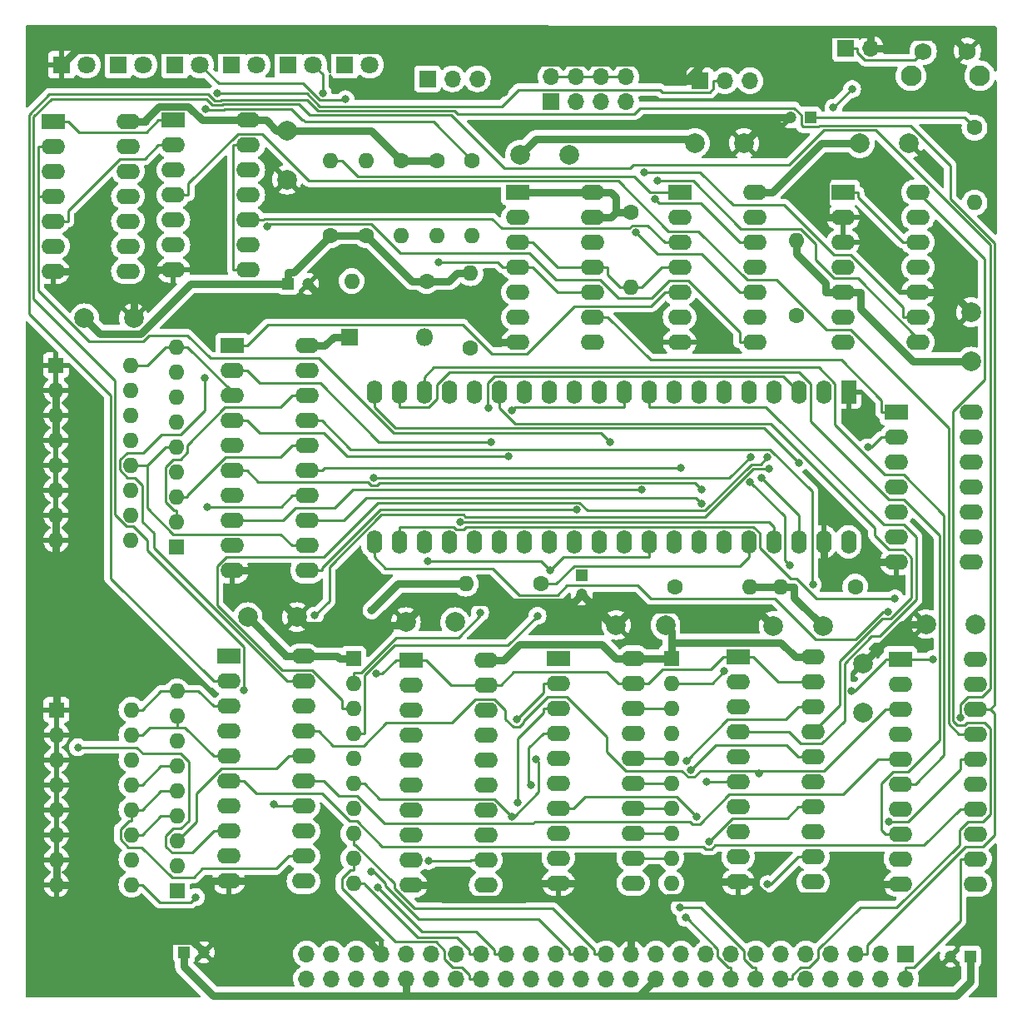
<source format=gbr>
G04 #@! TF.GenerationSoftware,KiCad,Pcbnew,(6.0.6)*
G04 #@! TF.CreationDate,2022-09-11T12:41:30-05:00*
G04 #@! TF.ProjectId,Z806809,5a383036-3830-4392-9e6b-696361645f70,rev?*
G04 #@! TF.SameCoordinates,Original*
G04 #@! TF.FileFunction,Copper,L1,Top*
G04 #@! TF.FilePolarity,Positive*
%FSLAX46Y46*%
G04 Gerber Fmt 4.6, Leading zero omitted, Abs format (unit mm)*
G04 Created by KiCad (PCBNEW (6.0.6)) date 2022-09-11 12:41:30*
%MOMM*%
%LPD*%
G01*
G04 APERTURE LIST*
G04 #@! TA.AperFunction,ComponentPad*
%ADD10R,1.200000X1.200000*%
G04 #@! TD*
G04 #@! TA.AperFunction,ComponentPad*
%ADD11C,1.200000*%
G04 #@! TD*
G04 #@! TA.AperFunction,ComponentPad*
%ADD12R,1.800000X1.800000*%
G04 #@! TD*
G04 #@! TA.AperFunction,ComponentPad*
%ADD13O,1.800000X1.800000*%
G04 #@! TD*
G04 #@! TA.AperFunction,ComponentPad*
%ADD14C,1.800000*%
G04 #@! TD*
G04 #@! TA.AperFunction,ComponentPad*
%ADD15R,1.700000X1.700000*%
G04 #@! TD*
G04 #@! TA.AperFunction,ComponentPad*
%ADD16O,1.700000X1.700000*%
G04 #@! TD*
G04 #@! TA.AperFunction,ComponentPad*
%ADD17C,1.600000*%
G04 #@! TD*
G04 #@! TA.AperFunction,ComponentPad*
%ADD18O,1.600000X1.600000*%
G04 #@! TD*
G04 #@! TA.AperFunction,ComponentPad*
%ADD19R,1.600000X1.600000*%
G04 #@! TD*
G04 #@! TA.AperFunction,ComponentPad*
%ADD20C,2.100000*%
G04 #@! TD*
G04 #@! TA.AperFunction,ComponentPad*
%ADD21C,1.750000*%
G04 #@! TD*
G04 #@! TA.AperFunction,ComponentPad*
%ADD22R,2.400000X1.600000*%
G04 #@! TD*
G04 #@! TA.AperFunction,ComponentPad*
%ADD23O,2.400000X1.600000*%
G04 #@! TD*
G04 #@! TA.AperFunction,ComponentPad*
%ADD24C,2.000000*%
G04 #@! TD*
G04 #@! TA.AperFunction,ComponentPad*
%ADD25R,1.600000X2.400000*%
G04 #@! TD*
G04 #@! TA.AperFunction,ComponentPad*
%ADD26O,1.600000X2.400000*%
G04 #@! TD*
G04 #@! TA.AperFunction,ViaPad*
%ADD27C,0.800000*%
G04 #@! TD*
G04 #@! TA.AperFunction,Conductor*
%ADD28C,0.250000*%
G04 #@! TD*
G04 #@! TA.AperFunction,Conductor*
%ADD29C,0.800000*%
G04 #@! TD*
G04 APERTURE END LIST*
D10*
X149350000Y-40700000D03*
D11*
X147350000Y-40700000D03*
D12*
X102500000Y-63025000D03*
D13*
X110120000Y-63025000D03*
D12*
X73200000Y-35325000D03*
D14*
X75740000Y-35325000D03*
D15*
X138125000Y-36950000D03*
D16*
X140665000Y-36950000D03*
X143205000Y-36950000D03*
D15*
X152925000Y-33675000D03*
D16*
X155465000Y-33675000D03*
D17*
X166050000Y-41725000D03*
D18*
X166050000Y-49345000D03*
D17*
X100550000Y-52660000D03*
D18*
X100550000Y-45040000D03*
D17*
X110300000Y-57325000D03*
D18*
X102680000Y-57325000D03*
D19*
X84912000Y-119375000D03*
D18*
X84912000Y-116835000D03*
X84912000Y-114295000D03*
X84912000Y-111755000D03*
X84912000Y-109215000D03*
X84912000Y-106675000D03*
X84912000Y-104135000D03*
X84912000Y-101595000D03*
X84912000Y-99055000D03*
D19*
X72650000Y-100925000D03*
D18*
X72650000Y-103465000D03*
X72650000Y-106005000D03*
X72650000Y-108545000D03*
X72650000Y-111085000D03*
X72650000Y-113625000D03*
X72650000Y-116165000D03*
X72650000Y-118705000D03*
X80270000Y-118705000D03*
X80270000Y-116165000D03*
X80270000Y-113625000D03*
X80270000Y-111085000D03*
X80270000Y-108545000D03*
X80270000Y-106005000D03*
X80270000Y-103465000D03*
X80270000Y-100925000D03*
D20*
X166585000Y-36440000D03*
X159575000Y-36440000D03*
D21*
X160825000Y-33950000D03*
X165325000Y-33950000D03*
D19*
X72600000Y-65875000D03*
D18*
X72600000Y-68415000D03*
X72600000Y-70955000D03*
X72600000Y-73495000D03*
X72600000Y-76035000D03*
X72600000Y-78575000D03*
X72600000Y-81115000D03*
X72600000Y-83655000D03*
X80220000Y-83655000D03*
X80220000Y-81115000D03*
X80220000Y-78575000D03*
X80220000Y-76035000D03*
X80220000Y-73495000D03*
X80220000Y-70955000D03*
X80220000Y-68415000D03*
X80220000Y-65875000D03*
D22*
X152675000Y-48300000D03*
D23*
X152675000Y-50840000D03*
X152675000Y-53380000D03*
X152675000Y-55920000D03*
X152675000Y-58460000D03*
X152675000Y-61000000D03*
X152675000Y-63540000D03*
X160295000Y-63540000D03*
X160295000Y-61000000D03*
X160295000Y-58460000D03*
X160295000Y-55920000D03*
X160295000Y-53380000D03*
X160295000Y-50840000D03*
X160295000Y-48300000D03*
D22*
X136050000Y-48300000D03*
D23*
X136050000Y-50840000D03*
X136050000Y-53380000D03*
X136050000Y-55920000D03*
X136050000Y-58460000D03*
X136050000Y-61000000D03*
X136050000Y-63540000D03*
X143670000Y-63540000D03*
X143670000Y-61000000D03*
X143670000Y-58460000D03*
X143670000Y-55920000D03*
X143670000Y-53380000D03*
X143670000Y-50840000D03*
X143670000Y-48300000D03*
D22*
X84550000Y-40950000D03*
D23*
X84550000Y-43490000D03*
X84550000Y-46030000D03*
X84550000Y-48570000D03*
X84550000Y-51110000D03*
X84550000Y-53650000D03*
X84550000Y-56190000D03*
X92170000Y-56190000D03*
X92170000Y-53650000D03*
X92170000Y-51110000D03*
X92170000Y-48570000D03*
X92170000Y-46030000D03*
X92170000Y-43490000D03*
X92170000Y-40950000D03*
D22*
X90525000Y-63900000D03*
D23*
X90525000Y-66440000D03*
X90525000Y-68980000D03*
X90525000Y-71520000D03*
X90525000Y-74060000D03*
X90525000Y-76600000D03*
X90525000Y-79140000D03*
X90525000Y-81680000D03*
X90525000Y-84220000D03*
X90525000Y-86760000D03*
X98145000Y-86760000D03*
X98145000Y-84220000D03*
X98145000Y-81680000D03*
X98145000Y-79140000D03*
X98145000Y-76600000D03*
X98145000Y-74060000D03*
X98145000Y-71520000D03*
X98145000Y-68980000D03*
X98145000Y-66440000D03*
X98145000Y-63900000D03*
D22*
X119600000Y-48300000D03*
D23*
X119600000Y-50840000D03*
X119600000Y-53380000D03*
X119600000Y-55920000D03*
X119600000Y-58460000D03*
X119600000Y-61000000D03*
X119600000Y-63540000D03*
X127220000Y-63540000D03*
X127220000Y-61000000D03*
X127220000Y-58460000D03*
X127220000Y-55920000D03*
X127220000Y-53380000D03*
X127220000Y-50840000D03*
X127220000Y-48300000D03*
D19*
X84862000Y-84325000D03*
D18*
X84862000Y-81785000D03*
X84862000Y-79245000D03*
X84862000Y-76705000D03*
X84862000Y-74165000D03*
X84862000Y-71625000D03*
X84862000Y-69085000D03*
X84862000Y-66545000D03*
X84862000Y-64005000D03*
D17*
X104150000Y-52660000D03*
D18*
X104150000Y-45040000D03*
D12*
X90480000Y-35325000D03*
D14*
X93020000Y-35325000D03*
D17*
X111350000Y-45040000D03*
D18*
X111350000Y-52660000D03*
D12*
X78960000Y-35325000D03*
D14*
X81500000Y-35325000D03*
D12*
X84720000Y-35325000D03*
D14*
X87260000Y-35325000D03*
D17*
X107750000Y-45040000D03*
D18*
X107750000Y-52660000D03*
D12*
X96240000Y-35325000D03*
D14*
X98780000Y-35325000D03*
D17*
X114950000Y-45040000D03*
D18*
X114950000Y-52660000D03*
D12*
X102000000Y-35325000D03*
D14*
X104540000Y-35325000D03*
D17*
X114775000Y-64150000D03*
D18*
X114775000Y-56530000D03*
D15*
X110400000Y-36750000D03*
D16*
X112940000Y-36750000D03*
X115480000Y-36750000D03*
D24*
X96100000Y-42000000D03*
X96100000Y-47000000D03*
D15*
X122975000Y-39100000D03*
D16*
X122975000Y-36560000D03*
X125515000Y-39100000D03*
X125515000Y-36560000D03*
X128055000Y-39100000D03*
X128055000Y-36560000D03*
X130595000Y-39100000D03*
X130595000Y-36560000D03*
D15*
X159050000Y-125750000D03*
D16*
X159050000Y-128290000D03*
X156510000Y-125750000D03*
X156510000Y-128290000D03*
X153970000Y-125750000D03*
X153970000Y-128290000D03*
X151430000Y-125750000D03*
X151430000Y-128290000D03*
X148890000Y-125750000D03*
X148890000Y-128290000D03*
X146350000Y-125750000D03*
X146350000Y-128290000D03*
X143810000Y-125750000D03*
X143810000Y-128290000D03*
X141270000Y-125750000D03*
X141270000Y-128290000D03*
X138730000Y-125750000D03*
X138730000Y-128290000D03*
X136190000Y-125750000D03*
X136190000Y-128290000D03*
X133650000Y-125750000D03*
X133650000Y-128290000D03*
X131110000Y-125750000D03*
X131110000Y-128290000D03*
X128570000Y-125750000D03*
X128570000Y-128290000D03*
X126030000Y-125750000D03*
X126030000Y-128290000D03*
X123490000Y-125750000D03*
X123490000Y-128290000D03*
X120950000Y-125750000D03*
X120950000Y-128290000D03*
X118410000Y-125750000D03*
X118410000Y-128290000D03*
X115870000Y-125750000D03*
X115870000Y-128290000D03*
X113330000Y-125750000D03*
X113330000Y-128290000D03*
X110790000Y-125750000D03*
X110790000Y-128290000D03*
X108250000Y-125750000D03*
X108250000Y-128290000D03*
X105710000Y-125750000D03*
X105710000Y-128290000D03*
X103170000Y-125750000D03*
X103170000Y-128290000D03*
X100630000Y-125750000D03*
X100630000Y-128290000D03*
X98090000Y-125750000D03*
X98090000Y-128290000D03*
D10*
X126075000Y-87225000D03*
D11*
X126075000Y-89225000D03*
D10*
X165600000Y-126000000D03*
D11*
X163600000Y-126000000D03*
D22*
X158500000Y-95775000D03*
D23*
X158500000Y-98315000D03*
X158500000Y-100855000D03*
X158500000Y-103395000D03*
X158500000Y-105935000D03*
X158500000Y-108475000D03*
X158500000Y-111015000D03*
X158500000Y-113555000D03*
X158500000Y-116095000D03*
X158500000Y-118635000D03*
X166120000Y-118635000D03*
X166120000Y-116095000D03*
X166120000Y-113555000D03*
X166120000Y-111015000D03*
X166120000Y-108475000D03*
X166120000Y-105935000D03*
X166120000Y-103395000D03*
X166120000Y-100855000D03*
X166120000Y-98315000D03*
X166120000Y-95775000D03*
D19*
X135200000Y-95675000D03*
D18*
X135200000Y-98215000D03*
X135200000Y-100755000D03*
X135200000Y-103295000D03*
X135200000Y-105835000D03*
X135200000Y-108375000D03*
X135200000Y-110915000D03*
X135200000Y-113455000D03*
X135200000Y-115995000D03*
X135200000Y-118535000D03*
D19*
X102862500Y-95750000D03*
D18*
X102862500Y-98290000D03*
X102862500Y-100830000D03*
X102862500Y-103370000D03*
X102862500Y-105910000D03*
X102862500Y-108450000D03*
X102862500Y-110990000D03*
X102862500Y-113530000D03*
X102862500Y-116070000D03*
X102862500Y-118610000D03*
D22*
X108700000Y-95875000D03*
D23*
X108700000Y-98415000D03*
X108700000Y-100955000D03*
X108700000Y-103495000D03*
X108700000Y-106035000D03*
X108700000Y-108575000D03*
X108700000Y-111115000D03*
X108700000Y-113655000D03*
X108700000Y-116195000D03*
X108700000Y-118735000D03*
X116320000Y-118735000D03*
X116320000Y-116195000D03*
X116320000Y-113655000D03*
X116320000Y-111115000D03*
X116320000Y-108575000D03*
X116320000Y-106035000D03*
X116320000Y-103495000D03*
X116320000Y-100955000D03*
X116320000Y-98415000D03*
X116320000Y-95875000D03*
D22*
X123700000Y-95675000D03*
D23*
X123700000Y-98215000D03*
X123700000Y-100755000D03*
X123700000Y-103295000D03*
X123700000Y-105835000D03*
X123700000Y-108375000D03*
X123700000Y-110915000D03*
X123700000Y-113455000D03*
X123700000Y-115995000D03*
X123700000Y-118535000D03*
X131320000Y-118535000D03*
X131320000Y-115995000D03*
X131320000Y-113455000D03*
X131320000Y-110915000D03*
X131320000Y-108375000D03*
X131320000Y-105835000D03*
X131320000Y-103295000D03*
X131320000Y-100755000D03*
X131320000Y-98215000D03*
X131320000Y-95675000D03*
D22*
X90150000Y-95500000D03*
D23*
X90150000Y-98040000D03*
X90150000Y-100580000D03*
X90150000Y-103120000D03*
X90150000Y-105660000D03*
X90150000Y-108200000D03*
X90150000Y-110740000D03*
X90150000Y-113280000D03*
X90150000Y-115820000D03*
X90150000Y-118360000D03*
X97770000Y-118360000D03*
X97770000Y-115820000D03*
X97770000Y-113280000D03*
X97770000Y-110740000D03*
X97770000Y-108200000D03*
X97770000Y-105660000D03*
X97770000Y-103120000D03*
X97770000Y-100580000D03*
X97770000Y-98040000D03*
X97770000Y-95500000D03*
D22*
X142000000Y-95575000D03*
D23*
X142000000Y-98115000D03*
X142000000Y-100655000D03*
X142000000Y-103195000D03*
X142000000Y-105735000D03*
X142000000Y-108275000D03*
X142000000Y-110815000D03*
X142000000Y-113355000D03*
X142000000Y-115895000D03*
X142000000Y-118435000D03*
X149620000Y-118435000D03*
X149620000Y-115895000D03*
X149620000Y-113355000D03*
X149620000Y-110815000D03*
X149620000Y-108275000D03*
X149620000Y-105735000D03*
X149620000Y-103195000D03*
X149620000Y-100655000D03*
X149620000Y-98115000D03*
X149620000Y-95575000D03*
D17*
X131100000Y-50300000D03*
D18*
X131100000Y-57920000D03*
D24*
X137600000Y-43300000D03*
X142600000Y-43300000D03*
D17*
X147900000Y-60810000D03*
D18*
X147900000Y-53190000D03*
D24*
X154700000Y-101200000D03*
X154700000Y-96200000D03*
X134600000Y-92300000D03*
X129600000Y-92300000D03*
X165700000Y-65500000D03*
X165700000Y-60500000D03*
X75500000Y-61100000D03*
X80500000Y-61100000D03*
X119800000Y-44500000D03*
X124800000Y-44500000D03*
X150600000Y-92400000D03*
X145600000Y-92400000D03*
D17*
X153910000Y-88400000D03*
D18*
X146290000Y-88400000D03*
D10*
X96227400Y-57600000D03*
D11*
X98227400Y-57600000D03*
D17*
X121910000Y-88100000D03*
D18*
X114290000Y-88100000D03*
D10*
X85627400Y-125600000D03*
D11*
X87627400Y-125600000D03*
D24*
X113200000Y-92000000D03*
X108200000Y-92000000D03*
X154400000Y-43300000D03*
X159400000Y-43300000D03*
D25*
X153225000Y-68600000D03*
D26*
X150685000Y-68600000D03*
X148145000Y-68600000D03*
X145605000Y-68600000D03*
X143065000Y-68600000D03*
X140525000Y-68600000D03*
X137985000Y-68600000D03*
X135445000Y-68600000D03*
X132905000Y-68600000D03*
X130365000Y-68600000D03*
X127825000Y-68600000D03*
X125285000Y-68600000D03*
X122745000Y-68600000D03*
X120205000Y-68600000D03*
X117665000Y-68600000D03*
X115125000Y-68600000D03*
X112585000Y-68600000D03*
X110045000Y-68600000D03*
X107505000Y-68600000D03*
X104965000Y-68600000D03*
X104965000Y-83840000D03*
X107505000Y-83840000D03*
X110045000Y-83840000D03*
X112585000Y-83840000D03*
X115125000Y-83840000D03*
X117665000Y-83840000D03*
X120205000Y-83840000D03*
X122745000Y-83840000D03*
X125285000Y-83840000D03*
X127825000Y-83840000D03*
X130365000Y-83840000D03*
X132905000Y-83840000D03*
X135445000Y-83840000D03*
X137985000Y-83840000D03*
X140525000Y-83840000D03*
X143065000Y-83840000D03*
X145605000Y-83840000D03*
X148145000Y-83840000D03*
X150685000Y-83840000D03*
X153225000Y-83840000D03*
D24*
X166100000Y-92200000D03*
X161100000Y-92200000D03*
X92100000Y-91500000D03*
X97100000Y-91500000D03*
D22*
X72300000Y-41075000D03*
D23*
X72300000Y-43615000D03*
X72300000Y-46155000D03*
X72300000Y-48695000D03*
X72300000Y-51235000D03*
X72300000Y-53775000D03*
X72300000Y-56315000D03*
X79920000Y-56315000D03*
X79920000Y-53775000D03*
X79920000Y-51235000D03*
X79920000Y-48695000D03*
X79920000Y-46155000D03*
X79920000Y-43615000D03*
X79920000Y-41075000D03*
D22*
X158100000Y-70675000D03*
D23*
X158100000Y-73215000D03*
X158100000Y-75755000D03*
X158100000Y-78295000D03*
X158100000Y-80835000D03*
X158100000Y-83375000D03*
X158100000Y-85915000D03*
X165720000Y-85915000D03*
X165720000Y-83375000D03*
X165720000Y-80835000D03*
X165720000Y-78295000D03*
X165720000Y-75755000D03*
X165720000Y-73215000D03*
X165720000Y-70675000D03*
D17*
X135590000Y-88400000D03*
D18*
X143210000Y-88400000D03*
D27*
X153600000Y-37800000D03*
X151700000Y-39700000D03*
X151043500Y-47002100D03*
X118113500Y-38118400D03*
X104707200Y-90812000D03*
X161779500Y-95775000D03*
X105205800Y-97240900D03*
X153559100Y-98999100D03*
X89013200Y-38255300D03*
X145173200Y-76396100D03*
X98915600Y-91342800D03*
X155188800Y-74239700D03*
X140587000Y-97020700D03*
X144353700Y-77360700D03*
X132418300Y-46237600D03*
X111556200Y-55387000D03*
X115746400Y-91025700D03*
X113760400Y-81819800D03*
X104696200Y-117390200D03*
X121403000Y-105958200D03*
X119003800Y-111763900D03*
X105375100Y-118981400D03*
X119571100Y-110361900D03*
X119443000Y-101905000D03*
X143239200Y-75220500D03*
X104954500Y-77354800D03*
X120900100Y-108542000D03*
X116829100Y-73663600D03*
X136717300Y-106103700D03*
X118633300Y-75175700D03*
X137206000Y-107029900D03*
X137766400Y-111795200D03*
X138311700Y-78503000D03*
X139001900Y-114338300D03*
X136645800Y-122075800D03*
X144995900Y-118659900D03*
X132193400Y-78564400D03*
X136080900Y-120996200D03*
X125553800Y-80569200D03*
X138254900Y-79953600D03*
X144130000Y-107384200D03*
X136151700Y-76344000D03*
X149589500Y-88208700D03*
X91675300Y-98928100D03*
X164594700Y-101728000D03*
X157332400Y-112319900D03*
X74828900Y-104735000D03*
X94797000Y-110550300D03*
X86830900Y-119975000D03*
X87963000Y-80269100D03*
X110512400Y-116283400D03*
X133761600Y-47140800D03*
X145002200Y-75220500D03*
X102043400Y-38833700D03*
X94098400Y-51758200D03*
X99732600Y-38213000D03*
X131593700Y-52397500D03*
X87783400Y-39822800D03*
X133537900Y-49010200D03*
X116640400Y-70222800D03*
X121592300Y-91372900D03*
X87711600Y-67174200D03*
X110451800Y-85796000D03*
X122862300Y-86697800D03*
X128950900Y-73682800D03*
X143218700Y-77734300D03*
X147222300Y-86232300D03*
X118942100Y-70461900D03*
X138793600Y-108275000D03*
X148181900Y-75808700D03*
X157223900Y-90939900D03*
X157949200Y-89610800D03*
D28*
X160295000Y-48300000D02*
X167041000Y-55046000D01*
X151700000Y-39700000D02*
X153600000Y-37800000D01*
D29*
X150685000Y-85640300D02*
X150959700Y-85915000D01*
X143898900Y-90698900D02*
X131201100Y-90698900D01*
X72600000Y-83655000D02*
X72600000Y-85055300D01*
X119600000Y-63540000D02*
X117799700Y-63540000D01*
X144758600Y-119837200D02*
X155497500Y-119837200D01*
X121899700Y-118535000D02*
X120269500Y-120165200D01*
X119377300Y-35076300D02*
X118192200Y-36261400D01*
X123700000Y-118535000D02*
X121899700Y-118535000D01*
X131201100Y-90698900D02*
X129600000Y-92300000D01*
X87627400Y-125551000D02*
X87627400Y-125600000D01*
X131110000Y-125750000D02*
X131110000Y-124299700D01*
X150959700Y-85915000D02*
X156299700Y-85915000D01*
X74730700Y-33794300D02*
X73200000Y-35325000D01*
X125990200Y-118535000D02*
X125500300Y-118535000D01*
X72600000Y-68415000D02*
X72600000Y-70955000D01*
X110215100Y-89984900D02*
X108200000Y-92000000D01*
X129150000Y-92300000D02*
X129600000Y-92300000D01*
X107856900Y-92343100D02*
X108200000Y-92000000D01*
X90525000Y-86760000D02*
X92325300Y-86760000D01*
X138638800Y-119995900D02*
X134768900Y-119995900D01*
X72600000Y-70955000D02*
X72600000Y-73495000D01*
X79745000Y-124399700D02*
X86476100Y-124399700D01*
X99934800Y-119974800D02*
X93565100Y-119974800D01*
X82749700Y-56495000D02*
X82749700Y-56190000D01*
X90150000Y-118360000D02*
X88349700Y-118360000D01*
X126075000Y-89225000D02*
X125315100Y-89984900D01*
X141400000Y-32224700D02*
X155465000Y-32224700D01*
X93565100Y-119974800D02*
X91950300Y-118360000D01*
X118192200Y-36261400D02*
X115725100Y-33794300D01*
X163660000Y-58460000D02*
X165700000Y-60500000D01*
X142000000Y-118435000D02*
X143800300Y-118435000D01*
X97065300Y-91500000D02*
X97100000Y-91500000D01*
X136674700Y-36950000D02*
X141400000Y-32224700D01*
X155465000Y-33675000D02*
X155465000Y-32224700D01*
X120269500Y-120165200D02*
X111930500Y-120165200D01*
X84550000Y-56190000D02*
X82749700Y-56190000D01*
X150685000Y-83840000D02*
X150685000Y-85640300D01*
X143800300Y-118878900D02*
X144758600Y-119837200D01*
X86476100Y-124399700D02*
X88349700Y-122526100D01*
X138125000Y-36950000D02*
X136674700Y-36950000D01*
X145200000Y-40700000D02*
X142600000Y-43300000D01*
X154700000Y-96200000D02*
X158700000Y-92200000D01*
X131110000Y-124299700D02*
X131110000Y-123654800D01*
X80500000Y-58744700D02*
X80500000Y-61100000D01*
X147350000Y-40700000D02*
X145200000Y-40700000D01*
X105710000Y-125750000D02*
X99934800Y-119974800D01*
X155465000Y-33675000D02*
X156915300Y-33675000D01*
X123700000Y-118535000D02*
X125500300Y-118535000D01*
X72300000Y-56315000D02*
X74100300Y-56315000D01*
X131110000Y-123654800D02*
X125990200Y-118535000D01*
X160295000Y-58460000D02*
X163660000Y-58460000D01*
X72600000Y-81115000D02*
X72600000Y-83655000D01*
X126075000Y-89225000D02*
X129150000Y-92300000D01*
X125315100Y-89984900D02*
X110215100Y-89984900D01*
X80500000Y-58744700D02*
X82749700Y-56495000D01*
X111930500Y-120165200D02*
X110500300Y-118735000D01*
X142000000Y-118435000D02*
X140199700Y-118435000D01*
X136674700Y-36950000D02*
X134801000Y-35076300D01*
X158100000Y-85915000D02*
X156299700Y-85915000D01*
X155497500Y-119837200D02*
X156699700Y-118635000D01*
X145600000Y-92400000D02*
X143898900Y-90698900D01*
X72650000Y-85105300D02*
X72650000Y-100925000D01*
X134768900Y-119995900D02*
X131110000Y-123654800D01*
X108700000Y-118735000D02*
X110500300Y-118735000D01*
X90150000Y-118360000D02*
X91950300Y-118360000D01*
X118192200Y-38039700D02*
X118113500Y-38118400D01*
X150874700Y-50840000D02*
X150874700Y-47170900D01*
X156915300Y-33675000D02*
X158129100Y-32461200D01*
X163836200Y-32461200D02*
X165325000Y-33950000D01*
X72650000Y-116165000D02*
X72650000Y-118705000D01*
X97943100Y-92343100D02*
X107856900Y-92343100D01*
X86476100Y-124399700D02*
X87627400Y-125551000D01*
X158129100Y-32461200D02*
X163836200Y-32461200D01*
X92325300Y-86760000D02*
X97065300Y-91500000D01*
X88349700Y-122526100D02*
X88349700Y-118360000D01*
X74100300Y-56315000D02*
X76530000Y-58744700D01*
X158700000Y-92200000D02*
X161100000Y-92200000D01*
X72650000Y-118705000D02*
X74050300Y-118705000D01*
X158500000Y-118635000D02*
X156699700Y-118635000D01*
X118192200Y-36261400D02*
X118192200Y-38039700D01*
X114491100Y-60231400D02*
X100858800Y-60231400D01*
X117799700Y-63540000D02*
X114491100Y-60231400D01*
X72600000Y-85055300D02*
X72650000Y-85105300D01*
X134801000Y-35076300D02*
X119377300Y-35076300D01*
X150874700Y-47170900D02*
X151043500Y-47002100D01*
X74050300Y-118705000D02*
X79745000Y-124399700D01*
X115725100Y-33794300D02*
X74730700Y-33794300D01*
X143800300Y-118435000D02*
X143800300Y-118878900D01*
X152675000Y-50840000D02*
X150874700Y-50840000D01*
X97100000Y-91500000D02*
X97943100Y-92343100D01*
X140199700Y-118435000D02*
X138638800Y-119995900D01*
X76530000Y-58744700D02*
X80500000Y-58744700D01*
X100858800Y-60231400D02*
X98227400Y-57600000D01*
D28*
X165025000Y-40700000D02*
X166050000Y-41725000D01*
X100550000Y-45040000D02*
X101675300Y-45040000D01*
X134509600Y-48284900D02*
X133024800Y-48284900D01*
X133024800Y-48284900D02*
X131413600Y-46673700D01*
X149350000Y-40700000D02*
X165025000Y-40700000D01*
X136050000Y-48300000D02*
X134524700Y-48300000D01*
X103309000Y-46673700D02*
X101675300Y-45040000D01*
X134524700Y-48300000D02*
X134509600Y-48284900D01*
X131413600Y-46673700D02*
X103309000Y-46673700D01*
D29*
X87460900Y-40950000D02*
X90369700Y-40950000D01*
X95027100Y-57600000D02*
X86302700Y-57600000D01*
X119600000Y-48300000D02*
X127220000Y-48300000D01*
X131100000Y-50300000D02*
X129560300Y-50300000D01*
X135200000Y-94102800D02*
X135200000Y-94274700D01*
X150470300Y-43300000D02*
X145470300Y-48300000D01*
X119800000Y-44500000D02*
X121407100Y-42892900D01*
X101462200Y-95750000D02*
X101212200Y-95500000D01*
X108815000Y-57325000D02*
X110300000Y-57325000D01*
X86302700Y-57600000D02*
X81196300Y-62706400D01*
X131800000Y-130000000D02*
X131940000Y-130000000D01*
X116320000Y-95875000D02*
X118120300Y-95875000D01*
X135200000Y-94102800D02*
X146347500Y-94102800D01*
X97770000Y-95500000D02*
X95969700Y-95500000D01*
X131940000Y-130000000D02*
X133650000Y-128290000D01*
X129560300Y-48840000D02*
X129020300Y-48300000D01*
X154400000Y-43300000D02*
X150470300Y-43300000D01*
X79920000Y-41075000D02*
X81720300Y-41075000D01*
X143210000Y-88400000D02*
X146290000Y-88400000D01*
X102862500Y-95750000D02*
X101462200Y-95750000D01*
X108250000Y-128290000D02*
X108250000Y-129950000D01*
X128119400Y-94274700D02*
X129519700Y-95675000D01*
X114775000Y-56530000D02*
X113374700Y-56530000D01*
X146347500Y-94102800D02*
X147819700Y-95575000D01*
X135200000Y-92900000D02*
X135200000Y-94102800D01*
X86060500Y-39549600D02*
X87460900Y-40950000D01*
X77106400Y-62706400D02*
X75500000Y-61100000D01*
X111350000Y-45040000D02*
X107750000Y-45040000D01*
X101212200Y-95500000D02*
X99570300Y-95500000D01*
X164200000Y-130000000D02*
X165600000Y-128600000D01*
X119720600Y-94274700D02*
X128119400Y-94274700D01*
X81720300Y-41075000D02*
X81720300Y-40911000D01*
X92170000Y-40950000D02*
X93970300Y-40950000D01*
X98145000Y-63900000D02*
X99945300Y-63900000D01*
X96227400Y-57600000D02*
X95027100Y-57600000D01*
X92170000Y-40950000D02*
X90369700Y-40950000D01*
X129560300Y-50300000D02*
X129560300Y-48840000D01*
X133120300Y-95675000D02*
X135200000Y-95675000D01*
X146290000Y-88400000D02*
X147690300Y-88400000D01*
X104150000Y-52660000D02*
X108815000Y-57325000D01*
X121407100Y-42892900D02*
X137192900Y-42892900D01*
X96810300Y-56399700D02*
X100550000Y-52660000D01*
X92100000Y-91500000D02*
X95969700Y-95369700D01*
X96100000Y-42000000D02*
X95020300Y-42000000D01*
X147900000Y-53190000D02*
X147900000Y-54590300D01*
X154475300Y-58460000D02*
X154475300Y-60147800D01*
X85627400Y-127027000D02*
X88600000Y-130000000D01*
X150600000Y-92400000D02*
X147690300Y-89490300D01*
X95969700Y-95369700D02*
X95969700Y-95500000D01*
X149620000Y-95575000D02*
X147819700Y-95575000D01*
X81196300Y-62706400D02*
X77106400Y-62706400D01*
X152675000Y-58460000D02*
X154475300Y-58460000D01*
X104707200Y-90812000D02*
X107419200Y-88100000D01*
X150874700Y-57565000D02*
X150874700Y-58460000D01*
X131320000Y-95675000D02*
X133120300Y-95675000D01*
X100820300Y-63025000D02*
X102500000Y-63025000D01*
X129560300Y-50300000D02*
X129020300Y-50840000D01*
X107419200Y-88100000D02*
X114290000Y-88100000D01*
X108300000Y-130000000D02*
X131800000Y-130000000D01*
X131940000Y-130000000D02*
X164200000Y-130000000D01*
X127220000Y-50840000D02*
X129020300Y-50840000D01*
X85627400Y-125600000D02*
X85627400Y-127027000D01*
X83081700Y-39549600D02*
X86060500Y-39549600D01*
X110300000Y-57325000D02*
X112579700Y-57325000D01*
X88600000Y-130000000D02*
X108300000Y-130000000D01*
X127220000Y-48300000D02*
X129020300Y-48300000D01*
X143670000Y-48300000D02*
X145470300Y-48300000D01*
X134600000Y-92300000D02*
X135200000Y-92900000D01*
X147900000Y-54590300D02*
X150874700Y-57565000D01*
X152675000Y-58460000D02*
X150874700Y-58460000D01*
X154475300Y-60147800D02*
X159827500Y-65500000D01*
X108250000Y-129950000D02*
X108300000Y-130000000D01*
X165600000Y-128600000D02*
X165600000Y-126000000D01*
X135200000Y-95675000D02*
X135200000Y-94274700D01*
X95020300Y-42000000D02*
X93970300Y-40950000D01*
X112579700Y-57325000D02*
X113374700Y-56530000D01*
X131800000Y-130000000D02*
X131940000Y-130000000D01*
X99945300Y-63900000D02*
X100820300Y-63025000D01*
X147690300Y-89490300D02*
X147690300Y-88400000D01*
X118120300Y-95875000D02*
X119720600Y-94274700D01*
X96227400Y-56399700D02*
X96810300Y-56399700D01*
X137192900Y-42892900D02*
X137600000Y-43300000D01*
X104710000Y-42000000D02*
X96100000Y-42000000D01*
X97770000Y-95500000D02*
X99570300Y-95500000D01*
X96227400Y-57600000D02*
X96227400Y-56399700D01*
X100550000Y-52660000D02*
X104150000Y-52660000D01*
X131320000Y-95675000D02*
X129519700Y-95675000D01*
X107750000Y-45040000D02*
X104710000Y-42000000D01*
X81720300Y-40911000D02*
X83081700Y-39549600D01*
X159827500Y-65500000D02*
X165700000Y-65500000D01*
D28*
X119624800Y-37868900D02*
X134057300Y-37868900D01*
X98112300Y-38255300D02*
X99416000Y-39559000D01*
X109133500Y-95875000D02*
X108700000Y-95875000D01*
X107174700Y-95875000D02*
X105808800Y-97240900D01*
X99416000Y-39559000D02*
X117934700Y-39559000D01*
X142000000Y-95575000D02*
X140474700Y-95575000D01*
X105808800Y-97240900D02*
X105205800Y-97240900D01*
X149620000Y-98115000D02*
X148094700Y-98115000D01*
X158500000Y-95775000D02*
X160025300Y-95775000D01*
X139122300Y-38125400D02*
X139489700Y-37758000D01*
X160025300Y-95775000D02*
X161779500Y-95775000D01*
X132082700Y-98215000D02*
X131320000Y-98215000D01*
X139249300Y-96800400D02*
X134259900Y-96800400D01*
X112765300Y-98415000D02*
X110225300Y-95875000D01*
X134313800Y-38125400D02*
X139122300Y-38125400D01*
X109133500Y-95875000D02*
X110225300Y-95875000D01*
X140665000Y-36950000D02*
X139489700Y-36950000D01*
X142000000Y-95575000D02*
X143525300Y-95575000D01*
X116320000Y-98415000D02*
X112765300Y-98415000D01*
X117934700Y-39559000D02*
X119624800Y-37868900D01*
X156974700Y-95915700D02*
X153891300Y-98999100D01*
X132082700Y-98215000D02*
X132845300Y-98215000D01*
X140474700Y-95575000D02*
X139249300Y-96800400D01*
X89013200Y-38255300D02*
X98112300Y-38255300D01*
X134259900Y-96800400D02*
X132845300Y-98215000D01*
X139489700Y-37758000D02*
X139489700Y-36950000D01*
X143525300Y-95575000D02*
X146065300Y-98115000D01*
X153891300Y-98999100D02*
X153559100Y-98999100D01*
X158500000Y-95775000D02*
X156974700Y-95775000D01*
X146065300Y-98115000D02*
X148094700Y-98115000D01*
X119170700Y-97089600D02*
X128669300Y-97089600D01*
X108700000Y-95875000D02*
X107174700Y-95875000D01*
X117845300Y-98415000D02*
X119170700Y-97089600D01*
X131320000Y-98215000D02*
X129794700Y-98215000D01*
X156974700Y-95775000D02*
X156974700Y-95915700D01*
X116320000Y-98415000D02*
X117845300Y-98415000D01*
X134057300Y-37868900D02*
X134313800Y-38125400D01*
X128669300Y-97089600D02*
X129794700Y-98215000D01*
X103987800Y-118610000D02*
X103987800Y-118619800D01*
X103987800Y-118619800D02*
X109419400Y-124051400D01*
X114260900Y-81294500D02*
X114060900Y-81094500D01*
X143509200Y-76396100D02*
X138610800Y-81294500D01*
X114060900Y-81094500D02*
X105708000Y-81094500D01*
X100412600Y-86389900D02*
X100412600Y-89845800D01*
X102862500Y-118610000D02*
X103987800Y-118610000D01*
X158100000Y-73215000D02*
X156574700Y-73215000D01*
X145173200Y-76396100D02*
X143509200Y-76396100D01*
X100412600Y-89845800D02*
X98915600Y-91342800D01*
X155550000Y-74239700D02*
X155188800Y-74239700D01*
X138610800Y-81294500D02*
X114260900Y-81294500D01*
X114694700Y-125382700D02*
X114694700Y-125750000D01*
X105708000Y-81094500D02*
X100412600Y-86389900D01*
X113363400Y-124051400D02*
X114694700Y-125382700D01*
X156574700Y-73215000D02*
X155550000Y-74239700D01*
X115870000Y-125750000D02*
X114694700Y-125750000D01*
X109419400Y-124051400D02*
X113363400Y-124051400D01*
X148145000Y-83840000D02*
X148145000Y-81152000D01*
X140587000Y-97020700D02*
X139392700Y-98215000D01*
X139392700Y-98215000D02*
X135200000Y-98215000D01*
X125515000Y-36560000D02*
X122975000Y-36560000D01*
X130595000Y-36560000D02*
X128055000Y-36560000D01*
X128055000Y-36560000D02*
X125515000Y-36560000D01*
X148145000Y-81152000D02*
X144353700Y-77360700D01*
X164494500Y-113149700D02*
X165359200Y-112285000D01*
X167645300Y-111538200D02*
X167645300Y-102842600D01*
X163855800Y-70527200D02*
X167041000Y-67342000D01*
X150160000Y-126181000D02*
X150160000Y-125277400D01*
X149226300Y-127114700D02*
X150160000Y-126181000D01*
X165359200Y-112285000D02*
X166898500Y-112285000D01*
X148333200Y-127114700D02*
X149226300Y-127114700D01*
X163855800Y-102024000D02*
X163855800Y-70527200D01*
X158128700Y-121013700D02*
X164494500Y-114647900D01*
X165060600Y-102462800D02*
X164294600Y-102462800D01*
X166898500Y-112285000D02*
X167645300Y-111538200D01*
X167645300Y-102842600D02*
X167072300Y-102269600D01*
X150160000Y-125277400D02*
X154423700Y-121013700D01*
X167041000Y-67342000D02*
X167041000Y-55046000D01*
X146350000Y-128290000D02*
X147525300Y-128290000D01*
X154423700Y-121013700D02*
X158128700Y-121013700D01*
X147525300Y-127922600D02*
X148333200Y-127114700D01*
X165253800Y-102269600D02*
X165060600Y-102462800D01*
X164494500Y-114647900D02*
X164494500Y-113149700D01*
X147525300Y-128290000D02*
X147525300Y-127922600D01*
X167072300Y-102269600D02*
X165253800Y-102269600D01*
X164294600Y-102462800D02*
X163855800Y-102024000D01*
X152675000Y-48300000D02*
X154200300Y-48300000D01*
X158769700Y-53380000D02*
X154200300Y-48810600D01*
X160295000Y-53380000D02*
X158769700Y-53380000D01*
X154200300Y-48810600D02*
X154200300Y-48300000D01*
X158769700Y-59951400D02*
X153468300Y-54650000D01*
X138147600Y-46237600D02*
X132418300Y-46237600D01*
X153468300Y-54650000D02*
X151720100Y-54650000D01*
X158769700Y-61000000D02*
X158769700Y-59951400D01*
X160295000Y-61000000D02*
X158769700Y-61000000D01*
X151720100Y-54650000D02*
X146640100Y-49570000D01*
X146640100Y-49570000D02*
X141480000Y-49570000D01*
X141480000Y-49570000D02*
X138147600Y-46237600D01*
X119600000Y-55920000D02*
X118074700Y-55920000D01*
X118074700Y-55920000D02*
X117541700Y-55387000D01*
X123665300Y-58460000D02*
X127220000Y-58460000D01*
X117541700Y-55387000D02*
X111556200Y-55387000D01*
X119600000Y-55920000D02*
X121125300Y-55920000D01*
X121125300Y-55920000D02*
X123665300Y-58460000D01*
X113521000Y-93567900D02*
X107216200Y-93567900D01*
X115746400Y-91025700D02*
X115746400Y-91342500D01*
X107216200Y-93567900D02*
X103619400Y-97164700D01*
X145605000Y-83840000D02*
X145605000Y-82314700D01*
X102862500Y-98290000D02*
X102862500Y-97164700D01*
X145110100Y-81819800D02*
X113760400Y-81819800D01*
X115746400Y-91342500D02*
X113521000Y-93567900D01*
X103619400Y-97164700D02*
X102862500Y-97164700D01*
X145605000Y-82314700D02*
X145110100Y-81819800D01*
X90644700Y-43490000D02*
X90644700Y-56190000D01*
X92170000Y-43490000D02*
X90644700Y-43490000D01*
X92170000Y-56190000D02*
X90644700Y-56190000D01*
X107010400Y-118602900D02*
X103062800Y-114655300D01*
X109109700Y-121142200D02*
X107010400Y-119042900D01*
X102862500Y-113530000D02*
X102862500Y-114655300D01*
X103062800Y-114655300D02*
X102862500Y-114655300D01*
X123154200Y-121142200D02*
X109109700Y-121142200D01*
X128570000Y-125750000D02*
X127394700Y-125750000D01*
X127394700Y-125750000D02*
X127394700Y-125382700D01*
X107010400Y-119042900D02*
X107010400Y-118602900D01*
X127394700Y-125382700D02*
X123154200Y-121142200D01*
X106100400Y-118794400D02*
X106100400Y-118575400D01*
X109518300Y-122212300D02*
X106100400Y-118794400D01*
X124854700Y-125382700D02*
X121684300Y-122212300D01*
X126030000Y-125750000D02*
X124854700Y-125750000D01*
X106100400Y-118575400D02*
X104915200Y-117390200D01*
X124854700Y-125750000D02*
X124854700Y-125382700D01*
X121684300Y-122212300D02*
X109518300Y-122212300D01*
X104915200Y-117390200D02*
X104696200Y-117390200D01*
X102862500Y-108450000D02*
X103987800Y-108450000D01*
X121403000Y-105958200D02*
X121692300Y-106247500D01*
X103987800Y-108450000D02*
X105523600Y-109985800D01*
X117225700Y-109985800D02*
X119003800Y-111763900D01*
X121692300Y-106247500D02*
X121692300Y-109294900D01*
X119223300Y-111763900D02*
X119003800Y-111763900D01*
X121692300Y-109294900D02*
X119223300Y-111763900D01*
X105523600Y-109985800D02*
X117225700Y-109985800D01*
X118410000Y-125750000D02*
X117234700Y-125750000D01*
X117234700Y-125382700D02*
X117234700Y-125750000D01*
X109853000Y-123459300D02*
X115311300Y-123459300D01*
X105375100Y-118981400D02*
X109853000Y-123459300D01*
X115311300Y-123459300D02*
X117234700Y-125382700D01*
X123700000Y-100755000D02*
X122174700Y-100755000D01*
X122174700Y-101206500D02*
X122174700Y-100755000D01*
X119571100Y-103810100D02*
X122174700Y-101206500D01*
X119571100Y-110361900D02*
X119571100Y-103810100D01*
X114694700Y-127922600D02*
X114694700Y-128290000D01*
X102581200Y-117195300D02*
X101700400Y-118076100D01*
X102862500Y-116070000D02*
X102862500Y-117195300D01*
X112154600Y-126275600D02*
X112993700Y-127114700D01*
X112993700Y-127114700D02*
X113886800Y-127114700D01*
X115870000Y-128290000D02*
X114694700Y-128290000D01*
X107084600Y-124501800D02*
X111231800Y-124501800D01*
X111231800Y-124501800D02*
X112154600Y-125424600D01*
X101700400Y-118076100D02*
X101700400Y-119117600D01*
X112154600Y-125424600D02*
X112154600Y-126275600D01*
X102862500Y-117195300D02*
X102581200Y-117195300D01*
X101700400Y-119117600D02*
X107084600Y-124501800D01*
X113886800Y-127114700D02*
X114694700Y-127922600D01*
X122174700Y-99173300D02*
X119443000Y-101905000D01*
X123700000Y-98215000D02*
X122174700Y-98215000D01*
X122174700Y-98215000D02*
X122174700Y-99173300D01*
X104954500Y-77354800D02*
X141104900Y-77354800D01*
X141104900Y-77354800D02*
X143239200Y-75220500D01*
X120677700Y-108319600D02*
X120677700Y-104792000D01*
X123700000Y-103295000D02*
X122174700Y-103295000D01*
X120900100Y-108542000D02*
X120677700Y-108319600D01*
X120677700Y-104792000D02*
X122174700Y-103295000D01*
X148094700Y-100655000D02*
X146824700Y-101925000D01*
X146824700Y-101925000D02*
X140896000Y-101925000D01*
X149620000Y-100655000D02*
X148094700Y-100655000D01*
X116829100Y-73663600D02*
X105442500Y-73663600D01*
X105442500Y-73663600D02*
X99488900Y-67710000D01*
X90525000Y-66440000D02*
X92050300Y-66440000D01*
X93320300Y-67710000D02*
X92050300Y-66440000D01*
X140896000Y-101925000D02*
X136717300Y-106103700D01*
X99488900Y-67710000D02*
X93320300Y-67710000D01*
X149620000Y-105735000D02*
X148094700Y-105735000D01*
X146904100Y-104544400D02*
X139691500Y-104544400D01*
X139691500Y-104544400D02*
X137206000Y-107029900D01*
X93320300Y-72790000D02*
X99810300Y-72790000D01*
X90525000Y-71520000D02*
X92050300Y-71520000D01*
X102196000Y-75175700D02*
X118633300Y-75175700D01*
X148094700Y-105735000D02*
X146904100Y-104544400D01*
X92050300Y-71520000D02*
X93320300Y-72790000D01*
X99810300Y-72790000D02*
X102196000Y-75175700D01*
X126386800Y-109753500D02*
X135724700Y-109753500D01*
X125225300Y-110915000D02*
X126386800Y-109753500D01*
X123700000Y-110915000D02*
X125225300Y-110915000D01*
X135724700Y-109753500D02*
X137766400Y-111795200D01*
X149620000Y-110815000D02*
X148094700Y-110815000D01*
X137632000Y-77823300D02*
X138311700Y-78503000D01*
X105511800Y-77823300D02*
X137632000Y-77823300D01*
X104654100Y-78080100D02*
X105255000Y-78080100D01*
X105255000Y-78080100D02*
X105511800Y-77823300D01*
X92050300Y-76600000D02*
X93175800Y-77725500D01*
X146969300Y-111940400D02*
X141399800Y-111940400D01*
X93175800Y-77725500D02*
X104299500Y-77725500D01*
X104299500Y-77725500D02*
X104654100Y-78080100D01*
X148094700Y-110815000D02*
X146969300Y-111940400D01*
X141399800Y-111940400D02*
X139001900Y-114338300D01*
X90525000Y-76600000D02*
X92050300Y-76600000D01*
X136645800Y-122075800D02*
X136725600Y-122075800D01*
X139905400Y-125255600D02*
X139905400Y-126055300D01*
X139905400Y-126055300D02*
X140964800Y-127114700D01*
X141270000Y-128290000D02*
X141270000Y-127114700D01*
X136725600Y-122075800D02*
X139905400Y-125255600D01*
X140964800Y-127114700D02*
X141270000Y-127114700D01*
X102770300Y-78564400D02*
X132193400Y-78564400D01*
X149620000Y-115895000D02*
X148094700Y-115895000D01*
X145329800Y-118659900D02*
X144995900Y-118659900D01*
X148094700Y-115895000D02*
X145329800Y-118659900D01*
X90525000Y-81680000D02*
X95659100Y-81680000D01*
X96929100Y-80410000D02*
X100924700Y-80410000D01*
X95659100Y-81680000D02*
X96929100Y-80410000D01*
X100924700Y-80410000D02*
X102770300Y-78564400D01*
X142634700Y-125400400D02*
X142634700Y-126306800D01*
X142634700Y-126306800D02*
X143442600Y-127114700D01*
X138230500Y-120996200D02*
X142634700Y-125400400D01*
X143442600Y-127114700D02*
X143810000Y-127114700D01*
X136080900Y-120996200D02*
X138230500Y-120996200D01*
X143810000Y-128290000D02*
X143810000Y-127114700D01*
X98145000Y-86760000D02*
X99670300Y-86760000D01*
X99670300Y-86474600D02*
X105575700Y-80569200D01*
X105575700Y-80569200D02*
X125553800Y-80569200D01*
X99670300Y-86760000D02*
X99670300Y-86474600D01*
X104187900Y-79391200D02*
X137692500Y-79391200D01*
X98145000Y-81680000D02*
X101899100Y-81680000D01*
X137692500Y-79391200D02*
X138254900Y-79953600D01*
X101899100Y-81680000D02*
X104187900Y-79391200D01*
X112882900Y-102225000D02*
X106214600Y-102225000D01*
X120196800Y-102071400D02*
X120196800Y-102190400D01*
X144130000Y-107104000D02*
X144130000Y-107384200D01*
X122641600Y-99626600D02*
X120196800Y-102071400D01*
X138157700Y-107104000D02*
X137506500Y-107755200D01*
X128591900Y-105161800D02*
X128591900Y-103650300D01*
X130535100Y-107105000D02*
X128591900Y-105161800D01*
X119733500Y-102653700D02*
X119116400Y-102653700D01*
X115278300Y-99829600D02*
X112882900Y-102225000D01*
X118338200Y-100974200D02*
X117193600Y-99829600D01*
X136905600Y-107755200D02*
X136255400Y-107105000D01*
X106214600Y-102225000D02*
X103873500Y-104566100D01*
X103873500Y-104566100D02*
X100741400Y-104566100D01*
X128591900Y-103650300D02*
X124568200Y-99626600D01*
X150725700Y-107104000D02*
X144130000Y-107104000D01*
X97770000Y-103120000D02*
X99295300Y-103120000D01*
X137506500Y-107755200D02*
X136905600Y-107755200D01*
X100741400Y-104566100D02*
X99295300Y-103120000D01*
X158500000Y-100855000D02*
X156974700Y-100855000D01*
X136255400Y-107105000D02*
X130535100Y-107105000D01*
X120196800Y-102190400D02*
X119733500Y-102653700D01*
X144130000Y-107104000D02*
X138157700Y-107104000D01*
X118338200Y-101875500D02*
X118338200Y-100974200D01*
X117193600Y-99829600D02*
X115278300Y-99829600D01*
X156974700Y-100855000D02*
X150725700Y-107104000D01*
X119116400Y-102653700D02*
X118338200Y-101875500D01*
X124568200Y-99626600D02*
X122641600Y-99626600D01*
X98145000Y-76600000D02*
X99670300Y-76600000D01*
X99670300Y-76600000D02*
X99926300Y-76344000D01*
X99926300Y-76344000D02*
X136151700Y-76344000D01*
X121130600Y-112507900D02*
X121327800Y-112310700D01*
X97770000Y-108200000D02*
X99814000Y-108200000D01*
X137069900Y-112310700D02*
X137323500Y-112564300D01*
X121327800Y-112310700D02*
X137069900Y-112310700D01*
X137323500Y-112564300D02*
X138075300Y-112564300D01*
X103248500Y-109720000D02*
X106036400Y-112507900D01*
X152641100Y-109545000D02*
X156251100Y-105935000D01*
X99814000Y-108200000D02*
X101334000Y-109720000D01*
X141094600Y-109545000D02*
X152641100Y-109545000D01*
X101334000Y-109720000D02*
X103248500Y-109720000D01*
X106036400Y-112507900D02*
X121130600Y-112507900D01*
X138075300Y-112564300D02*
X141094600Y-109545000D01*
X156251100Y-105935000D02*
X158500000Y-105935000D01*
X102575000Y-74424700D02*
X145255900Y-74424700D01*
X145255900Y-74424700D02*
X149521900Y-78690700D01*
X98145000Y-71520000D02*
X99670300Y-71520000D01*
X149521900Y-88141100D02*
X149589500Y-88208700D01*
X149521900Y-78690700D02*
X149521900Y-88141100D01*
X99670300Y-71520000D02*
X102575000Y-74424700D01*
X159500500Y-41514300D02*
X163581500Y-45595300D01*
X69857300Y-40405200D02*
X71934700Y-38327800D01*
X89410100Y-38886600D02*
X98106700Y-38886600D01*
X148424600Y-40437500D02*
X148424600Y-41476900D01*
X89316100Y-38980600D02*
X89410100Y-38886600D01*
X153970000Y-125750000D02*
X155145300Y-125750000D01*
X90150000Y-98040000D02*
X88624700Y-98040000D01*
X155145300Y-125750000D02*
X155145300Y-124800900D01*
X113168600Y-40009300D02*
X113471800Y-40312500D01*
X168095700Y-101305400D02*
X167645300Y-100855000D01*
X147706700Y-39719600D02*
X148424600Y-40437500D01*
X132025400Y-39719600D02*
X147706700Y-39719600D01*
X166120000Y-100855000D02*
X167645300Y-100855000D01*
X98106700Y-38886600D02*
X99229400Y-40009300D01*
X148573100Y-41625400D02*
X150168900Y-41625400D01*
X168095700Y-100404600D02*
X167645300Y-100855000D01*
X131432500Y-40312500D02*
X132025400Y-39719600D01*
X165121200Y-114825000D02*
X166900200Y-114825000D01*
X71934700Y-38327800D02*
X88060000Y-38327800D01*
X168095700Y-53460100D02*
X168095700Y-100404600D01*
X163581500Y-45595300D02*
X163581500Y-48945900D01*
X155145300Y-124800900D02*
X165121200Y-114825000D01*
X88624700Y-98040000D02*
X78138000Y-87553300D01*
X163581500Y-48945900D02*
X168095700Y-53460100D01*
X88712800Y-38980600D02*
X89316100Y-38980600D01*
X113471800Y-40312500D02*
X131432500Y-40312500D01*
X168095700Y-113629500D02*
X168095700Y-101305400D01*
X78138000Y-87553300D02*
X78138000Y-68938200D01*
X99229400Y-40009300D02*
X113168600Y-40009300D01*
X166900200Y-114825000D02*
X168095700Y-113629500D01*
X148424600Y-41476900D02*
X148573100Y-41625400D01*
X88060000Y-38327800D02*
X88712800Y-38980600D01*
X69857300Y-60657500D02*
X69857300Y-40405200D01*
X78138000Y-68938200D02*
X69857300Y-60657500D01*
X150168900Y-41625400D02*
X150280000Y-41514300D01*
X150280000Y-41514300D02*
X159500500Y-41514300D01*
X112836700Y-40459600D02*
X118206600Y-45829500D01*
X89577700Y-39355900D02*
X97283300Y-39355900D01*
X81881000Y-83676000D02*
X80445400Y-82240400D01*
X72136800Y-38778100D02*
X87873400Y-38778100D01*
X79751600Y-82240400D02*
X78588500Y-81077300D01*
X78588500Y-67414300D02*
X70307600Y-59133400D01*
X167645300Y-98786300D02*
X166846600Y-99585000D01*
X80445400Y-82240400D02*
X79751600Y-82240400D01*
X164594700Y-105935000D02*
X164594700Y-106983600D01*
X167645300Y-53646600D02*
X167645300Y-98786300D01*
X70307600Y-59133400D02*
X70307600Y-40607300D01*
X81881000Y-84736100D02*
X81881000Y-83676000D01*
X166120000Y-105935000D02*
X164594700Y-105935000D01*
X97283300Y-39355900D02*
X98387000Y-40459600D01*
X118206600Y-45829500D02*
X130971400Y-45829500D01*
X159258400Y-112319900D02*
X157332400Y-112319900D01*
X150687200Y-41965200D02*
X155963900Y-41965200D01*
X155963900Y-41965200D02*
X167645300Y-53646600D01*
X78588500Y-81077300D02*
X78588500Y-67414300D01*
X98387000Y-40459600D02*
X112836700Y-40459600D01*
X166846600Y-99585000D02*
X165398400Y-99585000D01*
X130971400Y-45829500D02*
X131310000Y-45490900D01*
X165398400Y-99585000D02*
X164594700Y-100388700D01*
X91675300Y-94530400D02*
X81881000Y-84736100D01*
X88526200Y-39430900D02*
X89502700Y-39430900D01*
X87873400Y-38778100D02*
X88526200Y-39430900D01*
X89502700Y-39430900D02*
X89577700Y-39355900D01*
X147161500Y-45490900D02*
X150687200Y-41965200D01*
X70307600Y-40607300D02*
X72136800Y-38778100D01*
X91675300Y-98928100D02*
X91675300Y-94530400D01*
X164594700Y-106983600D02*
X159258400Y-112319900D01*
X131310000Y-45490900D02*
X147161500Y-45490900D01*
X164594700Y-100388700D02*
X164594700Y-101728000D01*
X85287400Y-113025000D02*
X86086800Y-112225600D01*
X164594700Y-122378000D02*
X159858000Y-127114700D01*
X86474600Y-115430100D02*
X84398100Y-115430100D01*
X83783500Y-114815500D02*
X83783500Y-113779000D01*
X159858000Y-127114700D02*
X159050000Y-127114700D01*
X90150000Y-113280000D02*
X88624700Y-113280000D01*
X80800200Y-104735000D02*
X74828900Y-104735000D01*
X81470200Y-105405000D02*
X80800200Y-104735000D01*
X164594700Y-116095000D02*
X164594700Y-122378000D01*
X85280700Y-105405000D02*
X81470200Y-105405000D01*
X84537500Y-113025000D02*
X85287400Y-113025000D01*
X159050000Y-128290000D02*
X159050000Y-127114700D01*
X86086800Y-106211100D02*
X85280700Y-105405000D01*
X84398100Y-115430100D02*
X83783500Y-114815500D01*
X83783500Y-113779000D02*
X84537500Y-113025000D01*
X88624700Y-113280000D02*
X86474600Y-115430100D01*
X166120000Y-116095000D02*
X164594700Y-116095000D01*
X86086800Y-112225600D02*
X86086800Y-106211100D01*
X90150000Y-108200000D02*
X91675300Y-108200000D01*
X138701500Y-115063600D02*
X139302400Y-115063600D01*
X92945300Y-109470000D02*
X99690800Y-109470000D01*
X99690800Y-109470000D02*
X102480800Y-112260000D01*
X138448900Y-114811000D02*
X138701500Y-115063600D01*
X139668800Y-114697200D02*
X160912500Y-114697200D01*
X160912500Y-114697200D02*
X164594700Y-111015000D01*
X139302400Y-115063600D02*
X139668800Y-114697200D01*
X166120000Y-111015000D02*
X164594700Y-111015000D01*
X102480800Y-112260000D02*
X103240400Y-112260000D01*
X105791400Y-114811000D02*
X138448900Y-114811000D01*
X103240400Y-112260000D02*
X105791400Y-114811000D01*
X91675300Y-108200000D02*
X92945300Y-109470000D01*
X159924700Y-34850300D02*
X154908200Y-34850300D01*
X154908200Y-34850300D02*
X154100300Y-34042400D01*
X154100300Y-34042400D02*
X154100300Y-33675000D01*
X160825000Y-33950000D02*
X159924700Y-34850300D01*
X152925000Y-33675000D02*
X154100300Y-33675000D01*
X87099700Y-99055000D02*
X84912000Y-99055000D01*
X80270000Y-100925000D02*
X81395300Y-100925000D01*
X90150000Y-100580000D02*
X88624700Y-100580000D01*
X84912000Y-99055000D02*
X83265300Y-99055000D01*
X83265300Y-99055000D02*
X81395300Y-100925000D01*
X88624700Y-100580000D02*
X87099700Y-99055000D01*
X80270000Y-103465000D02*
X81395300Y-103465000D01*
X85685000Y-102720300D02*
X84912000Y-102720300D01*
X81395300Y-103465000D02*
X82140000Y-102720300D01*
X82140000Y-102720300D02*
X84912000Y-102720300D01*
X90150000Y-105660000D02*
X88624700Y-105660000D01*
X88624700Y-105660000D02*
X85685000Y-102720300D01*
X84912000Y-101595000D02*
X84912000Y-102720300D01*
X83265300Y-106675000D02*
X84912000Y-106675000D01*
X80270000Y-108545000D02*
X81395300Y-108545000D01*
X81395300Y-108545000D02*
X83265300Y-106675000D01*
X80270000Y-111085000D02*
X81395300Y-111085000D01*
X96244700Y-115820000D02*
X95005400Y-117059300D01*
X86603300Y-117976600D02*
X84391900Y-117976600D01*
X79144700Y-114093900D02*
X79144700Y-113054200D01*
X79945800Y-114895000D02*
X79144700Y-114093900D01*
X84391900Y-117976600D02*
X81310300Y-114895000D01*
X79988600Y-112210300D02*
X80270000Y-112210300D01*
X87520600Y-117059300D02*
X86603300Y-117976600D01*
X79144700Y-113054200D02*
X79988600Y-112210300D01*
X83265300Y-109215000D02*
X84912000Y-109215000D01*
X81310300Y-114895000D02*
X79945800Y-114895000D01*
X81395300Y-111085000D02*
X83265300Y-109215000D01*
X95005400Y-117059300D02*
X87520600Y-117059300D01*
X97770000Y-115820000D02*
X96244700Y-115820000D01*
X80270000Y-111085000D02*
X80270000Y-112210300D01*
X80270000Y-113625000D02*
X81395300Y-113625000D01*
X94986700Y-110740000D02*
X94797000Y-110550300D01*
X84912000Y-111755000D02*
X83265300Y-111755000D01*
X97770000Y-110740000D02*
X94986700Y-110740000D01*
X83265300Y-111755000D02*
X81395300Y-113625000D01*
X94974700Y-106930000D02*
X89399000Y-106930000D01*
X89399000Y-106930000D02*
X86858500Y-109470500D01*
X86858500Y-109470500D02*
X86858500Y-112348500D01*
X96244700Y-105660000D02*
X94974700Y-106930000D01*
X97770000Y-105660000D02*
X96244700Y-105660000D01*
X86858500Y-112348500D02*
X84912000Y-114295000D01*
X86305500Y-120500400D02*
X83190700Y-120500400D01*
X86830900Y-119975000D02*
X86305500Y-120500400D01*
X83190700Y-120500400D02*
X81395300Y-118705000D01*
X80270000Y-118705000D02*
X81395300Y-118705000D01*
X90525000Y-68542700D02*
X90525000Y-68980000D01*
X84299400Y-64005000D02*
X83736700Y-64005000D01*
X81345300Y-65875000D02*
X81866700Y-65875000D01*
X81866700Y-65875000D02*
X83736700Y-64005000D01*
X80220000Y-65875000D02*
X81345300Y-65875000D01*
X85987300Y-64005000D02*
X90525000Y-68542700D01*
X84862000Y-64005000D02*
X85987300Y-64005000D01*
X84299400Y-64005000D02*
X84862000Y-64005000D01*
X83736700Y-74165000D02*
X81866700Y-76035000D01*
X84862000Y-74165000D02*
X83736700Y-74165000D01*
X95454800Y-83055100D02*
X84535200Y-83055100D01*
X81866700Y-80386600D02*
X81866700Y-76035000D01*
X96619700Y-84220000D02*
X95454800Y-83055100D01*
X84535200Y-83055100D02*
X81866700Y-80386600D01*
X81866700Y-76035000D02*
X80220000Y-76035000D01*
X98145000Y-84220000D02*
X96619700Y-84220000D01*
X95490600Y-80269100D02*
X87963000Y-80269100D01*
X96619700Y-79140000D02*
X95490600Y-80269100D01*
X98145000Y-79140000D02*
X96619700Y-79140000D01*
X98145000Y-74060000D02*
X96619700Y-74060000D01*
X85987300Y-79245000D02*
X85987300Y-79104300D01*
X84862000Y-79245000D02*
X85987300Y-79245000D01*
X95468700Y-75211000D02*
X96619700Y-74060000D01*
X89880600Y-75211000D02*
X95468700Y-75211000D01*
X85987300Y-79104300D02*
X89880600Y-75211000D01*
X83733200Y-76233000D02*
X84531200Y-75435000D01*
X85270600Y-75435000D02*
X85987300Y-74718300D01*
X84862000Y-80659700D02*
X84580700Y-80659700D01*
X85987300Y-74718300D02*
X85987300Y-74001500D01*
X84531200Y-75435000D02*
X85270600Y-75435000D01*
X89805100Y-70183700D02*
X95416000Y-70183700D01*
X84862000Y-81785000D02*
X84862000Y-80659700D01*
X84580700Y-80659700D02*
X83733200Y-79812200D01*
X98145000Y-68980000D02*
X96619700Y-68980000D01*
X83733200Y-79812200D02*
X83733200Y-76233000D01*
X95416000Y-70183700D02*
X96619700Y-68980000D01*
X85987300Y-74001500D02*
X89805100Y-70183700D01*
X133110100Y-59874600D02*
X134524700Y-58460000D01*
X92050300Y-63900000D02*
X94152600Y-61797700D01*
X120513300Y-64713100D02*
X125351800Y-59874600D01*
X114794700Y-116195000D02*
X114706300Y-116283400D01*
X116320000Y-116195000D02*
X114794700Y-116195000D01*
X116929700Y-64713100D02*
X120513300Y-64713100D01*
X125351800Y-59874600D02*
X133110100Y-59874600D01*
X90525000Y-63900000D02*
X92050300Y-63900000D01*
X94152600Y-61797700D02*
X114014300Y-61797700D01*
X136050000Y-58460000D02*
X134524700Y-58460000D01*
X114706300Y-116283400D02*
X110512400Y-116283400D01*
X114014300Y-61797700D02*
X116929700Y-64713100D01*
X142143300Y-86287000D02*
X125317400Y-86287000D01*
X123504400Y-88100000D02*
X121910000Y-88100000D01*
X125317400Y-86287000D02*
X123504400Y-88100000D01*
X143065000Y-83840000D02*
X143065000Y-85365300D01*
X143065000Y-85365300D02*
X142143300Y-86287000D01*
X160295000Y-63540000D02*
X160295000Y-63162200D01*
X149889400Y-53518400D02*
X148377400Y-52006400D01*
X148377400Y-52006400D02*
X142261600Y-52006400D01*
X160295000Y-63162200D02*
X154178100Y-57045300D01*
X142261600Y-52006400D02*
X137396000Y-47140800D01*
X154178100Y-57045300D02*
X151766700Y-57045300D01*
X137396000Y-47140800D02*
X133761600Y-47140800D01*
X149889400Y-55168000D02*
X149889400Y-53518400D01*
X151766700Y-57045300D02*
X149889400Y-55168000D01*
X123665300Y-55920000D02*
X125694700Y-55920000D01*
X134225300Y-55920000D02*
X132225300Y-57920000D01*
X130537400Y-57920000D02*
X131100000Y-57920000D01*
X119600000Y-53380000D02*
X121125300Y-53380000D01*
X129974700Y-57920000D02*
X128745300Y-56690600D01*
X131100000Y-57920000D02*
X132225300Y-57920000D01*
X136050000Y-55920000D02*
X134225300Y-55920000D01*
X127220000Y-55920000D02*
X125694700Y-55920000D01*
X128745300Y-56690600D02*
X128745300Y-55920000D01*
X130537400Y-57920000D02*
X129974700Y-57920000D01*
X121125300Y-53380000D02*
X123665300Y-55920000D01*
X127220000Y-55920000D02*
X128745300Y-55920000D01*
X88977000Y-86306000D02*
X88977000Y-90253700D01*
X143322500Y-75945800D02*
X138589400Y-80678900D01*
X99811200Y-85345400D02*
X89937600Y-85345400D01*
X98650100Y-96898900D02*
X101737200Y-99986000D01*
X144276900Y-75945800D02*
X143322500Y-75945800D01*
X126702700Y-80678900D02*
X125867500Y-79843700D01*
X138589400Y-80678900D02*
X126702700Y-80678900D01*
X125867500Y-79843700D02*
X105312900Y-79843700D01*
X89937600Y-85345400D02*
X88977000Y-86306000D01*
X102862500Y-100830000D02*
X101737200Y-100830000D01*
X145002200Y-75220500D02*
X144276900Y-75945800D01*
X88977000Y-90253700D02*
X95622200Y-96898900D01*
X101737200Y-99986000D02*
X101737200Y-100830000D01*
X95622200Y-96898900D02*
X98650100Y-96898900D01*
X105312900Y-79843700D02*
X99811200Y-85345400D01*
X152351100Y-95986800D02*
X156672700Y-91665200D01*
X152351100Y-100463900D02*
X152351100Y-95986800D01*
X155870700Y-83181800D02*
X155870700Y-82430800D01*
X157333900Y-84645000D02*
X155870700Y-83181800D01*
X145274400Y-71834500D02*
X119289000Y-71834500D01*
X158836200Y-84645000D02*
X157333900Y-84645000D01*
X155870700Y-82430800D02*
X145274400Y-71834500D01*
X149620000Y-103195000D02*
X152351100Y-100463900D01*
X117665000Y-68600000D02*
X117665000Y-70125300D01*
X157524400Y-91665200D02*
X159639800Y-89549800D01*
X159639800Y-85448600D02*
X158836200Y-84645000D01*
X159639800Y-89549800D02*
X159639800Y-85448600D01*
X119289000Y-71834500D02*
X117665000Y-70210500D01*
X117665000Y-70210500D02*
X117665000Y-70125300D01*
X156672700Y-91665200D02*
X157524400Y-91665200D01*
X89164600Y-37229600D02*
X97723500Y-37229600D01*
X101938800Y-38938300D02*
X102043400Y-38833700D01*
X87260000Y-35325000D02*
X89164600Y-37229600D01*
X99432200Y-38938300D02*
X101938800Y-38938300D01*
X97723500Y-37229600D02*
X99432200Y-38938300D01*
X123440000Y-57190000D02*
X120755400Y-54505400D01*
X127967600Y-57190000D02*
X123440000Y-57190000D01*
X133231000Y-59078800D02*
X129856400Y-59078800D01*
X142144700Y-63540000D02*
X142144700Y-62491400D01*
X129856400Y-59078800D02*
X127967600Y-57190000D01*
X107635200Y-54505400D02*
X104660300Y-51530500D01*
X135001800Y-57308000D02*
X133231000Y-59078800D01*
X120755400Y-54505400D02*
X107635200Y-54505400D01*
X104660300Y-51530500D02*
X94326100Y-51530500D01*
X136961300Y-57308000D02*
X135001800Y-57308000D01*
X142144700Y-62491400D02*
X136961300Y-57308000D01*
X143670000Y-63540000D02*
X142144700Y-63540000D01*
X94326100Y-51530500D02*
X94098400Y-51758200D01*
X98780000Y-35325000D02*
X99732600Y-36277600D01*
X99732600Y-36277600D02*
X99732600Y-38213000D01*
X143670000Y-58460000D02*
X142144700Y-58460000D01*
X133772300Y-54576100D02*
X131593700Y-52397500D01*
X138260800Y-54576100D02*
X133772300Y-54576100D01*
X142144700Y-58460000D02*
X138260800Y-54576100D01*
X89689300Y-39881200D02*
X87841800Y-39881200D01*
X97942100Y-41106900D02*
X97746900Y-40911700D01*
X97643400Y-40911700D02*
X96554500Y-39822800D01*
X96554500Y-39822800D02*
X89747700Y-39822800D01*
X114950000Y-45040000D02*
X111016900Y-41106900D01*
X89747700Y-39822800D02*
X89689300Y-39881200D01*
X111016900Y-41106900D02*
X97942100Y-41106900D01*
X87841800Y-39881200D02*
X87783400Y-39822800D01*
X97746900Y-40911700D02*
X97643400Y-40911700D01*
X138190100Y-49425400D02*
X133953100Y-49425400D01*
X142144700Y-53380000D02*
X138190100Y-49425400D01*
X133953100Y-49425400D02*
X133537900Y-49010200D01*
X143670000Y-53380000D02*
X142144700Y-53380000D01*
X107037100Y-94383900D02*
X103987800Y-97433200D01*
X121592300Y-91372900D02*
X118581300Y-94383900D01*
X148145000Y-68600000D02*
X146583900Y-67038900D01*
X146583900Y-67038900D02*
X117214000Y-67038900D01*
X117214000Y-67038900D02*
X116539600Y-67713300D01*
X103987800Y-97433200D02*
X103987800Y-103370000D01*
X118581300Y-94383900D02*
X107037100Y-94383900D01*
X116539600Y-67713300D02*
X116539600Y-70122000D01*
X116539600Y-70122000D02*
X116640400Y-70222800D01*
X102862500Y-103370000D02*
X103987800Y-103370000D01*
X73825300Y-51235000D02*
X73825300Y-50186400D01*
X72300000Y-51235000D02*
X73825300Y-51235000D01*
X79107100Y-44904600D02*
X81610100Y-44904600D01*
X73825300Y-50186400D02*
X79107100Y-44904600D01*
X81610100Y-44904600D02*
X83024700Y-43490000D01*
X84550000Y-43490000D02*
X83024700Y-43490000D01*
X81466000Y-74765000D02*
X83336000Y-72895000D01*
X87711600Y-70445800D02*
X87711600Y-67174200D01*
X79860600Y-77305000D02*
X79089100Y-76533500D01*
X79089100Y-75517900D02*
X79842000Y-74765000D01*
X82556400Y-84491900D02*
X82556400Y-82939100D01*
X83336000Y-72895000D02*
X85262400Y-72895000D01*
X96104500Y-98040000D02*
X82556400Y-84491900D01*
X79089100Y-76533500D02*
X79089100Y-75517900D01*
X82556400Y-82939100D02*
X81416300Y-81799000D01*
X97770000Y-98040000D02*
X96104500Y-98040000D01*
X81416300Y-81799000D02*
X81416300Y-78104900D01*
X80616400Y-77305000D02*
X79860600Y-77305000D01*
X79842000Y-74765000D02*
X81466000Y-74765000D01*
X81416300Y-78104900D02*
X80616400Y-77305000D01*
X85262400Y-72895000D02*
X87711600Y-70445800D01*
X132905000Y-85365300D02*
X124194800Y-85365300D01*
X73825300Y-41075000D02*
X74950700Y-42200400D01*
X132905000Y-83840000D02*
X132905000Y-85365300D01*
X81774300Y-42200400D02*
X83024700Y-40950000D01*
X72300000Y-41075000D02*
X73825300Y-41075000D01*
X84550000Y-40950000D02*
X83024700Y-40950000D01*
X121960500Y-85796000D02*
X122862300Y-86697800D01*
X110451800Y-85796000D02*
X121960500Y-85796000D01*
X74950700Y-42200400D02*
X81774300Y-42200400D01*
X124194800Y-85365300D02*
X122862300Y-86697800D01*
X82085900Y-62842600D02*
X85980000Y-62842600D01*
X70774700Y-48695000D02*
X70774700Y-58280400D01*
X70774700Y-48695000D02*
X70774700Y-43615000D01*
X85980000Y-62842600D02*
X88307400Y-65170000D01*
X88307400Y-65170000D02*
X99372800Y-65170000D01*
X75971300Y-63477000D02*
X81451500Y-63477000D01*
X70887300Y-48695000D02*
X70774700Y-48695000D01*
X99372800Y-65170000D02*
X106938100Y-72735300D01*
X70774700Y-58280400D02*
X75971300Y-63477000D01*
X81451500Y-63477000D02*
X82085900Y-62842600D01*
X106938100Y-72735300D02*
X128003400Y-72735300D01*
X72300000Y-48695000D02*
X70887300Y-48695000D01*
X128003400Y-72735300D02*
X128950900Y-73682800D01*
X72300000Y-43615000D02*
X70774700Y-43615000D01*
X131320000Y-115995000D02*
X132845300Y-115995000D01*
X135200000Y-115995000D02*
X134074700Y-115995000D01*
X134074700Y-115995000D02*
X132845300Y-115995000D01*
X131320000Y-113455000D02*
X135200000Y-113455000D01*
X131320000Y-110915000D02*
X135200000Y-110915000D01*
X131320000Y-108375000D02*
X135200000Y-108375000D01*
X131320000Y-105835000D02*
X135200000Y-105835000D01*
X131320000Y-100755000D02*
X135200000Y-100755000D01*
X133077900Y-65332600D02*
X128745300Y-61000000D01*
X156574700Y-69435700D02*
X152471600Y-65332600D01*
X158100000Y-70675000D02*
X156574700Y-70675000D01*
X127220000Y-61000000D02*
X128745300Y-61000000D01*
X152471600Y-65332600D02*
X133077900Y-65332600D01*
X156574700Y-70675000D02*
X156574700Y-69435700D01*
X150951600Y-62270000D02*
X153404000Y-62270000D01*
X93573500Y-42362400D02*
X98335200Y-47124100D01*
X129784600Y-47124100D02*
X134915100Y-52254600D01*
X86075300Y-47408200D02*
X91121100Y-42362400D01*
X153404000Y-62270000D02*
X163405500Y-72271500D01*
X145871600Y-57190000D02*
X150951600Y-62270000D01*
X137973000Y-52254600D02*
X142908400Y-57190000D01*
X86075300Y-48570000D02*
X86075300Y-47408200D01*
X98335200Y-47124100D02*
X129784600Y-47124100D01*
X163405500Y-72271500D02*
X163405500Y-102345800D01*
X134915100Y-52254600D02*
X137973000Y-52254600D01*
X166120000Y-103395000D02*
X164594700Y-103395000D01*
X84550000Y-48570000D02*
X86075300Y-48570000D01*
X142908400Y-57190000D02*
X145871600Y-57190000D01*
X91121100Y-42362400D02*
X93573500Y-42362400D01*
X164454700Y-103395000D02*
X164594700Y-103395000D01*
X163405500Y-102345800D02*
X164454700Y-103395000D01*
X93788600Y-51016700D02*
X93695300Y-51110000D01*
X116981300Y-51016700D02*
X93788600Y-51016700D01*
X134524700Y-53380000D02*
X132816900Y-51672200D01*
X131229900Y-51672200D02*
X130936700Y-51965400D01*
X92170000Y-51110000D02*
X93695300Y-51110000D01*
X130936700Y-51965400D02*
X117930000Y-51965400D01*
X136050000Y-53380000D02*
X134524700Y-53380000D01*
X132816900Y-51672200D02*
X131229900Y-51672200D01*
X117930000Y-51965400D02*
X116981300Y-51016700D01*
X146730400Y-81246000D02*
X143218700Y-77734300D01*
X147222300Y-86232300D02*
X146730400Y-85740400D01*
X146730400Y-85740400D02*
X146730400Y-81246000D01*
X156812000Y-82105000D02*
X144832300Y-70125300D01*
X147195600Y-103195000D02*
X148372800Y-104372200D01*
X160090200Y-83341200D02*
X158854000Y-82105000D01*
X144832300Y-70125300D02*
X132905000Y-70125300D01*
X160090200Y-89736300D02*
X160090200Y-83341200D01*
X150511300Y-104372200D02*
X152833800Y-102049700D01*
X156385100Y-93441400D02*
X160090200Y-89736300D01*
X148372800Y-104372200D02*
X150511300Y-104372200D01*
X152833800Y-102049700D02*
X152833800Y-96191800D01*
X152833800Y-96191800D02*
X155584200Y-93441400D01*
X158854000Y-82105000D02*
X156812000Y-82105000D01*
X155584200Y-93441400D02*
X156385100Y-93441400D01*
X142000000Y-103195000D02*
X147195600Y-103195000D01*
X132905000Y-68600000D02*
X132905000Y-70125300D01*
X130365000Y-68600000D02*
X130365000Y-70125300D01*
X142000000Y-108275000D02*
X138793600Y-108275000D01*
X119278700Y-70125300D02*
X118942100Y-70461900D01*
X130365000Y-70125300D02*
X119278700Y-70125300D01*
X151835500Y-67757300D02*
X151835500Y-71944000D01*
X150190800Y-66112600D02*
X151835500Y-67757300D01*
X158854000Y-77025000D02*
X162955200Y-81126200D01*
X151835500Y-71944000D02*
X156916500Y-77025000D01*
X111007100Y-66112600D02*
X150190800Y-66112600D01*
X162955200Y-81126200D02*
X162955200Y-105545100D01*
X110045000Y-68600000D02*
X110045000Y-67074700D01*
X110045000Y-67074700D02*
X111007100Y-66112600D01*
X156916500Y-77025000D02*
X158854000Y-77025000D01*
X162955200Y-105545100D02*
X160025300Y-108475000D01*
X158500000Y-108475000D02*
X160025300Y-108475000D01*
X149380000Y-71595600D02*
X157349400Y-79565000D01*
X156596300Y-108377700D02*
X156596300Y-113176600D01*
X110521100Y-70125300D02*
X111315000Y-69331400D01*
X107505000Y-68600000D02*
X107505000Y-70125300D01*
X112603300Y-66588500D02*
X148174300Y-66588500D01*
X158500000Y-113555000D02*
X156974700Y-113555000D01*
X156596300Y-113176600D02*
X156974700Y-113555000D01*
X148174300Y-66588500D02*
X149380000Y-67794200D01*
X157349400Y-79565000D02*
X158854000Y-79565000D01*
X158854000Y-79565000D02*
X162504800Y-83215800D01*
X159285700Y-107205000D02*
X157769000Y-107205000D01*
X162504800Y-83215800D02*
X162504800Y-103985900D01*
X149380000Y-67794200D02*
X149380000Y-71595600D01*
X162504800Y-103985900D02*
X159285700Y-107205000D01*
X157769000Y-107205000D02*
X156596300Y-108377700D01*
X107505000Y-70125300D02*
X110521100Y-70125300D01*
X111315000Y-67876800D02*
X112603300Y-66588500D01*
X111315000Y-69331400D02*
X111315000Y-67876800D01*
X107124600Y-72284900D02*
X104965000Y-70125300D01*
X148181900Y-75808700D02*
X144658100Y-72284900D01*
X144658100Y-72284900D02*
X107124600Y-72284900D01*
X104965000Y-68600000D02*
X104965000Y-70125300D01*
X117011300Y-86530700D02*
X119740100Y-89259500D01*
X123631500Y-89259500D02*
X124602000Y-88289000D01*
X153965900Y-93735100D02*
X156761100Y-90939900D01*
X156761100Y-90939900D02*
X157223900Y-90939900D01*
X104965000Y-83840000D02*
X104965000Y-85365300D01*
X149884900Y-93735100D02*
X153965900Y-93735100D01*
X106130400Y-86530700D02*
X117011300Y-86530700D01*
X133079300Y-89590100D02*
X145739900Y-89590100D01*
X104965000Y-85365300D02*
X106130400Y-86530700D01*
X124602000Y-88289000D02*
X131778200Y-88289000D01*
X131778200Y-88289000D02*
X133079300Y-89590100D01*
X145739900Y-89590100D02*
X149884900Y-93735100D01*
X119740100Y-89259500D02*
X123631500Y-89259500D01*
X147910600Y-87570500D02*
X149950900Y-89610800D01*
X113065200Y-82314700D02*
X113311500Y-82561000D01*
X144190400Y-82968400D02*
X144190400Y-84431800D01*
X147329100Y-87570500D02*
X147910600Y-87570500D01*
X114076600Y-82561000D02*
X114322900Y-82314700D01*
X149950900Y-89610800D02*
X157949200Y-89610800D01*
X107505000Y-83840000D02*
X107505000Y-82314700D01*
X107505000Y-82314700D02*
X113065200Y-82314700D01*
X144190400Y-84431800D02*
X147329100Y-87570500D01*
X114322900Y-82314700D02*
X143536700Y-82314700D01*
X143536700Y-82314700D02*
X144190400Y-82968400D01*
X113311500Y-82561000D02*
X114076600Y-82561000D01*
G04 #@! TA.AperFunction,Conductor*
G36*
X168218032Y-114507238D02*
G01*
X168274868Y-114549785D01*
X168299679Y-114616305D01*
X168300000Y-114625294D01*
X168300000Y-130074000D01*
X168279998Y-130142121D01*
X168226342Y-130188614D01*
X168174000Y-130200000D01*
X165589003Y-130200000D01*
X165520882Y-130179998D01*
X165474389Y-130126342D01*
X165464285Y-130056068D01*
X165493779Y-129991488D01*
X165499908Y-129984905D01*
X166184832Y-129299981D01*
X166199865Y-129287140D01*
X166205913Y-129282746D01*
X166205914Y-129282745D01*
X166211253Y-129278866D01*
X166257016Y-129228041D01*
X166261557Y-129223256D01*
X166276072Y-129208741D01*
X166288994Y-129192784D01*
X166293278Y-129187769D01*
X166334619Y-129141855D01*
X166334623Y-129141850D01*
X166339040Y-129136944D01*
X166342340Y-129131228D01*
X166342343Y-129131224D01*
X166346073Y-129124763D01*
X166357273Y-129108466D01*
X166361975Y-129102660D01*
X166361976Y-129102658D01*
X166366129Y-129097530D01*
X166397186Y-129036577D01*
X166400333Y-129030782D01*
X166431223Y-128977279D01*
X166431224Y-128977278D01*
X166434527Y-128971556D01*
X166438875Y-128958173D01*
X166446441Y-128939907D01*
X166452829Y-128927370D01*
X166470533Y-128861299D01*
X166472400Y-128854997D01*
X166493542Y-128789928D01*
X166494232Y-128783363D01*
X166494234Y-128783354D01*
X166495015Y-128775925D01*
X166498617Y-128756491D01*
X166500547Y-128749286D01*
X166500547Y-128749284D01*
X166502257Y-128742903D01*
X166504379Y-128702425D01*
X166505836Y-128674616D01*
X166506353Y-128668042D01*
X166508156Y-128650884D01*
X166508156Y-128650882D01*
X166508500Y-128647610D01*
X166508500Y-128627074D01*
X166508673Y-128620480D01*
X166511907Y-128558782D01*
X166511907Y-128558777D01*
X166512252Y-128552190D01*
X166510051Y-128538292D01*
X166508500Y-128518583D01*
X166508500Y-127067329D01*
X166528502Y-126999208D01*
X166550407Y-126975668D01*
X166549731Y-126974992D01*
X166556081Y-126968642D01*
X166563261Y-126963261D01*
X166650615Y-126846705D01*
X166701745Y-126710316D01*
X166708500Y-126648134D01*
X166708500Y-125351866D01*
X166701745Y-125289684D01*
X166650615Y-125153295D01*
X166563261Y-125036739D01*
X166446705Y-124949385D01*
X166310316Y-124898255D01*
X166248134Y-124891500D01*
X164951866Y-124891500D01*
X164889684Y-124898255D01*
X164753295Y-124949385D01*
X164636739Y-125036739D01*
X164549385Y-125153295D01*
X164498255Y-125289684D01*
X164491500Y-125351866D01*
X164491500Y-125415520D01*
X164471498Y-125483641D01*
X164454595Y-125504616D01*
X163972021Y-125987189D01*
X163964408Y-126001132D01*
X163964539Y-126002966D01*
X163968790Y-126009580D01*
X164454595Y-126495384D01*
X164488620Y-126557697D01*
X164491500Y-126584480D01*
X164491500Y-126648134D01*
X164498255Y-126710316D01*
X164549385Y-126846705D01*
X164636739Y-126963261D01*
X164643919Y-126968642D01*
X164650269Y-126974992D01*
X164648634Y-126976627D01*
X164683579Y-127023359D01*
X164691500Y-127067329D01*
X164691500Y-128171497D01*
X164671498Y-128239618D01*
X164654595Y-128260592D01*
X163860592Y-129054595D01*
X163798280Y-129088621D01*
X163771497Y-129091500D01*
X160372136Y-129091500D01*
X160304015Y-129071498D01*
X160257522Y-129017842D01*
X160247418Y-128947568D01*
X160259179Y-128909673D01*
X160259665Y-128908691D01*
X160317430Y-128791811D01*
X160382370Y-128578069D01*
X160411529Y-128356590D01*
X160413156Y-128290000D01*
X160394852Y-128067361D01*
X160340431Y-127850702D01*
X160318997Y-127801406D01*
X160286627Y-127726963D01*
X160278561Y-127708411D01*
X160269740Y-127637965D01*
X160297026Y-127577853D01*
X160323299Y-127546095D01*
X160331288Y-127537316D01*
X160927310Y-126941294D01*
X163023066Y-126941294D01*
X163032948Y-126953783D01*
X163064239Y-126974691D01*
X163074349Y-126980181D01*
X163250835Y-127056005D01*
X163261778Y-127059560D01*
X163449120Y-127101952D01*
X163460530Y-127103454D01*
X163652469Y-127110995D01*
X163663951Y-127110393D01*
X163854045Y-127082832D01*
X163865240Y-127080144D01*
X164047131Y-127018400D01*
X164057628Y-127013726D01*
X164168032Y-126951898D01*
X164177895Y-126941821D01*
X164174940Y-126934151D01*
X163612811Y-126372021D01*
X163598868Y-126364408D01*
X163597034Y-126364539D01*
X163590420Y-126368790D01*
X163029259Y-126929952D01*
X163023066Y-126941294D01*
X160927310Y-126941294D01*
X162336245Y-125532359D01*
X162398557Y-125498333D01*
X162469372Y-125503398D01*
X162526208Y-125545945D01*
X162551019Y-125612465D01*
X162545672Y-125658818D01*
X162513281Y-125763132D01*
X162510891Y-125774376D01*
X162488313Y-125965137D01*
X162488012Y-125976638D01*
X162500575Y-126168304D01*
X162502376Y-126179674D01*
X162549657Y-126365843D01*
X162553498Y-126376690D01*
X162633916Y-126551130D01*
X162639664Y-126561086D01*
X162645788Y-126569751D01*
X162656377Y-126578140D01*
X162669676Y-126571113D01*
X163600000Y-125640790D01*
X164170282Y-125070507D01*
X164177041Y-125058128D01*
X164171011Y-125050073D01*
X164110061Y-125011616D01*
X164099813Y-125006395D01*
X163921401Y-124935216D01*
X163910373Y-124931949D01*
X163721982Y-124894476D01*
X163710535Y-124893273D01*
X163518477Y-124890759D01*
X163506997Y-124891662D01*
X163317697Y-124924190D01*
X163306577Y-124927170D01*
X163266757Y-124941860D01*
X163195923Y-124946672D01*
X163133733Y-124912425D01*
X163099931Y-124849991D01*
X163105248Y-124779194D01*
X163134051Y-124734553D01*
X164986947Y-122881657D01*
X164995237Y-122874113D01*
X165001718Y-122870000D01*
X165048359Y-122820332D01*
X165051113Y-122817491D01*
X165070834Y-122797770D01*
X165073312Y-122794575D01*
X165081018Y-122785553D01*
X165105858Y-122759101D01*
X165111286Y-122753321D01*
X165121046Y-122735568D01*
X165131899Y-122719045D01*
X165139453Y-122709306D01*
X165144313Y-122703041D01*
X165161876Y-122662457D01*
X165167083Y-122651827D01*
X165188395Y-122613060D01*
X165190366Y-122605383D01*
X165190368Y-122605378D01*
X165193432Y-122593442D01*
X165199838Y-122574730D01*
X165204734Y-122563417D01*
X165207881Y-122556145D01*
X165214797Y-122512481D01*
X165217204Y-122500860D01*
X165226228Y-122465711D01*
X165226228Y-122465710D01*
X165228200Y-122458030D01*
X165228200Y-122437769D01*
X165229751Y-122418058D01*
X165231679Y-122405885D01*
X165232919Y-122398057D01*
X165228759Y-122354046D01*
X165228200Y-122342189D01*
X165228200Y-120022088D01*
X165248202Y-119953967D01*
X165301858Y-119907474D01*
X165372132Y-119897370D01*
X165386811Y-119900381D01*
X165486598Y-119927119D01*
X165486600Y-119927119D01*
X165491913Y-119928543D01*
X165582748Y-119936490D01*
X165660149Y-119943262D01*
X165660156Y-119943262D01*
X165662873Y-119943500D01*
X166577127Y-119943500D01*
X166579844Y-119943262D01*
X166579851Y-119943262D01*
X166657252Y-119936490D01*
X166748087Y-119928543D01*
X166753400Y-119927119D01*
X166753402Y-119927119D01*
X166963933Y-119870707D01*
X166963935Y-119870706D01*
X166969243Y-119869284D01*
X167013819Y-119848498D01*
X167171762Y-119774849D01*
X167171767Y-119774846D01*
X167176749Y-119772523D01*
X167316863Y-119674414D01*
X167359789Y-119644357D01*
X167359792Y-119644355D01*
X167364300Y-119641198D01*
X167526198Y-119479300D01*
X167535657Y-119465792D01*
X167584098Y-119396611D01*
X167657523Y-119291749D01*
X167659846Y-119286767D01*
X167659849Y-119286762D01*
X167751961Y-119089225D01*
X167751961Y-119089224D01*
X167754284Y-119084243D01*
X167759324Y-119065436D01*
X167812119Y-118868402D01*
X167812119Y-118868400D01*
X167813543Y-118863087D01*
X167833498Y-118635000D01*
X167813543Y-118406913D01*
X167783632Y-118295283D01*
X167755707Y-118191067D01*
X167755706Y-118191065D01*
X167754284Y-118185757D01*
X167729499Y-118132604D01*
X167659849Y-117983238D01*
X167659846Y-117983233D01*
X167657523Y-117978251D01*
X167558430Y-117836732D01*
X167529357Y-117795211D01*
X167529355Y-117795208D01*
X167526198Y-117790700D01*
X167364300Y-117628802D01*
X167359792Y-117625645D01*
X167359789Y-117625643D01*
X167240687Y-117542247D01*
X167176749Y-117497477D01*
X167171767Y-117495154D01*
X167171762Y-117495151D01*
X167137543Y-117479195D01*
X167084258Y-117432278D01*
X167064797Y-117364001D01*
X167085339Y-117296041D01*
X167137543Y-117250805D01*
X167171762Y-117234849D01*
X167171767Y-117234846D01*
X167176749Y-117232523D01*
X167316242Y-117134849D01*
X167359789Y-117104357D01*
X167359792Y-117104355D01*
X167364300Y-117101198D01*
X167526198Y-116939300D01*
X167538768Y-116921349D01*
X167584098Y-116856611D01*
X167657523Y-116751749D01*
X167659846Y-116746767D01*
X167659849Y-116746762D01*
X167751961Y-116549225D01*
X167751961Y-116549224D01*
X167754284Y-116544243D01*
X167766207Y-116499748D01*
X167812119Y-116328402D01*
X167812119Y-116328400D01*
X167813543Y-116323087D01*
X167833498Y-116095000D01*
X167813543Y-115866913D01*
X167806844Y-115841913D01*
X167755707Y-115651067D01*
X167755706Y-115651065D01*
X167754284Y-115645757D01*
X167749477Y-115635448D01*
X167659849Y-115443238D01*
X167659846Y-115443233D01*
X167657523Y-115438251D01*
X167578371Y-115325211D01*
X167529355Y-115255208D01*
X167529352Y-115255205D01*
X167528887Y-115254540D01*
X167528886Y-115254538D01*
X167526198Y-115250700D01*
X167526970Y-115250160D01*
X167500525Y-115189728D01*
X167511745Y-115119624D01*
X167536417Y-115084687D01*
X168084905Y-114536199D01*
X168147217Y-114502173D01*
X168218032Y-114507238D01*
G37*
G04 #@! TD.AperFunction*
G04 #@! TA.AperFunction,Conductor*
G36*
X69717012Y-61413570D02*
G01*
X69723595Y-61419699D01*
X72817095Y-64513199D01*
X72851121Y-64575511D01*
X72854000Y-64602294D01*
X72854000Y-65602885D01*
X72858475Y-65618124D01*
X72859865Y-65619329D01*
X72867548Y-65621000D01*
X73872706Y-65621000D01*
X73940827Y-65641002D01*
X73961801Y-65657905D01*
X77467595Y-69163699D01*
X77501621Y-69226011D01*
X77504500Y-69252794D01*
X77504500Y-87474533D01*
X77503973Y-87485716D01*
X77502298Y-87493209D01*
X77502547Y-87501135D01*
X77502547Y-87501136D01*
X77504438Y-87561286D01*
X77504500Y-87565245D01*
X77504500Y-87593156D01*
X77504997Y-87597090D01*
X77504997Y-87597091D01*
X77505005Y-87597156D01*
X77505938Y-87608993D01*
X77507327Y-87653189D01*
X77511892Y-87668901D01*
X77512978Y-87672639D01*
X77516987Y-87692000D01*
X77519526Y-87712097D01*
X77522444Y-87719467D01*
X77522445Y-87719470D01*
X77535804Y-87753212D01*
X77539649Y-87764442D01*
X77551982Y-87806893D01*
X77556015Y-87813712D01*
X77556017Y-87813717D01*
X77562293Y-87824328D01*
X77570988Y-87842076D01*
X77578448Y-87860917D01*
X77583110Y-87867333D01*
X77583110Y-87867334D01*
X77604436Y-87896687D01*
X77610952Y-87906607D01*
X77633458Y-87944662D01*
X77647779Y-87958983D01*
X77660619Y-87974016D01*
X77672528Y-87990407D01*
X77678634Y-87995458D01*
X77706605Y-88018598D01*
X77715384Y-88026588D01*
X88121043Y-98432247D01*
X88128587Y-98440537D01*
X88132700Y-98447018D01*
X88138477Y-98452443D01*
X88182367Y-98493658D01*
X88185194Y-98496398D01*
X88204930Y-98516134D01*
X88208120Y-98518608D01*
X88217147Y-98526318D01*
X88249379Y-98556586D01*
X88260558Y-98562732D01*
X88267132Y-98566346D01*
X88283656Y-98577199D01*
X88299659Y-98589613D01*
X88340239Y-98607174D01*
X88350873Y-98612383D01*
X88389640Y-98633695D01*
X88397317Y-98635666D01*
X88397322Y-98635668D01*
X88409258Y-98638732D01*
X88427966Y-98645137D01*
X88446555Y-98653181D01*
X88454380Y-98654420D01*
X88454382Y-98654421D01*
X88490219Y-98660097D01*
X88501840Y-98662504D01*
X88536483Y-98671398D01*
X88544670Y-98673500D01*
X88547223Y-98673500D01*
X88610108Y-98700925D01*
X88632454Y-98725279D01*
X88668149Y-98776257D01*
X88737938Y-98875925D01*
X88743802Y-98884300D01*
X88905700Y-99046198D01*
X88910208Y-99049355D01*
X88910211Y-99049357D01*
X88981950Y-99099589D01*
X89093251Y-99177523D01*
X89098233Y-99179846D01*
X89098238Y-99179849D01*
X89132457Y-99195805D01*
X89185742Y-99242722D01*
X89205203Y-99310999D01*
X89184661Y-99378959D01*
X89132457Y-99424195D01*
X89098238Y-99440151D01*
X89098233Y-99440154D01*
X89093251Y-99442477D01*
X89012250Y-99499195D01*
X88910211Y-99570643D01*
X88910208Y-99570645D01*
X88905700Y-99573802D01*
X88799148Y-99680354D01*
X88736836Y-99714380D01*
X88666021Y-99709315D01*
X88620958Y-99680354D01*
X88136410Y-99195805D01*
X87603352Y-98662747D01*
X87595812Y-98654461D01*
X87591700Y-98647982D01*
X87542048Y-98601356D01*
X87539207Y-98598602D01*
X87519470Y-98578865D01*
X87516273Y-98576385D01*
X87507251Y-98568680D01*
X87498440Y-98560406D01*
X87475021Y-98538414D01*
X87468075Y-98534595D01*
X87468072Y-98534593D01*
X87457266Y-98528652D01*
X87440747Y-98517801D01*
X87438598Y-98516134D01*
X87424741Y-98505386D01*
X87417472Y-98502241D01*
X87417468Y-98502238D01*
X87384163Y-98487826D01*
X87373513Y-98482609D01*
X87334760Y-98461305D01*
X87315137Y-98456267D01*
X87296434Y-98449863D01*
X87285120Y-98444967D01*
X87285119Y-98444967D01*
X87277845Y-98441819D01*
X87270022Y-98440580D01*
X87270012Y-98440577D01*
X87234176Y-98434901D01*
X87222556Y-98432495D01*
X87187411Y-98423472D01*
X87187410Y-98423472D01*
X87179730Y-98421500D01*
X87159476Y-98421500D01*
X87139765Y-98419949D01*
X87137234Y-98419548D01*
X87119757Y-98416780D01*
X87080669Y-98420475D01*
X87075739Y-98420941D01*
X87063881Y-98421500D01*
X86131394Y-98421500D01*
X86063273Y-98401498D01*
X86028181Y-98367771D01*
X85921357Y-98215211D01*
X85921355Y-98215208D01*
X85918198Y-98210700D01*
X85756300Y-98048802D01*
X85751792Y-98045645D01*
X85751789Y-98045643D01*
X85657955Y-97979940D01*
X85568749Y-97917477D01*
X85563767Y-97915154D01*
X85563762Y-97915151D01*
X85366225Y-97823039D01*
X85366224Y-97823039D01*
X85361243Y-97820716D01*
X85355935Y-97819294D01*
X85355933Y-97819293D01*
X85145402Y-97762881D01*
X85145400Y-97762881D01*
X85140087Y-97761457D01*
X84912000Y-97741502D01*
X84683913Y-97761457D01*
X84678600Y-97762881D01*
X84678598Y-97762881D01*
X84468067Y-97819293D01*
X84468065Y-97819294D01*
X84462757Y-97820716D01*
X84457776Y-97823039D01*
X84457775Y-97823039D01*
X84260238Y-97915151D01*
X84260233Y-97915154D01*
X84255251Y-97917477D01*
X84166045Y-97979940D01*
X84072211Y-98045643D01*
X84072208Y-98045645D01*
X84067700Y-98048802D01*
X83905802Y-98210700D01*
X83902645Y-98215208D01*
X83902643Y-98215211D01*
X83795819Y-98367771D01*
X83740362Y-98412099D01*
X83692606Y-98421500D01*
X83344063Y-98421500D01*
X83332879Y-98420973D01*
X83325391Y-98419299D01*
X83317468Y-98419548D01*
X83257333Y-98421438D01*
X83253375Y-98421500D01*
X83225444Y-98421500D01*
X83221529Y-98421995D01*
X83221525Y-98421995D01*
X83221467Y-98422003D01*
X83221438Y-98422006D01*
X83209596Y-98422939D01*
X83165410Y-98424327D01*
X83148044Y-98429372D01*
X83145958Y-98429978D01*
X83126606Y-98433986D01*
X83119535Y-98434880D01*
X83106503Y-98436526D01*
X83099134Y-98439443D01*
X83099132Y-98439444D01*
X83065397Y-98452800D01*
X83054169Y-98456645D01*
X83011707Y-98468982D01*
X83004885Y-98473016D01*
X83004879Y-98473019D01*
X82994268Y-98479294D01*
X82976518Y-98487990D01*
X82965056Y-98492528D01*
X82965051Y-98492531D01*
X82957683Y-98495448D01*
X82941443Y-98507247D01*
X82921925Y-98521427D01*
X82912007Y-98527943D01*
X82900763Y-98534593D01*
X82873937Y-98550458D01*
X82859613Y-98564782D01*
X82844581Y-98577621D01*
X82828193Y-98589528D01*
X82806264Y-98616036D01*
X82800012Y-98623593D01*
X82792022Y-98632373D01*
X81399040Y-100025355D01*
X81336730Y-100059379D01*
X81265915Y-100054315D01*
X81220852Y-100025354D01*
X81114300Y-99918802D01*
X81109792Y-99915645D01*
X81109789Y-99915643D01*
X81031611Y-99860902D01*
X80926749Y-99787477D01*
X80921767Y-99785154D01*
X80921762Y-99785151D01*
X80724225Y-99693039D01*
X80724224Y-99693039D01*
X80719243Y-99690716D01*
X80713935Y-99689294D01*
X80713933Y-99689293D01*
X80503402Y-99632881D01*
X80503400Y-99632881D01*
X80498087Y-99631457D01*
X80270000Y-99611502D01*
X80041913Y-99631457D01*
X80036600Y-99632881D01*
X80036598Y-99632881D01*
X79826067Y-99689293D01*
X79826065Y-99689294D01*
X79820757Y-99690716D01*
X79815776Y-99693039D01*
X79815775Y-99693039D01*
X79618238Y-99785151D01*
X79618233Y-99785154D01*
X79613251Y-99787477D01*
X79508389Y-99860902D01*
X79430211Y-99915643D01*
X79430208Y-99915645D01*
X79425700Y-99918802D01*
X79263802Y-100080700D01*
X79260645Y-100085208D01*
X79260643Y-100085211D01*
X79226630Y-100133787D01*
X79132477Y-100268251D01*
X79130154Y-100273233D01*
X79130151Y-100273238D01*
X79048888Y-100447510D01*
X79035716Y-100475757D01*
X79034294Y-100481065D01*
X79034293Y-100481067D01*
X78984972Y-100665135D01*
X78976457Y-100696913D01*
X78956502Y-100925000D01*
X78976457Y-101153087D01*
X78977881Y-101158400D01*
X78977881Y-101158402D01*
X79030934Y-101356395D01*
X79035716Y-101374243D01*
X79038039Y-101379224D01*
X79038039Y-101379225D01*
X79130151Y-101576762D01*
X79130154Y-101576767D01*
X79132477Y-101581749D01*
X79194348Y-101670110D01*
X79256960Y-101759528D01*
X79263802Y-101769300D01*
X79425700Y-101931198D01*
X79430208Y-101934355D01*
X79430211Y-101934357D01*
X79493467Y-101978649D01*
X79613251Y-102062523D01*
X79618233Y-102064846D01*
X79618238Y-102064849D01*
X79652457Y-102080805D01*
X79705742Y-102127722D01*
X79725203Y-102195999D01*
X79704661Y-102263959D01*
X79652457Y-102309195D01*
X79618238Y-102325151D01*
X79618233Y-102325154D01*
X79613251Y-102327477D01*
X79545751Y-102374741D01*
X79430211Y-102455643D01*
X79430208Y-102455645D01*
X79425700Y-102458802D01*
X79263802Y-102620700D01*
X79260645Y-102625208D01*
X79260643Y-102625211D01*
X79225407Y-102675533D01*
X79132477Y-102808251D01*
X79130156Y-102813229D01*
X79130151Y-102813238D01*
X79038039Y-103010775D01*
X79035716Y-103015757D01*
X79034294Y-103021065D01*
X79034293Y-103021067D01*
X78979355Y-103226096D01*
X78976457Y-103236913D01*
X78956502Y-103465000D01*
X78976457Y-103693087D01*
X78977881Y-103698400D01*
X78977881Y-103698402D01*
X79033556Y-103906180D01*
X79035716Y-103914243D01*
X79038039Y-103919225D01*
X79038041Y-103919230D01*
X79039448Y-103922247D01*
X79039669Y-103923704D01*
X79039922Y-103924398D01*
X79039782Y-103924449D01*
X79050111Y-103992438D01*
X79021133Y-104057252D01*
X78961715Y-104096110D01*
X78925255Y-104101500D01*
X75537100Y-104101500D01*
X75468979Y-104081498D01*
X75449753Y-104065157D01*
X75449480Y-104065460D01*
X75444568Y-104061037D01*
X75440153Y-104056134D01*
X75350071Y-103990685D01*
X75290994Y-103947763D01*
X75290993Y-103947762D01*
X75285652Y-103943882D01*
X75279624Y-103941198D01*
X75279622Y-103941197D01*
X75117219Y-103868891D01*
X75117218Y-103868891D01*
X75111188Y-103866206D01*
X74987782Y-103839975D01*
X74930844Y-103827872D01*
X74930839Y-103827872D01*
X74924387Y-103826500D01*
X74733413Y-103826500D01*
X74726961Y-103827872D01*
X74726956Y-103827872D01*
X74670018Y-103839975D01*
X74546612Y-103866206D01*
X74540582Y-103868891D01*
X74540581Y-103868891D01*
X74378178Y-103941197D01*
X74378176Y-103941198D01*
X74372148Y-103943882D01*
X74217647Y-104056134D01*
X74213226Y-104061044D01*
X74213225Y-104061045D01*
X74151566Y-104129525D01*
X74089860Y-104198056D01*
X74086559Y-104203774D01*
X73999662Y-104354284D01*
X73994373Y-104363444D01*
X73935358Y-104545072D01*
X73934668Y-104551633D01*
X73934668Y-104551635D01*
X73923022Y-104662438D01*
X73915396Y-104735000D01*
X73916086Y-104741565D01*
X73932805Y-104900634D01*
X73935358Y-104924928D01*
X73994373Y-105106556D01*
X73997676Y-105112278D01*
X73997677Y-105112279D01*
X74022906Y-105155976D01*
X74089860Y-105271944D01*
X74094278Y-105276851D01*
X74094279Y-105276852D01*
X74213225Y-105408955D01*
X74217647Y-105413866D01*
X74268189Y-105450587D01*
X74358013Y-105515848D01*
X74372148Y-105526118D01*
X74378176Y-105528802D01*
X74378178Y-105528803D01*
X74538151Y-105600027D01*
X74546612Y-105603794D01*
X74609687Y-105617201D01*
X74726956Y-105642128D01*
X74726961Y-105642128D01*
X74733413Y-105643500D01*
X74924387Y-105643500D01*
X74930839Y-105642128D01*
X74930844Y-105642128D01*
X75048113Y-105617201D01*
X75111188Y-105603794D01*
X75119649Y-105600027D01*
X75279622Y-105528803D01*
X75279624Y-105528802D01*
X75285652Y-105526118D01*
X75299788Y-105515848D01*
X75428659Y-105422217D01*
X75440153Y-105413866D01*
X75444568Y-105408963D01*
X75449480Y-105404540D01*
X75450605Y-105405789D01*
X75503914Y-105372949D01*
X75537100Y-105368500D01*
X78925255Y-105368500D01*
X78993376Y-105388502D01*
X79039869Y-105442158D01*
X79049973Y-105512432D01*
X79039448Y-105547753D01*
X79035716Y-105555757D01*
X79034294Y-105561065D01*
X79034293Y-105561067D01*
X78978594Y-105768937D01*
X78976457Y-105776913D01*
X78956502Y-106005000D01*
X78976457Y-106233087D01*
X78977881Y-106238400D01*
X78977881Y-106238402D01*
X79028217Y-106426255D01*
X79035716Y-106454243D01*
X79038039Y-106459224D01*
X79038039Y-106459225D01*
X79130151Y-106656762D01*
X79130154Y-106656767D01*
X79132477Y-106661749D01*
X79197282Y-106754300D01*
X79224172Y-106792702D01*
X79263802Y-106849300D01*
X79425700Y-107011198D01*
X79430208Y-107014355D01*
X79430211Y-107014357D01*
X79477577Y-107047523D01*
X79613251Y-107142523D01*
X79618233Y-107144846D01*
X79618238Y-107144849D01*
X79652457Y-107160805D01*
X79705742Y-107207722D01*
X79725203Y-107275999D01*
X79704661Y-107343959D01*
X79652457Y-107389195D01*
X79618238Y-107405151D01*
X79618233Y-107405154D01*
X79613251Y-107407477D01*
X79533151Y-107463564D01*
X79430211Y-107535643D01*
X79430208Y-107535645D01*
X79425700Y-107538802D01*
X79263802Y-107700700D01*
X79260645Y-107705208D01*
X79260643Y-107705211D01*
X79228226Y-107751507D01*
X79132477Y-107888251D01*
X79130154Y-107893233D01*
X79130151Y-107893238D01*
X79060969Y-108041601D01*
X79035716Y-108095757D01*
X79034294Y-108101065D01*
X79034293Y-108101067D01*
X78977881Y-108311598D01*
X78976457Y-108316913D01*
X78956502Y-108545000D01*
X78976457Y-108773087D01*
X78977881Y-108778400D01*
X78977881Y-108778402D01*
X79030934Y-108976395D01*
X79035716Y-108994243D01*
X79038039Y-108999224D01*
X79038039Y-108999225D01*
X79130151Y-109196762D01*
X79130154Y-109196767D01*
X79132477Y-109201749D01*
X79180472Y-109270293D01*
X79249796Y-109369297D01*
X79263802Y-109389300D01*
X79425700Y-109551198D01*
X79430208Y-109554355D01*
X79430211Y-109554357D01*
X79450714Y-109568713D01*
X79613251Y-109682523D01*
X79618233Y-109684846D01*
X79618238Y-109684849D01*
X79652457Y-109700805D01*
X79705742Y-109747722D01*
X79725203Y-109815999D01*
X79704661Y-109883959D01*
X79652457Y-109929195D01*
X79618238Y-109945151D01*
X79618233Y-109945154D01*
X79613251Y-109947477D01*
X79525670Y-110008802D01*
X79430211Y-110075643D01*
X79430208Y-110075645D01*
X79425700Y-110078802D01*
X79263802Y-110240700D01*
X79260645Y-110245208D01*
X79260643Y-110245211D01*
X79225033Y-110296067D01*
X79132477Y-110428251D01*
X79130154Y-110433233D01*
X79130151Y-110433238D01*
X79044240Y-110617477D01*
X79035716Y-110635757D01*
X79034294Y-110641065D01*
X79034293Y-110641067D01*
X78984972Y-110825135D01*
X78976457Y-110856913D01*
X78956502Y-111085000D01*
X78976457Y-111313087D01*
X78977881Y-111318400D01*
X78977881Y-111318402D01*
X79030934Y-111516395D01*
X79035716Y-111534243D01*
X79038039Y-111539224D01*
X79038039Y-111539225D01*
X79130151Y-111736762D01*
X79130154Y-111736767D01*
X79132477Y-111741749D01*
X79248418Y-111907329D01*
X79271106Y-111974603D01*
X79253821Y-112043463D01*
X79234301Y-112068695D01*
X78990314Y-112312681D01*
X78752442Y-112550553D01*
X78744163Y-112558087D01*
X78737682Y-112562200D01*
X78706496Y-112595410D01*
X78691057Y-112611851D01*
X78688302Y-112614693D01*
X78668565Y-112634430D01*
X78666085Y-112637627D01*
X78658382Y-112646647D01*
X78628114Y-112678879D01*
X78624295Y-112685825D01*
X78624293Y-112685828D01*
X78618352Y-112696634D01*
X78607501Y-112713153D01*
X78595086Y-112729159D01*
X78591941Y-112736428D01*
X78591938Y-112736432D01*
X78577526Y-112769737D01*
X78572309Y-112780387D01*
X78551005Y-112819140D01*
X78549034Y-112826815D01*
X78549034Y-112826816D01*
X78545967Y-112838762D01*
X78539563Y-112857466D01*
X78531519Y-112876055D01*
X78530280Y-112883878D01*
X78530277Y-112883888D01*
X78524601Y-112919724D01*
X78522195Y-112931344D01*
X78515693Y-112956671D01*
X78511200Y-112974170D01*
X78511200Y-112994424D01*
X78509649Y-113014134D01*
X78506480Y-113034143D01*
X78507226Y-113042035D01*
X78510641Y-113078161D01*
X78511200Y-113090019D01*
X78511200Y-114015133D01*
X78510673Y-114026316D01*
X78508998Y-114033809D01*
X78509247Y-114041735D01*
X78509247Y-114041736D01*
X78511138Y-114101886D01*
X78511200Y-114105845D01*
X78511200Y-114133756D01*
X78511697Y-114137690D01*
X78511697Y-114137691D01*
X78511705Y-114137756D01*
X78512638Y-114149593D01*
X78514027Y-114193789D01*
X78519678Y-114213239D01*
X78523687Y-114232600D01*
X78526226Y-114252697D01*
X78529145Y-114260068D01*
X78529145Y-114260070D01*
X78542504Y-114293812D01*
X78546349Y-114305042D01*
X78558682Y-114347493D01*
X78562715Y-114354312D01*
X78562717Y-114354317D01*
X78568993Y-114364928D01*
X78577688Y-114382676D01*
X78585148Y-114401517D01*
X78589810Y-114407933D01*
X78589810Y-114407934D01*
X78611136Y-114437287D01*
X78617652Y-114447207D01*
X78627860Y-114464467D01*
X78640158Y-114485262D01*
X78654479Y-114499583D01*
X78667319Y-114514616D01*
X78679228Y-114531007D01*
X78700979Y-114549001D01*
X78713305Y-114559198D01*
X78722084Y-114567188D01*
X79280604Y-115125708D01*
X79314630Y-115188020D01*
X79309565Y-115258835D01*
X79280604Y-115303898D01*
X79263802Y-115320700D01*
X79260645Y-115325208D01*
X79260643Y-115325211D01*
X79225819Y-115374945D01*
X79132477Y-115508251D01*
X79130154Y-115513233D01*
X79130151Y-115513238D01*
X79042563Y-115701073D01*
X79035716Y-115715757D01*
X79034294Y-115721065D01*
X79034293Y-115721067D01*
X78984312Y-115907599D01*
X78976457Y-115936913D01*
X78956502Y-116165000D01*
X78976457Y-116393087D01*
X78977881Y-116398400D01*
X78977881Y-116398402D01*
X79025494Y-116576093D01*
X79035716Y-116614243D01*
X79038039Y-116619224D01*
X79038039Y-116619225D01*
X79130151Y-116816762D01*
X79130154Y-116816767D01*
X79132477Y-116821749D01*
X79202218Y-116921349D01*
X79235792Y-116969297D01*
X79263802Y-117009300D01*
X79425700Y-117171198D01*
X79430208Y-117174355D01*
X79430211Y-117174357D01*
X79462979Y-117197301D01*
X79613251Y-117302523D01*
X79618233Y-117304846D01*
X79618238Y-117304849D01*
X79652457Y-117320805D01*
X79705742Y-117367722D01*
X79725203Y-117435999D01*
X79704661Y-117503959D01*
X79652457Y-117549195D01*
X79618238Y-117565151D01*
X79618233Y-117565154D01*
X79613251Y-117567477D01*
X79570407Y-117597477D01*
X79430211Y-117695643D01*
X79430208Y-117695645D01*
X79425700Y-117698802D01*
X79263802Y-117860700D01*
X79260645Y-117865208D01*
X79260643Y-117865211D01*
X79225033Y-117916067D01*
X79132477Y-118048251D01*
X79130154Y-118053233D01*
X79130151Y-118053238D01*
X79049409Y-118226392D01*
X79035716Y-118255757D01*
X79034294Y-118261065D01*
X79034293Y-118261067D01*
X78979999Y-118463694D01*
X78976457Y-118476913D01*
X78956502Y-118705000D01*
X78976457Y-118933087D01*
X78977881Y-118938400D01*
X78977881Y-118938402D01*
X79020179Y-119096257D01*
X79035716Y-119154243D01*
X79038039Y-119159224D01*
X79038039Y-119159225D01*
X79130151Y-119356762D01*
X79130154Y-119356767D01*
X79132477Y-119361749D01*
X79194984Y-119451018D01*
X79256112Y-119538317D01*
X79263802Y-119549300D01*
X79425700Y-119711198D01*
X79430208Y-119714355D01*
X79430211Y-119714357D01*
X79477577Y-119747523D01*
X79613251Y-119842523D01*
X79618233Y-119844846D01*
X79618238Y-119844849D01*
X79798750Y-119929022D01*
X79820757Y-119939284D01*
X79826065Y-119940706D01*
X79826067Y-119940707D01*
X80036598Y-119997119D01*
X80036600Y-119997119D01*
X80041913Y-119998543D01*
X80270000Y-120018498D01*
X80498087Y-119998543D01*
X80503400Y-119997119D01*
X80503402Y-119997119D01*
X80713933Y-119940707D01*
X80713935Y-119940706D01*
X80719243Y-119939284D01*
X80741250Y-119929022D01*
X80921762Y-119844849D01*
X80921767Y-119844846D01*
X80926749Y-119842523D01*
X81062423Y-119747523D01*
X81109789Y-119714357D01*
X81109792Y-119714355D01*
X81114300Y-119711198D01*
X81220852Y-119604646D01*
X81283164Y-119570620D01*
X81353979Y-119575685D01*
X81399042Y-119604646D01*
X82048630Y-120254235D01*
X82687048Y-120892653D01*
X82694588Y-120900939D01*
X82698700Y-120907418D01*
X82704477Y-120912843D01*
X82748351Y-120954043D01*
X82751193Y-120956798D01*
X82770930Y-120976535D01*
X82774127Y-120979015D01*
X82783147Y-120986718D01*
X82815379Y-121016986D01*
X82822325Y-121020805D01*
X82822328Y-121020807D01*
X82833134Y-121026748D01*
X82849653Y-121037599D01*
X82865659Y-121050014D01*
X82872928Y-121053159D01*
X82872932Y-121053162D01*
X82906237Y-121067574D01*
X82916887Y-121072791D01*
X82955640Y-121094095D01*
X82963315Y-121096066D01*
X82963316Y-121096066D01*
X82975262Y-121099133D01*
X82993967Y-121105537D01*
X83012555Y-121113581D01*
X83020378Y-121114820D01*
X83020388Y-121114823D01*
X83056224Y-121120499D01*
X83067844Y-121122905D01*
X83099659Y-121131073D01*
X83110670Y-121133900D01*
X83130924Y-121133900D01*
X83150634Y-121135451D01*
X83170643Y-121138620D01*
X83178535Y-121137874D01*
X83197280Y-121136102D01*
X83214662Y-121134459D01*
X83226519Y-121133900D01*
X86226733Y-121133900D01*
X86237916Y-121134427D01*
X86245409Y-121136102D01*
X86253335Y-121135853D01*
X86253336Y-121135853D01*
X86313486Y-121133962D01*
X86317445Y-121133900D01*
X86345356Y-121133900D01*
X86349291Y-121133403D01*
X86349356Y-121133395D01*
X86361193Y-121132462D01*
X86393451Y-121131448D01*
X86397470Y-121131322D01*
X86405389Y-121131073D01*
X86424843Y-121125421D01*
X86444200Y-121121413D01*
X86456430Y-121119868D01*
X86456431Y-121119868D01*
X86464297Y-121118874D01*
X86471668Y-121115955D01*
X86471670Y-121115955D01*
X86505412Y-121102596D01*
X86516642Y-121098751D01*
X86551483Y-121088629D01*
X86551484Y-121088629D01*
X86559093Y-121086418D01*
X86565912Y-121082385D01*
X86565917Y-121082383D01*
X86576528Y-121076107D01*
X86594276Y-121067412D01*
X86613117Y-121059952D01*
X86648887Y-121033964D01*
X86658807Y-121027448D01*
X86690035Y-121008980D01*
X86690038Y-121008978D01*
X86696862Y-121004942D01*
X86711183Y-120990621D01*
X86726217Y-120977780D01*
X86736193Y-120970532D01*
X86742607Y-120965872D01*
X86770793Y-120931801D01*
X86778782Y-120923022D01*
X86781399Y-120920405D01*
X86843711Y-120886379D01*
X86870494Y-120883500D01*
X86926387Y-120883500D01*
X86932839Y-120882128D01*
X86932844Y-120882128D01*
X87019787Y-120863647D01*
X87113188Y-120843794D01*
X87119219Y-120841109D01*
X87281622Y-120768803D01*
X87281624Y-120768802D01*
X87287652Y-120766118D01*
X87309910Y-120749947D01*
X87421503Y-120668869D01*
X87442153Y-120653866D01*
X87502479Y-120586867D01*
X87565521Y-120516852D01*
X87565522Y-120516851D01*
X87569940Y-120511944D01*
X87635643Y-120398144D01*
X87662123Y-120352279D01*
X87662124Y-120352278D01*
X87665427Y-120346556D01*
X87724442Y-120164928D01*
X87728104Y-120130091D01*
X87743714Y-119981565D01*
X87744404Y-119975000D01*
X87740406Y-119936961D01*
X87725132Y-119791635D01*
X87725132Y-119791633D01*
X87724442Y-119785072D01*
X87665427Y-119603444D01*
X87660139Y-119594284D01*
X87602451Y-119494366D01*
X87569940Y-119438056D01*
X87509737Y-119371193D01*
X87446575Y-119301045D01*
X87446574Y-119301044D01*
X87442153Y-119296134D01*
X87321119Y-119208197D01*
X87292994Y-119187763D01*
X87292993Y-119187762D01*
X87287652Y-119183882D01*
X87281624Y-119181198D01*
X87281622Y-119181197D01*
X87119219Y-119108891D01*
X87119218Y-119108891D01*
X87113188Y-119106206D01*
X87009861Y-119084243D01*
X86932844Y-119067872D01*
X86932839Y-119067872D01*
X86926387Y-119066500D01*
X86735413Y-119066500D01*
X86728961Y-119067872D01*
X86728956Y-119067872D01*
X86651939Y-119084243D01*
X86548612Y-119106206D01*
X86542585Y-119108889D01*
X86542577Y-119108892D01*
X86397748Y-119173374D01*
X86327381Y-119182808D01*
X86263084Y-119152701D01*
X86225271Y-119092612D01*
X86220500Y-119058267D01*
X86220500Y-118736100D01*
X86240502Y-118667979D01*
X86288346Y-118626522D01*
X88467273Y-118626522D01*
X88514764Y-118803761D01*
X88518510Y-118814053D01*
X88610586Y-119011511D01*
X88616069Y-119021007D01*
X88741028Y-119199467D01*
X88748084Y-119207875D01*
X88902125Y-119361916D01*
X88910533Y-119368972D01*
X89088993Y-119493931D01*
X89098489Y-119499414D01*
X89295947Y-119591490D01*
X89306239Y-119595236D01*
X89516688Y-119651625D01*
X89527481Y-119653528D01*
X89690170Y-119667762D01*
X89695635Y-119668000D01*
X89877885Y-119668000D01*
X89893124Y-119663525D01*
X89894329Y-119662135D01*
X89896000Y-119654452D01*
X89896000Y-119649885D01*
X90404000Y-119649885D01*
X90408475Y-119665124D01*
X90409865Y-119666329D01*
X90417548Y-119668000D01*
X90604365Y-119668000D01*
X90609830Y-119667762D01*
X90772519Y-119653528D01*
X90783312Y-119651625D01*
X90993761Y-119595236D01*
X91004053Y-119591490D01*
X91201511Y-119499414D01*
X91211007Y-119493931D01*
X91389467Y-119368972D01*
X91397875Y-119361916D01*
X91551916Y-119207875D01*
X91558972Y-119199467D01*
X91683931Y-119021007D01*
X91689414Y-119011511D01*
X91781490Y-118814053D01*
X91785236Y-118803761D01*
X91831394Y-118631497D01*
X91831058Y-118617401D01*
X91823116Y-118614000D01*
X90422115Y-118614000D01*
X90406876Y-118618475D01*
X90405671Y-118619865D01*
X90404000Y-118627548D01*
X90404000Y-119649885D01*
X89896000Y-119649885D01*
X89896000Y-118632115D01*
X89891525Y-118616876D01*
X89890135Y-118615671D01*
X89882452Y-118614000D01*
X88482033Y-118614000D01*
X88468502Y-118617973D01*
X88467273Y-118626522D01*
X86288346Y-118626522D01*
X86294158Y-118621486D01*
X86346500Y-118610100D01*
X86524533Y-118610100D01*
X86535716Y-118610627D01*
X86543209Y-118612302D01*
X86551135Y-118612053D01*
X86551136Y-118612053D01*
X86611286Y-118610162D01*
X86615245Y-118610100D01*
X86643156Y-118610100D01*
X86647091Y-118609603D01*
X86647156Y-118609595D01*
X86658993Y-118608662D01*
X86691251Y-118607648D01*
X86695270Y-118607522D01*
X86703189Y-118607273D01*
X86722643Y-118601621D01*
X86742000Y-118597613D01*
X86754230Y-118596068D01*
X86754231Y-118596068D01*
X86762097Y-118595074D01*
X86769468Y-118592155D01*
X86769470Y-118592155D01*
X86803212Y-118578796D01*
X86814442Y-118574951D01*
X86849283Y-118564829D01*
X86849284Y-118564829D01*
X86856893Y-118562618D01*
X86863712Y-118558585D01*
X86863717Y-118558583D01*
X86874328Y-118552307D01*
X86892076Y-118543612D01*
X86910917Y-118536152D01*
X86920039Y-118529525D01*
X86946687Y-118510164D01*
X86956607Y-118503648D01*
X86987835Y-118485180D01*
X86987838Y-118485178D01*
X86994662Y-118481142D01*
X87008983Y-118466821D01*
X87024017Y-118453980D01*
X87040407Y-118442072D01*
X87045458Y-118435967D01*
X87045463Y-118435962D01*
X87068599Y-118407996D01*
X87076587Y-118399218D01*
X87746100Y-117729705D01*
X87808412Y-117695679D01*
X87835195Y-117692800D01*
X88420122Y-117692800D01*
X88488243Y-117712802D01*
X88534736Y-117766458D01*
X88544840Y-117836732D01*
X88534316Y-117872051D01*
X88518512Y-117905942D01*
X88514764Y-117916239D01*
X88468606Y-118088503D01*
X88468942Y-118102599D01*
X88476884Y-118106000D01*
X91817967Y-118106000D01*
X91831498Y-118102027D01*
X91832727Y-118093478D01*
X91785236Y-117916239D01*
X91781488Y-117905942D01*
X91765684Y-117872051D01*
X91755022Y-117801859D01*
X91784001Y-117737046D01*
X91843421Y-117698190D01*
X91879878Y-117692800D01*
X94926633Y-117692800D01*
X94937816Y-117693327D01*
X94945309Y-117695002D01*
X94953235Y-117694753D01*
X94953236Y-117694753D01*
X95013386Y-117692862D01*
X95017345Y-117692800D01*
X95045256Y-117692800D01*
X95049191Y-117692303D01*
X95049256Y-117692295D01*
X95061093Y-117691362D01*
X95093351Y-117690348D01*
X95097370Y-117690222D01*
X95105289Y-117689973D01*
X95124743Y-117684321D01*
X95144100Y-117680313D01*
X95156330Y-117678768D01*
X95156331Y-117678768D01*
X95164197Y-117677774D01*
X95171568Y-117674855D01*
X95171570Y-117674855D01*
X95205312Y-117661496D01*
X95216542Y-117657651D01*
X95251383Y-117647529D01*
X95251384Y-117647529D01*
X95258993Y-117645318D01*
X95265812Y-117641285D01*
X95265817Y-117641283D01*
X95276428Y-117635007D01*
X95294176Y-117626312D01*
X95313017Y-117618852D01*
X95348787Y-117592864D01*
X95358707Y-117586348D01*
X95389935Y-117567880D01*
X95389938Y-117567878D01*
X95396762Y-117563842D01*
X95411083Y-117549521D01*
X95426117Y-117536680D01*
X95429862Y-117533959D01*
X95442507Y-117524772D01*
X95447557Y-117518668D01*
X95447562Y-117518663D01*
X95470693Y-117490702D01*
X95478683Y-117481921D01*
X96240959Y-116719646D01*
X96303271Y-116685621D01*
X96374087Y-116690686D01*
X96419149Y-116719647D01*
X96525700Y-116826198D01*
X96530208Y-116829355D01*
X96530211Y-116829357D01*
X96603829Y-116880905D01*
X96713251Y-116957523D01*
X96718233Y-116959846D01*
X96718238Y-116959849D01*
X96752457Y-116975805D01*
X96805742Y-117022722D01*
X96825203Y-117090999D01*
X96804661Y-117158959D01*
X96752457Y-117204195D01*
X96718238Y-117220151D01*
X96718233Y-117220154D01*
X96713251Y-117222477D01*
X96618899Y-117288543D01*
X96530211Y-117350643D01*
X96530208Y-117350645D01*
X96525700Y-117353802D01*
X96363802Y-117515700D01*
X96360645Y-117520208D01*
X96360643Y-117520211D01*
X96312215Y-117589373D01*
X96232477Y-117703251D01*
X96230154Y-117708233D01*
X96230151Y-117708238D01*
X96138039Y-117905775D01*
X96135716Y-117910757D01*
X96134294Y-117916065D01*
X96134293Y-117916067D01*
X96083407Y-118105975D01*
X96076457Y-118131913D01*
X96056502Y-118360000D01*
X96076457Y-118588087D01*
X96077881Y-118593400D01*
X96077881Y-118593402D01*
X96130740Y-118790671D01*
X96135716Y-118809243D01*
X96138039Y-118814224D01*
X96138039Y-118814225D01*
X96230151Y-119011762D01*
X96230154Y-119011767D01*
X96232477Y-119016749D01*
X96284993Y-119091749D01*
X96355014Y-119191749D01*
X96363802Y-119204300D01*
X96525700Y-119366198D01*
X96530208Y-119369355D01*
X96530211Y-119369357D01*
X96569922Y-119397163D01*
X96713251Y-119497523D01*
X96718233Y-119499846D01*
X96718238Y-119499849D01*
X96913474Y-119590888D01*
X96920757Y-119594284D01*
X96926065Y-119595706D01*
X96926067Y-119595707D01*
X97136598Y-119652119D01*
X97136600Y-119652119D01*
X97141913Y-119653543D01*
X97240120Y-119662135D01*
X97310149Y-119668262D01*
X97310156Y-119668262D01*
X97312873Y-119668500D01*
X98227127Y-119668500D01*
X98229844Y-119668262D01*
X98229851Y-119668262D01*
X98299880Y-119662135D01*
X98398087Y-119653543D01*
X98403400Y-119652119D01*
X98403402Y-119652119D01*
X98613933Y-119595707D01*
X98613935Y-119595706D01*
X98619243Y-119594284D01*
X98626526Y-119590888D01*
X98821762Y-119499849D01*
X98821767Y-119499846D01*
X98826749Y-119497523D01*
X98970078Y-119397163D01*
X99009789Y-119369357D01*
X99009792Y-119369355D01*
X99014300Y-119366198D01*
X99176198Y-119204300D01*
X99184987Y-119191749D01*
X99255007Y-119091749D01*
X99307523Y-119016749D01*
X99309846Y-119011767D01*
X99309849Y-119011762D01*
X99401961Y-118814225D01*
X99401961Y-118814224D01*
X99404284Y-118809243D01*
X99409261Y-118790671D01*
X99462119Y-118593402D01*
X99462119Y-118593400D01*
X99463543Y-118588087D01*
X99483498Y-118360000D01*
X99463543Y-118131913D01*
X99456593Y-118105975D01*
X99405707Y-117916067D01*
X99405706Y-117916065D01*
X99404284Y-117910757D01*
X99401961Y-117905775D01*
X99309849Y-117708238D01*
X99309846Y-117708233D01*
X99307523Y-117703251D01*
X99227785Y-117589373D01*
X99179357Y-117520211D01*
X99179355Y-117520208D01*
X99176198Y-117515700D01*
X99014300Y-117353802D01*
X99009792Y-117350645D01*
X99009789Y-117350643D01*
X98921101Y-117288543D01*
X98826749Y-117222477D01*
X98821767Y-117220154D01*
X98821762Y-117220151D01*
X98787543Y-117204195D01*
X98734258Y-117157278D01*
X98714797Y-117089001D01*
X98735339Y-117021041D01*
X98787543Y-116975805D01*
X98821762Y-116959849D01*
X98821767Y-116959846D01*
X98826749Y-116957523D01*
X98936171Y-116880905D01*
X99009789Y-116829357D01*
X99009792Y-116829355D01*
X99014300Y-116826198D01*
X99176198Y-116664300D01*
X99183922Y-116653270D01*
X99255728Y-116550720D01*
X99307523Y-116476749D01*
X99309846Y-116471767D01*
X99309849Y-116471762D01*
X99401961Y-116274225D01*
X99401961Y-116274224D01*
X99404284Y-116269243D01*
X99405881Y-116263285D01*
X99462119Y-116053402D01*
X99462120Y-116053399D01*
X99463543Y-116048087D01*
X99483498Y-115820000D01*
X99463543Y-115591913D01*
X99453266Y-115553558D01*
X99405707Y-115376067D01*
X99405706Y-115376065D01*
X99404284Y-115370757D01*
X99401961Y-115365775D01*
X99309849Y-115168238D01*
X99309846Y-115168233D01*
X99307523Y-115163251D01*
X99199652Y-115009195D01*
X99179357Y-114980211D01*
X99179355Y-114980208D01*
X99176198Y-114975700D01*
X99014300Y-114813802D01*
X99009792Y-114810645D01*
X99009789Y-114810643D01*
X98904234Y-114736733D01*
X98826749Y-114682477D01*
X98821767Y-114680154D01*
X98821762Y-114680151D01*
X98787543Y-114664195D01*
X98734258Y-114617278D01*
X98714797Y-114549001D01*
X98735339Y-114481041D01*
X98787543Y-114435805D01*
X98821762Y-114419849D01*
X98821767Y-114419846D01*
X98826749Y-114417523D01*
X98992725Y-114301305D01*
X99009789Y-114289357D01*
X99009792Y-114289355D01*
X99014300Y-114286198D01*
X99176198Y-114124300D01*
X99182556Y-114115221D01*
X99260812Y-114003459D01*
X99307523Y-113936749D01*
X99309846Y-113931767D01*
X99309849Y-113931762D01*
X99401961Y-113734225D01*
X99401961Y-113734224D01*
X99404284Y-113729243D01*
X99415228Y-113688402D01*
X99462119Y-113513402D01*
X99462119Y-113513400D01*
X99463543Y-113508087D01*
X99483498Y-113280000D01*
X99463543Y-113051913D01*
X99460743Y-113041464D01*
X99405707Y-112836067D01*
X99405706Y-112836065D01*
X99404284Y-112830757D01*
X99401961Y-112825775D01*
X99309849Y-112628238D01*
X99309846Y-112628233D01*
X99307523Y-112623251D01*
X99221188Y-112499952D01*
X99179357Y-112440211D01*
X99179355Y-112440208D01*
X99176198Y-112435700D01*
X99014300Y-112273802D01*
X99009792Y-112270645D01*
X99009789Y-112270643D01*
X98907750Y-112199195D01*
X98826749Y-112142477D01*
X98821767Y-112140154D01*
X98821762Y-112140151D01*
X98787543Y-112124195D01*
X98734258Y-112077278D01*
X98714797Y-112009001D01*
X98735339Y-111941041D01*
X98787543Y-111895805D01*
X98821762Y-111879849D01*
X98821767Y-111879846D01*
X98826749Y-111877523D01*
X98960810Y-111783652D01*
X99009789Y-111749357D01*
X99009792Y-111749355D01*
X99014300Y-111746198D01*
X99176198Y-111584300D01*
X99182556Y-111575221D01*
X99251851Y-111476257D01*
X99307523Y-111396749D01*
X99309846Y-111391767D01*
X99309849Y-111391762D01*
X99401961Y-111194225D01*
X99401961Y-111194224D01*
X99404284Y-111189243D01*
X99411325Y-111162968D01*
X99462119Y-110973402D01*
X99462119Y-110973400D01*
X99463543Y-110968087D01*
X99483498Y-110740000D01*
X99463543Y-110511913D01*
X99462119Y-110506598D01*
X99462118Y-110506591D01*
X99448625Y-110456237D01*
X99450314Y-110385260D01*
X99490107Y-110326464D01*
X99555372Y-110298516D01*
X99625385Y-110310289D01*
X99659426Y-110334530D01*
X101845399Y-112520503D01*
X101879425Y-112582815D01*
X101874360Y-112653630D01*
X101855855Y-112685387D01*
X101856302Y-112685700D01*
X101724977Y-112873251D01*
X101722654Y-112878233D01*
X101722651Y-112878238D01*
X101636594Y-113062790D01*
X101628216Y-113080757D01*
X101626794Y-113086065D01*
X101626793Y-113086067D01*
X101572953Y-113287000D01*
X101568957Y-113301913D01*
X101549002Y-113530000D01*
X101568957Y-113758087D01*
X101570381Y-113763400D01*
X101570381Y-113763402D01*
X101623601Y-113962018D01*
X101628216Y-113979243D01*
X101630539Y-113984224D01*
X101630539Y-113984225D01*
X101722651Y-114181762D01*
X101722654Y-114181767D01*
X101724977Y-114186749D01*
X101773238Y-114255673D01*
X101849740Y-114364928D01*
X101856302Y-114374300D01*
X102018200Y-114536198D01*
X102022708Y-114539355D01*
X102022711Y-114539357D01*
X102179893Y-114649417D01*
X102224221Y-114704874D01*
X102233373Y-114744718D01*
X102235275Y-114774950D01*
X102237725Y-114782491D01*
X102237821Y-114782787D01*
X102242994Y-114805931D01*
X102243118Y-114806909D01*
X102244026Y-114814100D01*
X102242866Y-114814247D01*
X102240696Y-114877560D01*
X102200289Y-114935937D01*
X102193364Y-114941151D01*
X102163191Y-114962278D01*
X102022711Y-115060643D01*
X102022708Y-115060645D01*
X102018200Y-115063802D01*
X101856302Y-115225700D01*
X101853145Y-115230208D01*
X101853143Y-115230211D01*
X101808999Y-115293255D01*
X101724977Y-115413251D01*
X101722654Y-115418233D01*
X101722651Y-115418238D01*
X101636444Y-115603111D01*
X101628216Y-115620757D01*
X101626794Y-115626065D01*
X101626793Y-115626067D01*
X101571346Y-115832996D01*
X101568957Y-115841913D01*
X101549002Y-116070000D01*
X101568957Y-116298087D01*
X101570381Y-116303400D01*
X101570381Y-116303402D01*
X101618664Y-116483593D01*
X101628216Y-116519243D01*
X101630539Y-116524224D01*
X101630539Y-116524225D01*
X101722651Y-116721762D01*
X101722654Y-116721767D01*
X101724977Y-116726749D01*
X101815660Y-116856257D01*
X101840959Y-116892388D01*
X101863647Y-116959662D01*
X101846362Y-117028523D01*
X101826841Y-117053754D01*
X101308142Y-117572453D01*
X101299863Y-117579987D01*
X101293382Y-117584100D01*
X101274881Y-117603802D01*
X101246757Y-117633751D01*
X101244002Y-117636593D01*
X101224265Y-117656330D01*
X101221785Y-117659527D01*
X101214082Y-117668547D01*
X101183814Y-117700779D01*
X101179995Y-117707725D01*
X101179993Y-117707728D01*
X101174052Y-117718534D01*
X101163201Y-117735053D01*
X101150786Y-117751059D01*
X101147641Y-117758328D01*
X101147638Y-117758332D01*
X101133226Y-117791637D01*
X101128009Y-117802287D01*
X101106705Y-117841040D01*
X101104734Y-117848715D01*
X101104734Y-117848716D01*
X101101667Y-117860662D01*
X101095263Y-117879366D01*
X101091906Y-117887125D01*
X101087219Y-117897955D01*
X101085980Y-117905778D01*
X101085977Y-117905788D01*
X101080301Y-117941624D01*
X101077895Y-117953244D01*
X101068872Y-117988389D01*
X101066900Y-117996070D01*
X101066900Y-118016324D01*
X101065349Y-118036034D01*
X101062180Y-118056043D01*
X101062926Y-118063935D01*
X101066341Y-118100061D01*
X101066900Y-118111919D01*
X101066900Y-119038833D01*
X101066373Y-119050016D01*
X101064698Y-119057509D01*
X101064947Y-119065435D01*
X101064947Y-119065436D01*
X101066838Y-119125586D01*
X101066900Y-119129545D01*
X101066900Y-119157456D01*
X101067397Y-119161390D01*
X101067397Y-119161391D01*
X101067405Y-119161456D01*
X101068338Y-119173293D01*
X101069727Y-119217489D01*
X101075378Y-119236939D01*
X101079387Y-119256300D01*
X101081926Y-119276397D01*
X101084845Y-119283768D01*
X101084845Y-119283770D01*
X101098204Y-119317512D01*
X101102049Y-119328742D01*
X101111638Y-119361749D01*
X101114382Y-119371193D01*
X101118415Y-119378012D01*
X101118417Y-119378017D01*
X101124693Y-119388628D01*
X101133388Y-119406376D01*
X101140848Y-119425217D01*
X101145510Y-119431633D01*
X101145510Y-119431634D01*
X101166836Y-119460987D01*
X101173352Y-119470907D01*
X101190469Y-119499849D01*
X101195858Y-119508962D01*
X101210179Y-119523283D01*
X101223019Y-119538316D01*
X101234928Y-119554707D01*
X101260286Y-119575685D01*
X101269005Y-119582898D01*
X101277784Y-119590888D01*
X105947661Y-124260765D01*
X105981687Y-124323077D01*
X105978851Y-124387378D01*
X105964000Y-124434991D01*
X105964000Y-125878000D01*
X105943998Y-125946121D01*
X105890342Y-125992614D01*
X105838000Y-126004000D01*
X105582000Y-126004000D01*
X105513879Y-125983998D01*
X105467386Y-125930342D01*
X105456000Y-125878000D01*
X105456000Y-124433102D01*
X105452082Y-124419758D01*
X105437806Y-124417771D01*
X105399324Y-124423660D01*
X105389288Y-124426051D01*
X105186868Y-124492212D01*
X105177359Y-124496209D01*
X104988463Y-124594542D01*
X104979738Y-124600036D01*
X104809433Y-124727905D01*
X104801726Y-124734748D01*
X104654590Y-124888717D01*
X104648109Y-124896722D01*
X104543498Y-125050074D01*
X104488587Y-125095076D01*
X104418062Y-125103247D01*
X104354315Y-125071993D01*
X104333618Y-125047509D01*
X104252822Y-124922617D01*
X104252820Y-124922614D01*
X104250014Y-124918277D01*
X104099670Y-124753051D01*
X104095619Y-124749852D01*
X104095615Y-124749848D01*
X103928414Y-124617800D01*
X103928410Y-124617798D01*
X103924359Y-124614598D01*
X103895381Y-124598601D01*
X103800517Y-124546234D01*
X103728789Y-124506638D01*
X103723920Y-124504914D01*
X103723916Y-124504912D01*
X103523087Y-124433795D01*
X103523083Y-124433794D01*
X103518212Y-124432069D01*
X103513119Y-124431162D01*
X103513116Y-124431161D01*
X103303373Y-124393800D01*
X103303367Y-124393799D01*
X103298284Y-124392894D01*
X103224452Y-124391992D01*
X103080081Y-124390228D01*
X103080079Y-124390228D01*
X103074911Y-124390165D01*
X102854091Y-124423955D01*
X102641756Y-124493357D01*
X102443607Y-124596507D01*
X102439474Y-124599610D01*
X102439471Y-124599612D01*
X102269100Y-124727530D01*
X102264965Y-124730635D01*
X102239541Y-124757240D01*
X102171280Y-124828671D01*
X102110629Y-124892138D01*
X102003201Y-125049621D01*
X101948293Y-125094621D01*
X101877768Y-125102792D01*
X101814021Y-125071538D01*
X101793324Y-125047054D01*
X101712822Y-124922617D01*
X101712820Y-124922614D01*
X101710014Y-124918277D01*
X101559670Y-124753051D01*
X101555619Y-124749852D01*
X101555615Y-124749848D01*
X101388414Y-124617800D01*
X101388410Y-124617798D01*
X101384359Y-124614598D01*
X101355381Y-124598601D01*
X101260517Y-124546234D01*
X101188789Y-124506638D01*
X101183920Y-124504914D01*
X101183916Y-124504912D01*
X100983087Y-124433795D01*
X100983083Y-124433794D01*
X100978212Y-124432069D01*
X100973119Y-124431162D01*
X100973116Y-124431161D01*
X100763373Y-124393800D01*
X100763367Y-124393799D01*
X100758284Y-124392894D01*
X100684452Y-124391992D01*
X100540081Y-124390228D01*
X100540079Y-124390228D01*
X100534911Y-124390165D01*
X100314091Y-124423955D01*
X100101756Y-124493357D01*
X99903607Y-124596507D01*
X99899474Y-124599610D01*
X99899471Y-124599612D01*
X99729100Y-124727530D01*
X99724965Y-124730635D01*
X99699541Y-124757240D01*
X99631280Y-124828671D01*
X99570629Y-124892138D01*
X99463201Y-125049621D01*
X99408293Y-125094621D01*
X99337768Y-125102792D01*
X99274021Y-125071538D01*
X99253324Y-125047054D01*
X99172822Y-124922617D01*
X99172820Y-124922614D01*
X99170014Y-124918277D01*
X99019670Y-124753051D01*
X99015619Y-124749852D01*
X99015615Y-124749848D01*
X98848414Y-124617800D01*
X98848410Y-124617798D01*
X98844359Y-124614598D01*
X98815381Y-124598601D01*
X98720517Y-124546234D01*
X98648789Y-124506638D01*
X98643920Y-124504914D01*
X98643916Y-124504912D01*
X98443087Y-124433795D01*
X98443083Y-124433794D01*
X98438212Y-124432069D01*
X98433119Y-124431162D01*
X98433116Y-124431161D01*
X98223373Y-124393800D01*
X98223367Y-124393799D01*
X98218284Y-124392894D01*
X98144452Y-124391992D01*
X98000081Y-124390228D01*
X98000079Y-124390228D01*
X97994911Y-124390165D01*
X97774091Y-124423955D01*
X97561756Y-124493357D01*
X97363607Y-124596507D01*
X97359474Y-124599610D01*
X97359471Y-124599612D01*
X97189100Y-124727530D01*
X97184965Y-124730635D01*
X97159541Y-124757240D01*
X97091280Y-124828671D01*
X97030629Y-124892138D01*
X97027720Y-124896403D01*
X97027714Y-124896411D01*
X97006732Y-124927170D01*
X96904743Y-125076680D01*
X96872515Y-125146109D01*
X96831040Y-125235461D01*
X96810688Y-125279305D01*
X96750989Y-125494570D01*
X96727251Y-125716695D01*
X96740110Y-125939715D01*
X96741247Y-125944761D01*
X96741248Y-125944767D01*
X96750809Y-125987189D01*
X96789222Y-126157639D01*
X96873266Y-126364616D01*
X96910685Y-126425678D01*
X96987291Y-126550688D01*
X96989987Y-126555088D01*
X97136250Y-126723938D01*
X97308126Y-126866632D01*
X97378595Y-126907811D01*
X97381445Y-126909476D01*
X97430169Y-126961114D01*
X97443240Y-127030897D01*
X97416509Y-127096669D01*
X97376055Y-127130027D01*
X97363607Y-127136507D01*
X97359474Y-127139610D01*
X97359471Y-127139612D01*
X97205529Y-127255195D01*
X97184965Y-127270635D01*
X97171150Y-127285092D01*
X97072501Y-127388322D01*
X97030629Y-127432138D01*
X97027720Y-127436403D01*
X97027714Y-127436411D01*
X97009195Y-127463559D01*
X96904743Y-127616680D01*
X96810688Y-127819305D01*
X96750989Y-128034570D01*
X96727251Y-128256695D01*
X96727548Y-128261848D01*
X96727548Y-128261851D01*
X96733011Y-128356590D01*
X96740110Y-128479715D01*
X96741247Y-128484761D01*
X96741248Y-128484767D01*
X96754975Y-128545675D01*
X96789222Y-128697639D01*
X96832243Y-128803588D01*
X96871320Y-128899825D01*
X96871323Y-128899831D01*
X96873266Y-128904616D01*
X96875814Y-128908775D01*
X96888658Y-128978513D01*
X96861728Y-129044204D01*
X96803557Y-129084907D01*
X96763332Y-129091500D01*
X89028544Y-129091500D01*
X88960423Y-129071498D01*
X88939443Y-129054589D01*
X86606969Y-126721800D01*
X86572948Y-126659486D01*
X86578017Y-126588671D01*
X86595244Y-126557146D01*
X86607124Y-126541294D01*
X87050466Y-126541294D01*
X87060348Y-126553783D01*
X87091639Y-126574691D01*
X87101749Y-126580181D01*
X87278235Y-126656005D01*
X87289178Y-126659560D01*
X87476520Y-126701952D01*
X87487930Y-126703454D01*
X87679869Y-126710995D01*
X87691351Y-126710393D01*
X87881445Y-126682832D01*
X87892640Y-126680144D01*
X88074531Y-126618400D01*
X88085028Y-126613726D01*
X88195432Y-126551898D01*
X88205295Y-126541821D01*
X88202340Y-126534151D01*
X87640211Y-125972021D01*
X87626268Y-125964408D01*
X87624434Y-125964539D01*
X87617820Y-125968790D01*
X87056659Y-126529952D01*
X87050466Y-126541294D01*
X86607124Y-126541294D01*
X86641532Y-126495384D01*
X86678015Y-126446705D01*
X86729145Y-126310316D01*
X86735900Y-126248134D01*
X86735900Y-126184480D01*
X86755902Y-126116359D01*
X86772805Y-126095384D01*
X87255379Y-125612811D01*
X87261756Y-125601132D01*
X87991808Y-125601132D01*
X87991939Y-125602966D01*
X87996190Y-125609580D01*
X88557639Y-126171028D01*
X88570014Y-126177785D01*
X88576594Y-126172859D01*
X88641126Y-126057628D01*
X88645800Y-126047131D01*
X88707544Y-125865240D01*
X88710232Y-125854045D01*
X88738089Y-125661911D01*
X88738719Y-125654528D01*
X88740050Y-125603704D01*
X88739807Y-125596305D01*
X88722043Y-125402975D01*
X88719945Y-125391654D01*
X88667808Y-125206791D01*
X88663683Y-125196044D01*
X88579563Y-125025465D01*
X88572269Y-125019990D01*
X88559849Y-125026762D01*
X87999421Y-125587189D01*
X87991808Y-125601132D01*
X87261756Y-125601132D01*
X87262992Y-125598868D01*
X87262861Y-125597034D01*
X87258610Y-125590420D01*
X86772805Y-125104616D01*
X86738780Y-125042303D01*
X86735900Y-125015520D01*
X86735900Y-124951866D01*
X86729145Y-124889684D01*
X86678015Y-124753295D01*
X86607101Y-124658675D01*
X87050188Y-124658675D01*
X87053675Y-124667064D01*
X87614589Y-125227979D01*
X87628532Y-125235592D01*
X87630366Y-125235461D01*
X87636980Y-125231210D01*
X88197685Y-124670504D01*
X88204442Y-124658129D01*
X88198412Y-124650073D01*
X88137461Y-124611616D01*
X88127213Y-124606395D01*
X87948801Y-124535216D01*
X87937773Y-124531949D01*
X87749382Y-124494476D01*
X87737935Y-124493273D01*
X87545877Y-124490759D01*
X87534397Y-124491662D01*
X87345097Y-124524190D01*
X87333977Y-124527170D01*
X87153765Y-124593653D01*
X87143391Y-124598601D01*
X87059785Y-124648342D01*
X87050188Y-124658675D01*
X86607101Y-124658675D01*
X86590661Y-124636739D01*
X86474105Y-124549385D01*
X86337716Y-124498255D01*
X86275534Y-124491500D01*
X84979266Y-124491500D01*
X84917084Y-124498255D01*
X84780695Y-124549385D01*
X84664139Y-124636739D01*
X84576785Y-124753295D01*
X84525655Y-124889684D01*
X84518900Y-124951866D01*
X84518900Y-126248134D01*
X84525655Y-126310316D01*
X84576785Y-126446705D01*
X84664139Y-126563261D01*
X84671319Y-126568642D01*
X84677669Y-126574992D01*
X84676034Y-126576627D01*
X84710979Y-126623359D01*
X84718900Y-126667329D01*
X84718900Y-126945551D01*
X84717347Y-126965270D01*
X84716270Y-126972069D01*
X84715151Y-126979129D01*
X84715496Y-126985723D01*
X84715496Y-126985726D01*
X84718728Y-127047471D01*
X84718900Y-127054057D01*
X84718900Y-127074610D01*
X84719243Y-127077871D01*
X84719243Y-127077876D01*
X84719582Y-127081097D01*
X84720995Y-127094535D01*
X84721042Y-127094986D01*
X84721559Y-127101564D01*
X84725133Y-127169843D01*
X84728785Y-127183479D01*
X84732383Y-127202897D01*
X84733858Y-127216928D01*
X84735900Y-127223212D01*
X84754983Y-127281945D01*
X84756859Y-127288277D01*
X84774549Y-127354313D01*
X84777547Y-127360197D01*
X84777548Y-127360201D01*
X84780952Y-127366883D01*
X84788510Y-127385130D01*
X84792873Y-127398556D01*
X84823108Y-127450924D01*
X84827051Y-127457754D01*
X84830199Y-127463551D01*
X84861238Y-127524479D01*
X84865394Y-127529612D01*
X84865398Y-127529618D01*
X84870116Y-127535445D01*
X84881309Y-127551732D01*
X84885057Y-127558224D01*
X84885060Y-127558228D01*
X84888360Y-127563944D01*
X84892775Y-127568848D01*
X84892777Y-127568850D01*
X84934099Y-127614742D01*
X84938378Y-127619752D01*
X84951287Y-127635696D01*
X84953622Y-127638031D01*
X84965831Y-127650242D01*
X84970365Y-127655021D01*
X85011722Y-127700953D01*
X85011729Y-127700959D01*
X85016147Y-127705866D01*
X85021489Y-127709747D01*
X85021490Y-127709748D01*
X85027501Y-127714115D01*
X85042542Y-127726963D01*
X86602510Y-129287140D01*
X87300187Y-129984911D01*
X87334208Y-130047225D01*
X87329139Y-130118040D01*
X87286588Y-130174873D01*
X87220066Y-130199680D01*
X87211086Y-130200000D01*
X69634500Y-130200000D01*
X69566379Y-130179998D01*
X69519886Y-130126342D01*
X69508500Y-130074000D01*
X69508500Y-118971522D01*
X71367273Y-118971522D01*
X71414764Y-119148761D01*
X71418510Y-119159053D01*
X71510586Y-119356511D01*
X71516069Y-119366007D01*
X71641028Y-119544467D01*
X71648084Y-119552875D01*
X71802125Y-119706916D01*
X71810533Y-119713972D01*
X71988993Y-119838931D01*
X71998489Y-119844414D01*
X72195947Y-119936490D01*
X72206239Y-119940236D01*
X72378503Y-119986394D01*
X72392599Y-119986058D01*
X72396000Y-119978116D01*
X72396000Y-119972967D01*
X72904000Y-119972967D01*
X72907973Y-119986498D01*
X72916522Y-119987727D01*
X73093761Y-119940236D01*
X73104053Y-119936490D01*
X73301511Y-119844414D01*
X73311007Y-119838931D01*
X73489467Y-119713972D01*
X73497875Y-119706916D01*
X73651916Y-119552875D01*
X73658972Y-119544467D01*
X73783931Y-119366007D01*
X73789414Y-119356511D01*
X73881490Y-119159053D01*
X73885236Y-119148761D01*
X73931394Y-118976497D01*
X73931058Y-118962401D01*
X73923116Y-118959000D01*
X72922115Y-118959000D01*
X72906876Y-118963475D01*
X72905671Y-118964865D01*
X72904000Y-118972548D01*
X72904000Y-119972967D01*
X72396000Y-119972967D01*
X72396000Y-118977115D01*
X72391525Y-118961876D01*
X72390135Y-118960671D01*
X72382452Y-118959000D01*
X71382033Y-118959000D01*
X71368502Y-118962973D01*
X71367273Y-118971522D01*
X69508500Y-118971522D01*
X69508500Y-116431522D01*
X71367273Y-116431522D01*
X71414764Y-116608761D01*
X71418510Y-116619053D01*
X71510586Y-116816511D01*
X71516069Y-116826007D01*
X71641028Y-117004467D01*
X71648084Y-117012875D01*
X71802125Y-117166916D01*
X71810533Y-117173972D01*
X71988993Y-117298931D01*
X71998489Y-117304414D01*
X72033641Y-117320805D01*
X72086926Y-117367722D01*
X72106387Y-117435999D01*
X72085845Y-117503959D01*
X72033641Y-117549195D01*
X71998489Y-117565586D01*
X71988993Y-117571069D01*
X71810533Y-117696028D01*
X71802125Y-117703084D01*
X71648084Y-117857125D01*
X71641028Y-117865533D01*
X71516069Y-118043993D01*
X71510586Y-118053489D01*
X71418510Y-118250947D01*
X71414764Y-118261239D01*
X71368606Y-118433503D01*
X71368942Y-118447599D01*
X71376884Y-118451000D01*
X72377885Y-118451000D01*
X72393124Y-118446525D01*
X72394329Y-118445135D01*
X72396000Y-118437452D01*
X72396000Y-118432885D01*
X72904000Y-118432885D01*
X72908475Y-118448124D01*
X72909865Y-118449329D01*
X72917548Y-118451000D01*
X73917967Y-118451000D01*
X73931498Y-118447027D01*
X73932727Y-118438478D01*
X73885236Y-118261239D01*
X73881490Y-118250947D01*
X73789414Y-118053489D01*
X73783931Y-118043993D01*
X73658972Y-117865533D01*
X73651916Y-117857125D01*
X73497875Y-117703084D01*
X73489467Y-117696028D01*
X73311007Y-117571069D01*
X73301511Y-117565586D01*
X73266359Y-117549195D01*
X73213074Y-117502278D01*
X73193613Y-117434001D01*
X73214155Y-117366041D01*
X73266359Y-117320805D01*
X73301511Y-117304414D01*
X73311007Y-117298931D01*
X73489467Y-117173972D01*
X73497875Y-117166916D01*
X73651916Y-117012875D01*
X73658972Y-117004467D01*
X73783931Y-116826007D01*
X73789414Y-116816511D01*
X73881490Y-116619053D01*
X73885236Y-116608761D01*
X73931394Y-116436497D01*
X73931058Y-116422401D01*
X73923116Y-116419000D01*
X72922115Y-116419000D01*
X72906876Y-116423475D01*
X72905671Y-116424865D01*
X72904000Y-116432548D01*
X72904000Y-118432885D01*
X72396000Y-118432885D01*
X72396000Y-116437115D01*
X72391525Y-116421876D01*
X72390135Y-116420671D01*
X72382452Y-116419000D01*
X71382033Y-116419000D01*
X71368502Y-116422973D01*
X71367273Y-116431522D01*
X69508500Y-116431522D01*
X69508500Y-113891522D01*
X71367273Y-113891522D01*
X71414764Y-114068761D01*
X71418510Y-114079053D01*
X71510586Y-114276511D01*
X71516069Y-114286007D01*
X71641028Y-114464467D01*
X71648084Y-114472875D01*
X71802125Y-114626916D01*
X71810533Y-114633972D01*
X71988993Y-114758931D01*
X71998489Y-114764414D01*
X72033641Y-114780805D01*
X72086926Y-114827722D01*
X72106387Y-114895999D01*
X72085845Y-114963959D01*
X72033641Y-115009195D01*
X71998489Y-115025586D01*
X71988993Y-115031069D01*
X71810533Y-115156028D01*
X71802125Y-115163084D01*
X71648084Y-115317125D01*
X71641028Y-115325533D01*
X71516069Y-115503993D01*
X71510586Y-115513489D01*
X71418510Y-115710947D01*
X71414764Y-115721239D01*
X71368606Y-115893503D01*
X71368942Y-115907599D01*
X71376884Y-115911000D01*
X72377885Y-115911000D01*
X72393124Y-115906525D01*
X72394329Y-115905135D01*
X72396000Y-115897452D01*
X72396000Y-115892885D01*
X72904000Y-115892885D01*
X72908475Y-115908124D01*
X72909865Y-115909329D01*
X72917548Y-115911000D01*
X73917967Y-115911000D01*
X73931498Y-115907027D01*
X73932727Y-115898478D01*
X73885236Y-115721239D01*
X73881490Y-115710947D01*
X73789414Y-115513489D01*
X73783931Y-115503993D01*
X73658972Y-115325533D01*
X73651916Y-115317125D01*
X73497875Y-115163084D01*
X73489467Y-115156028D01*
X73311007Y-115031069D01*
X73301511Y-115025586D01*
X73266359Y-115009195D01*
X73213074Y-114962278D01*
X73193613Y-114894001D01*
X73214155Y-114826041D01*
X73266359Y-114780805D01*
X73301511Y-114764414D01*
X73311007Y-114758931D01*
X73489467Y-114633972D01*
X73497875Y-114626916D01*
X73651916Y-114472875D01*
X73658972Y-114464467D01*
X73783931Y-114286007D01*
X73789414Y-114276511D01*
X73881490Y-114079053D01*
X73885236Y-114068761D01*
X73931394Y-113896497D01*
X73931058Y-113882401D01*
X73923116Y-113879000D01*
X72922115Y-113879000D01*
X72906876Y-113883475D01*
X72905671Y-113884865D01*
X72904000Y-113892548D01*
X72904000Y-115892885D01*
X72396000Y-115892885D01*
X72396000Y-113897115D01*
X72391525Y-113881876D01*
X72390135Y-113880671D01*
X72382452Y-113879000D01*
X71382033Y-113879000D01*
X71368502Y-113882973D01*
X71367273Y-113891522D01*
X69508500Y-113891522D01*
X69508500Y-111351522D01*
X71367273Y-111351522D01*
X71414764Y-111528761D01*
X71418510Y-111539053D01*
X71510586Y-111736511D01*
X71516069Y-111746007D01*
X71641028Y-111924467D01*
X71648084Y-111932875D01*
X71802125Y-112086916D01*
X71810533Y-112093972D01*
X71988993Y-112218931D01*
X71998489Y-112224414D01*
X72033641Y-112240805D01*
X72086926Y-112287722D01*
X72106387Y-112355999D01*
X72085845Y-112423959D01*
X72033641Y-112469195D01*
X71998489Y-112485586D01*
X71988993Y-112491069D01*
X71810533Y-112616028D01*
X71802125Y-112623084D01*
X71648084Y-112777125D01*
X71641028Y-112785533D01*
X71516069Y-112963993D01*
X71510586Y-112973489D01*
X71418510Y-113170947D01*
X71414764Y-113181239D01*
X71368606Y-113353503D01*
X71368942Y-113367599D01*
X71376884Y-113371000D01*
X72377885Y-113371000D01*
X72393124Y-113366525D01*
X72394329Y-113365135D01*
X72396000Y-113357452D01*
X72396000Y-113352885D01*
X72904000Y-113352885D01*
X72908475Y-113368124D01*
X72909865Y-113369329D01*
X72917548Y-113371000D01*
X73917967Y-113371000D01*
X73931498Y-113367027D01*
X73932727Y-113358478D01*
X73885236Y-113181239D01*
X73881490Y-113170947D01*
X73789414Y-112973489D01*
X73783931Y-112963993D01*
X73658972Y-112785533D01*
X73651916Y-112777125D01*
X73497875Y-112623084D01*
X73489467Y-112616028D01*
X73311007Y-112491069D01*
X73301511Y-112485586D01*
X73266359Y-112469195D01*
X73213074Y-112422278D01*
X73193613Y-112354001D01*
X73214155Y-112286041D01*
X73266359Y-112240805D01*
X73301511Y-112224414D01*
X73311007Y-112218931D01*
X73489467Y-112093972D01*
X73497875Y-112086916D01*
X73651916Y-111932875D01*
X73658972Y-111924467D01*
X73783931Y-111746007D01*
X73789414Y-111736511D01*
X73881490Y-111539053D01*
X73885236Y-111528761D01*
X73931394Y-111356497D01*
X73931058Y-111342401D01*
X73923116Y-111339000D01*
X72922115Y-111339000D01*
X72906876Y-111343475D01*
X72905671Y-111344865D01*
X72904000Y-111352548D01*
X72904000Y-113352885D01*
X72396000Y-113352885D01*
X72396000Y-111357115D01*
X72391525Y-111341876D01*
X72390135Y-111340671D01*
X72382452Y-111339000D01*
X71382033Y-111339000D01*
X71368502Y-111342973D01*
X71367273Y-111351522D01*
X69508500Y-111351522D01*
X69508500Y-108811522D01*
X71367273Y-108811522D01*
X71414764Y-108988761D01*
X71418510Y-108999053D01*
X71510586Y-109196511D01*
X71516069Y-109206007D01*
X71641028Y-109384467D01*
X71648084Y-109392875D01*
X71802125Y-109546916D01*
X71810533Y-109553972D01*
X71988993Y-109678931D01*
X71998489Y-109684414D01*
X72033641Y-109700805D01*
X72086926Y-109747722D01*
X72106387Y-109815999D01*
X72085845Y-109883959D01*
X72033641Y-109929195D01*
X71998489Y-109945586D01*
X71988993Y-109951069D01*
X71810533Y-110076028D01*
X71802125Y-110083084D01*
X71648084Y-110237125D01*
X71641028Y-110245533D01*
X71516069Y-110423993D01*
X71510586Y-110433489D01*
X71418510Y-110630947D01*
X71414764Y-110641239D01*
X71368606Y-110813503D01*
X71368942Y-110827599D01*
X71376884Y-110831000D01*
X72377885Y-110831000D01*
X72393124Y-110826525D01*
X72394329Y-110825135D01*
X72396000Y-110817452D01*
X72396000Y-110812885D01*
X72904000Y-110812885D01*
X72908475Y-110828124D01*
X72909865Y-110829329D01*
X72917548Y-110831000D01*
X73917967Y-110831000D01*
X73931498Y-110827027D01*
X73932727Y-110818478D01*
X73885236Y-110641239D01*
X73881490Y-110630947D01*
X73789414Y-110433489D01*
X73783931Y-110423993D01*
X73658972Y-110245533D01*
X73651916Y-110237125D01*
X73497875Y-110083084D01*
X73489467Y-110076028D01*
X73311007Y-109951069D01*
X73301511Y-109945586D01*
X73266359Y-109929195D01*
X73213074Y-109882278D01*
X73193613Y-109814001D01*
X73214155Y-109746041D01*
X73266359Y-109700805D01*
X73301511Y-109684414D01*
X73311007Y-109678931D01*
X73489467Y-109553972D01*
X73497875Y-109546916D01*
X73651916Y-109392875D01*
X73658972Y-109384467D01*
X73783931Y-109206007D01*
X73789414Y-109196511D01*
X73881490Y-108999053D01*
X73885236Y-108988761D01*
X73931394Y-108816497D01*
X73931058Y-108802401D01*
X73923116Y-108799000D01*
X72922115Y-108799000D01*
X72906876Y-108803475D01*
X72905671Y-108804865D01*
X72904000Y-108812548D01*
X72904000Y-110812885D01*
X72396000Y-110812885D01*
X72396000Y-108817115D01*
X72391525Y-108801876D01*
X72390135Y-108800671D01*
X72382452Y-108799000D01*
X71382033Y-108799000D01*
X71368502Y-108802973D01*
X71367273Y-108811522D01*
X69508500Y-108811522D01*
X69508500Y-106271522D01*
X71367273Y-106271522D01*
X71414764Y-106448761D01*
X71418510Y-106459053D01*
X71510586Y-106656511D01*
X71516069Y-106666007D01*
X71641028Y-106844467D01*
X71648084Y-106852875D01*
X71802125Y-107006916D01*
X71810533Y-107013972D01*
X71988993Y-107138931D01*
X71998489Y-107144414D01*
X72033641Y-107160805D01*
X72086926Y-107207722D01*
X72106387Y-107275999D01*
X72085845Y-107343959D01*
X72033641Y-107389195D01*
X71998489Y-107405586D01*
X71988993Y-107411069D01*
X71810533Y-107536028D01*
X71802125Y-107543084D01*
X71648084Y-107697125D01*
X71641028Y-107705533D01*
X71516069Y-107883993D01*
X71510586Y-107893489D01*
X71418510Y-108090947D01*
X71414764Y-108101239D01*
X71368606Y-108273503D01*
X71368942Y-108287599D01*
X71376884Y-108291000D01*
X72377885Y-108291000D01*
X72393124Y-108286525D01*
X72394329Y-108285135D01*
X72396000Y-108277452D01*
X72396000Y-108272885D01*
X72904000Y-108272885D01*
X72908475Y-108288124D01*
X72909865Y-108289329D01*
X72917548Y-108291000D01*
X73917967Y-108291000D01*
X73931498Y-108287027D01*
X73932727Y-108278478D01*
X73885236Y-108101239D01*
X73881490Y-108090947D01*
X73789414Y-107893489D01*
X73783931Y-107883993D01*
X73658972Y-107705533D01*
X73651916Y-107697125D01*
X73497875Y-107543084D01*
X73489467Y-107536028D01*
X73311007Y-107411069D01*
X73301511Y-107405586D01*
X73266359Y-107389195D01*
X73213074Y-107342278D01*
X73193613Y-107274001D01*
X73214155Y-107206041D01*
X73266359Y-107160805D01*
X73301511Y-107144414D01*
X73311007Y-107138931D01*
X73489467Y-107013972D01*
X73497875Y-107006916D01*
X73651916Y-106852875D01*
X73658972Y-106844467D01*
X73783931Y-106666007D01*
X73789414Y-106656511D01*
X73881490Y-106459053D01*
X73885236Y-106448761D01*
X73931394Y-106276497D01*
X73931058Y-106262401D01*
X73923116Y-106259000D01*
X72922115Y-106259000D01*
X72906876Y-106263475D01*
X72905671Y-106264865D01*
X72904000Y-106272548D01*
X72904000Y-108272885D01*
X72396000Y-108272885D01*
X72396000Y-106277115D01*
X72391525Y-106261876D01*
X72390135Y-106260671D01*
X72382452Y-106259000D01*
X71382033Y-106259000D01*
X71368502Y-106262973D01*
X71367273Y-106271522D01*
X69508500Y-106271522D01*
X69508500Y-103731522D01*
X71367273Y-103731522D01*
X71414764Y-103908761D01*
X71418510Y-103919053D01*
X71510586Y-104116511D01*
X71516069Y-104126007D01*
X71641028Y-104304467D01*
X71648084Y-104312875D01*
X71802125Y-104466916D01*
X71810533Y-104473972D01*
X71988993Y-104598931D01*
X71998489Y-104604414D01*
X72033641Y-104620805D01*
X72086926Y-104667722D01*
X72106387Y-104735999D01*
X72085845Y-104803959D01*
X72033641Y-104849195D01*
X71998489Y-104865586D01*
X71988993Y-104871069D01*
X71810533Y-104996028D01*
X71802125Y-105003084D01*
X71648084Y-105157125D01*
X71641028Y-105165533D01*
X71516069Y-105343993D01*
X71510586Y-105353489D01*
X71418510Y-105550947D01*
X71414764Y-105561239D01*
X71368606Y-105733503D01*
X71368942Y-105747599D01*
X71376884Y-105751000D01*
X72377885Y-105751000D01*
X72393124Y-105746525D01*
X72394329Y-105745135D01*
X72396000Y-105737452D01*
X72396000Y-105732885D01*
X72904000Y-105732885D01*
X72908475Y-105748124D01*
X72909865Y-105749329D01*
X72917548Y-105751000D01*
X73917967Y-105751000D01*
X73931498Y-105747027D01*
X73932727Y-105738478D01*
X73885236Y-105561239D01*
X73881490Y-105550947D01*
X73789414Y-105353489D01*
X73783931Y-105343993D01*
X73658972Y-105165533D01*
X73651916Y-105157125D01*
X73497875Y-105003084D01*
X73489467Y-104996028D01*
X73311007Y-104871069D01*
X73301511Y-104865586D01*
X73266359Y-104849195D01*
X73213074Y-104802278D01*
X73193613Y-104734001D01*
X73214155Y-104666041D01*
X73266359Y-104620805D01*
X73301511Y-104604414D01*
X73311007Y-104598931D01*
X73489467Y-104473972D01*
X73497875Y-104466916D01*
X73651916Y-104312875D01*
X73658972Y-104304467D01*
X73783931Y-104126007D01*
X73789414Y-104116511D01*
X73881490Y-103919053D01*
X73885236Y-103908761D01*
X73931394Y-103736497D01*
X73931058Y-103722401D01*
X73923116Y-103719000D01*
X72922115Y-103719000D01*
X72906876Y-103723475D01*
X72905671Y-103724865D01*
X72904000Y-103732548D01*
X72904000Y-105732885D01*
X72396000Y-105732885D01*
X72396000Y-103737115D01*
X72391525Y-103721876D01*
X72390135Y-103720671D01*
X72382452Y-103719000D01*
X71382033Y-103719000D01*
X71368502Y-103722973D01*
X71367273Y-103731522D01*
X69508500Y-103731522D01*
X69508500Y-101769669D01*
X71342001Y-101769669D01*
X71342371Y-101776490D01*
X71347895Y-101827352D01*
X71351521Y-101842604D01*
X71396676Y-101963054D01*
X71405214Y-101978649D01*
X71481715Y-102080724D01*
X71494276Y-102093285D01*
X71596351Y-102169786D01*
X71611946Y-102178324D01*
X71732394Y-102223478D01*
X71747643Y-102227104D01*
X71751851Y-102227561D01*
X71754910Y-102228832D01*
X71755331Y-102228932D01*
X71755315Y-102229000D01*
X71817414Y-102254801D01*
X71857843Y-102313163D01*
X71860301Y-102384117D01*
X71824008Y-102445136D01*
X71810600Y-102455972D01*
X71802125Y-102463084D01*
X71648084Y-102617125D01*
X71641028Y-102625533D01*
X71516069Y-102803993D01*
X71510586Y-102813489D01*
X71418510Y-103010947D01*
X71414764Y-103021239D01*
X71368606Y-103193503D01*
X71368942Y-103207599D01*
X71376884Y-103211000D01*
X72377885Y-103211000D01*
X72393124Y-103206525D01*
X72394329Y-103205135D01*
X72396000Y-103197452D01*
X72396000Y-103192885D01*
X72904000Y-103192885D01*
X72908475Y-103208124D01*
X72909865Y-103209329D01*
X72917548Y-103211000D01*
X73917967Y-103211000D01*
X73931498Y-103207027D01*
X73932727Y-103198478D01*
X73885236Y-103021239D01*
X73881490Y-103010947D01*
X73789414Y-102813489D01*
X73783931Y-102803993D01*
X73658972Y-102625533D01*
X73651916Y-102617125D01*
X73497875Y-102463084D01*
X73485254Y-102452493D01*
X73485968Y-102451643D01*
X73445152Y-102400578D01*
X73437844Y-102329959D01*
X73469877Y-102266599D01*
X73531079Y-102230615D01*
X73548145Y-102227562D01*
X73552353Y-102227105D01*
X73567604Y-102223479D01*
X73688054Y-102178324D01*
X73703649Y-102169786D01*
X73805724Y-102093285D01*
X73818285Y-102080724D01*
X73894786Y-101978649D01*
X73903324Y-101963054D01*
X73948478Y-101842606D01*
X73952105Y-101827351D01*
X73957631Y-101776486D01*
X73958000Y-101769672D01*
X73958000Y-101197115D01*
X73953525Y-101181876D01*
X73952135Y-101180671D01*
X73944452Y-101179000D01*
X72922115Y-101179000D01*
X72906876Y-101183475D01*
X72905671Y-101184865D01*
X72904000Y-101192548D01*
X72904000Y-103192885D01*
X72396000Y-103192885D01*
X72396000Y-101197115D01*
X72391525Y-101181876D01*
X72390135Y-101180671D01*
X72382452Y-101179000D01*
X71360116Y-101179000D01*
X71344877Y-101183475D01*
X71343672Y-101184865D01*
X71342001Y-101192548D01*
X71342001Y-101769669D01*
X69508500Y-101769669D01*
X69508500Y-100652885D01*
X71342000Y-100652885D01*
X71346475Y-100668124D01*
X71347865Y-100669329D01*
X71355548Y-100671000D01*
X72377885Y-100671000D01*
X72393124Y-100666525D01*
X72394329Y-100665135D01*
X72396000Y-100657452D01*
X72396000Y-100652885D01*
X72904000Y-100652885D01*
X72908475Y-100668124D01*
X72909865Y-100669329D01*
X72917548Y-100671000D01*
X73939884Y-100671000D01*
X73955123Y-100666525D01*
X73956328Y-100665135D01*
X73957999Y-100657452D01*
X73957999Y-100080331D01*
X73957629Y-100073510D01*
X73952105Y-100022648D01*
X73948479Y-100007396D01*
X73903324Y-99886946D01*
X73894786Y-99871351D01*
X73818285Y-99769276D01*
X73805724Y-99756715D01*
X73703649Y-99680214D01*
X73688054Y-99671676D01*
X73567606Y-99626522D01*
X73552351Y-99622895D01*
X73501486Y-99617369D01*
X73494672Y-99617000D01*
X72922115Y-99617000D01*
X72906876Y-99621475D01*
X72905671Y-99622865D01*
X72904000Y-99630548D01*
X72904000Y-100652885D01*
X72396000Y-100652885D01*
X72396000Y-99635116D01*
X72391525Y-99619877D01*
X72390135Y-99618672D01*
X72382452Y-99617001D01*
X71805331Y-99617001D01*
X71798510Y-99617371D01*
X71747648Y-99622895D01*
X71732396Y-99626521D01*
X71611946Y-99671676D01*
X71596351Y-99680214D01*
X71494276Y-99756715D01*
X71481715Y-99769276D01*
X71405214Y-99871351D01*
X71396676Y-99886946D01*
X71351522Y-100007394D01*
X71347895Y-100022649D01*
X71342369Y-100073514D01*
X71342000Y-100080328D01*
X71342000Y-100652885D01*
X69508500Y-100652885D01*
X69508500Y-83921522D01*
X71317273Y-83921522D01*
X71364764Y-84098761D01*
X71368510Y-84109053D01*
X71460586Y-84306511D01*
X71466069Y-84316007D01*
X71591028Y-84494467D01*
X71598084Y-84502875D01*
X71752125Y-84656916D01*
X71760533Y-84663972D01*
X71938993Y-84788931D01*
X71948489Y-84794414D01*
X72145947Y-84886490D01*
X72156239Y-84890236D01*
X72328503Y-84936394D01*
X72342599Y-84936058D01*
X72346000Y-84928116D01*
X72346000Y-84922967D01*
X72854000Y-84922967D01*
X72857973Y-84936498D01*
X72866522Y-84937727D01*
X73043761Y-84890236D01*
X73054053Y-84886490D01*
X73251511Y-84794414D01*
X73261007Y-84788931D01*
X73439467Y-84663972D01*
X73447875Y-84656916D01*
X73601916Y-84502875D01*
X73608972Y-84494467D01*
X73733931Y-84316007D01*
X73739414Y-84306511D01*
X73831490Y-84109053D01*
X73835236Y-84098761D01*
X73881394Y-83926497D01*
X73881058Y-83912401D01*
X73873116Y-83909000D01*
X72872115Y-83909000D01*
X72856876Y-83913475D01*
X72855671Y-83914865D01*
X72854000Y-83922548D01*
X72854000Y-84922967D01*
X72346000Y-84922967D01*
X72346000Y-83927115D01*
X72341525Y-83911876D01*
X72340135Y-83910671D01*
X72332452Y-83909000D01*
X71332033Y-83909000D01*
X71318502Y-83912973D01*
X71317273Y-83921522D01*
X69508500Y-83921522D01*
X69508500Y-81381522D01*
X71317273Y-81381522D01*
X71364764Y-81558761D01*
X71368510Y-81569053D01*
X71460586Y-81766511D01*
X71466069Y-81776007D01*
X71591028Y-81954467D01*
X71598084Y-81962875D01*
X71752125Y-82116916D01*
X71760533Y-82123972D01*
X71938993Y-82248931D01*
X71948489Y-82254414D01*
X71983641Y-82270805D01*
X72036926Y-82317722D01*
X72056387Y-82385999D01*
X72035845Y-82453959D01*
X71983641Y-82499195D01*
X71948489Y-82515586D01*
X71938993Y-82521069D01*
X71760533Y-82646028D01*
X71752125Y-82653084D01*
X71598084Y-82807125D01*
X71591028Y-82815533D01*
X71466069Y-82993993D01*
X71460586Y-83003489D01*
X71368510Y-83200947D01*
X71364764Y-83211239D01*
X71318606Y-83383503D01*
X71318942Y-83397599D01*
X71326884Y-83401000D01*
X72327885Y-83401000D01*
X72343124Y-83396525D01*
X72344329Y-83395135D01*
X72346000Y-83387452D01*
X72346000Y-83382885D01*
X72854000Y-83382885D01*
X72858475Y-83398124D01*
X72859865Y-83399329D01*
X72867548Y-83401000D01*
X73867967Y-83401000D01*
X73881498Y-83397027D01*
X73882727Y-83388478D01*
X73835236Y-83211239D01*
X73831490Y-83200947D01*
X73739414Y-83003489D01*
X73733931Y-82993993D01*
X73608972Y-82815533D01*
X73601916Y-82807125D01*
X73447875Y-82653084D01*
X73439467Y-82646028D01*
X73261007Y-82521069D01*
X73251511Y-82515586D01*
X73216359Y-82499195D01*
X73163074Y-82452278D01*
X73143613Y-82384001D01*
X73164155Y-82316041D01*
X73216359Y-82270805D01*
X73251511Y-82254414D01*
X73261007Y-82248931D01*
X73439467Y-82123972D01*
X73447875Y-82116916D01*
X73601916Y-81962875D01*
X73608972Y-81954467D01*
X73733931Y-81776007D01*
X73739414Y-81766511D01*
X73831490Y-81569053D01*
X73835236Y-81558761D01*
X73881394Y-81386497D01*
X73881058Y-81372401D01*
X73873116Y-81369000D01*
X72872115Y-81369000D01*
X72856876Y-81373475D01*
X72855671Y-81374865D01*
X72854000Y-81382548D01*
X72854000Y-83382885D01*
X72346000Y-83382885D01*
X72346000Y-81387115D01*
X72341525Y-81371876D01*
X72340135Y-81370671D01*
X72332452Y-81369000D01*
X71332033Y-81369000D01*
X71318502Y-81372973D01*
X71317273Y-81381522D01*
X69508500Y-81381522D01*
X69508500Y-78841522D01*
X71317273Y-78841522D01*
X71364764Y-79018761D01*
X71368510Y-79029053D01*
X71460586Y-79226511D01*
X71466069Y-79236007D01*
X71591028Y-79414467D01*
X71598084Y-79422875D01*
X71752125Y-79576916D01*
X71760533Y-79583972D01*
X71938993Y-79708931D01*
X71948489Y-79714414D01*
X71983641Y-79730805D01*
X72036926Y-79777722D01*
X72056387Y-79845999D01*
X72035845Y-79913959D01*
X71983641Y-79959195D01*
X71948489Y-79975586D01*
X71938993Y-79981069D01*
X71760533Y-80106028D01*
X71752125Y-80113084D01*
X71598084Y-80267125D01*
X71591028Y-80275533D01*
X71466069Y-80453993D01*
X71460586Y-80463489D01*
X71368510Y-80660947D01*
X71364764Y-80671239D01*
X71318606Y-80843503D01*
X71318942Y-80857599D01*
X71326884Y-80861000D01*
X72327885Y-80861000D01*
X72343124Y-80856525D01*
X72344329Y-80855135D01*
X72346000Y-80847452D01*
X72346000Y-80842885D01*
X72854000Y-80842885D01*
X72858475Y-80858124D01*
X72859865Y-80859329D01*
X72867548Y-80861000D01*
X73867967Y-80861000D01*
X73881498Y-80857027D01*
X73882727Y-80848478D01*
X73835236Y-80671239D01*
X73831490Y-80660947D01*
X73739414Y-80463489D01*
X73733931Y-80453993D01*
X73608972Y-80275533D01*
X73601916Y-80267125D01*
X73447875Y-80113084D01*
X73439467Y-80106028D01*
X73261007Y-79981069D01*
X73251511Y-79975586D01*
X73216359Y-79959195D01*
X73163074Y-79912278D01*
X73143613Y-79844001D01*
X73164155Y-79776041D01*
X73216359Y-79730805D01*
X73251511Y-79714414D01*
X73261007Y-79708931D01*
X73439467Y-79583972D01*
X73447875Y-79576916D01*
X73601916Y-79422875D01*
X73608972Y-79414467D01*
X73733931Y-79236007D01*
X73739414Y-79226511D01*
X73831490Y-79029053D01*
X73835236Y-79018761D01*
X73881394Y-78846497D01*
X73881058Y-78832401D01*
X73873116Y-78829000D01*
X72872115Y-78829000D01*
X72856876Y-78833475D01*
X72855671Y-78834865D01*
X72854000Y-78842548D01*
X72854000Y-80842885D01*
X72346000Y-80842885D01*
X72346000Y-78847115D01*
X72341525Y-78831876D01*
X72340135Y-78830671D01*
X72332452Y-78829000D01*
X71332033Y-78829000D01*
X71318502Y-78832973D01*
X71317273Y-78841522D01*
X69508500Y-78841522D01*
X69508500Y-76301522D01*
X71317273Y-76301522D01*
X71364764Y-76478761D01*
X71368510Y-76489053D01*
X71460586Y-76686511D01*
X71466069Y-76696007D01*
X71591028Y-76874467D01*
X71598084Y-76882875D01*
X71752125Y-77036916D01*
X71760533Y-77043972D01*
X71938993Y-77168931D01*
X71948489Y-77174414D01*
X71983641Y-77190805D01*
X72036926Y-77237722D01*
X72056387Y-77305999D01*
X72035845Y-77373959D01*
X71983641Y-77419195D01*
X71948489Y-77435586D01*
X71938993Y-77441069D01*
X71760533Y-77566028D01*
X71752125Y-77573084D01*
X71598084Y-77727125D01*
X71591028Y-77735533D01*
X71466069Y-77913993D01*
X71460586Y-77923489D01*
X71368510Y-78120947D01*
X71364764Y-78131239D01*
X71318606Y-78303503D01*
X71318942Y-78317599D01*
X71326884Y-78321000D01*
X72327885Y-78321000D01*
X72343124Y-78316525D01*
X72344329Y-78315135D01*
X72346000Y-78307452D01*
X72346000Y-78302885D01*
X72854000Y-78302885D01*
X72858475Y-78318124D01*
X72859865Y-78319329D01*
X72867548Y-78321000D01*
X73867967Y-78321000D01*
X73881498Y-78317027D01*
X73882727Y-78308478D01*
X73835236Y-78131239D01*
X73831490Y-78120947D01*
X73739414Y-77923489D01*
X73733931Y-77913993D01*
X73608972Y-77735533D01*
X73601916Y-77727125D01*
X73447875Y-77573084D01*
X73439467Y-77566028D01*
X73261007Y-77441069D01*
X73251511Y-77435586D01*
X73216359Y-77419195D01*
X73163074Y-77372278D01*
X73143613Y-77304001D01*
X73164155Y-77236041D01*
X73216359Y-77190805D01*
X73251511Y-77174414D01*
X73261007Y-77168931D01*
X73439467Y-77043972D01*
X73447875Y-77036916D01*
X73601916Y-76882875D01*
X73608972Y-76874467D01*
X73733931Y-76696007D01*
X73739414Y-76686511D01*
X73831490Y-76489053D01*
X73835236Y-76478761D01*
X73881394Y-76306497D01*
X73881058Y-76292401D01*
X73873116Y-76289000D01*
X72872115Y-76289000D01*
X72856876Y-76293475D01*
X72855671Y-76294865D01*
X72854000Y-76302548D01*
X72854000Y-78302885D01*
X72346000Y-78302885D01*
X72346000Y-76307115D01*
X72341525Y-76291876D01*
X72340135Y-76290671D01*
X72332452Y-76289000D01*
X71332033Y-76289000D01*
X71318502Y-76292973D01*
X71317273Y-76301522D01*
X69508500Y-76301522D01*
X69508500Y-73761522D01*
X71317273Y-73761522D01*
X71364764Y-73938761D01*
X71368510Y-73949053D01*
X71460586Y-74146511D01*
X71466069Y-74156007D01*
X71591028Y-74334467D01*
X71598084Y-74342875D01*
X71752125Y-74496916D01*
X71760533Y-74503972D01*
X71938993Y-74628931D01*
X71948489Y-74634414D01*
X71983641Y-74650805D01*
X72036926Y-74697722D01*
X72056387Y-74765999D01*
X72035845Y-74833959D01*
X71983641Y-74879195D01*
X71948489Y-74895586D01*
X71938993Y-74901069D01*
X71760533Y-75026028D01*
X71752125Y-75033084D01*
X71598084Y-75187125D01*
X71591028Y-75195533D01*
X71466069Y-75373993D01*
X71460586Y-75383489D01*
X71368510Y-75580947D01*
X71364764Y-75591239D01*
X71318606Y-75763503D01*
X71318942Y-75777599D01*
X71326884Y-75781000D01*
X72327885Y-75781000D01*
X72343124Y-75776525D01*
X72344329Y-75775135D01*
X72346000Y-75767452D01*
X72346000Y-75762885D01*
X72854000Y-75762885D01*
X72858475Y-75778124D01*
X72859865Y-75779329D01*
X72867548Y-75781000D01*
X73867967Y-75781000D01*
X73881498Y-75777027D01*
X73882727Y-75768478D01*
X73835236Y-75591239D01*
X73831490Y-75580947D01*
X73739414Y-75383489D01*
X73733931Y-75373993D01*
X73608972Y-75195533D01*
X73601916Y-75187125D01*
X73447875Y-75033084D01*
X73439467Y-75026028D01*
X73261007Y-74901069D01*
X73251511Y-74895586D01*
X73216359Y-74879195D01*
X73163074Y-74832278D01*
X73143613Y-74764001D01*
X73164155Y-74696041D01*
X73216359Y-74650805D01*
X73251511Y-74634414D01*
X73261007Y-74628931D01*
X73439467Y-74503972D01*
X73447875Y-74496916D01*
X73601916Y-74342875D01*
X73608972Y-74334467D01*
X73733931Y-74156007D01*
X73739414Y-74146511D01*
X73831490Y-73949053D01*
X73835236Y-73938761D01*
X73881394Y-73766497D01*
X73881058Y-73752401D01*
X73873116Y-73749000D01*
X72872115Y-73749000D01*
X72856876Y-73753475D01*
X72855671Y-73754865D01*
X72854000Y-73762548D01*
X72854000Y-75762885D01*
X72346000Y-75762885D01*
X72346000Y-73767115D01*
X72341525Y-73751876D01*
X72340135Y-73750671D01*
X72332452Y-73749000D01*
X71332033Y-73749000D01*
X71318502Y-73752973D01*
X71317273Y-73761522D01*
X69508500Y-73761522D01*
X69508500Y-71221522D01*
X71317273Y-71221522D01*
X71364764Y-71398761D01*
X71368510Y-71409053D01*
X71460586Y-71606511D01*
X71466069Y-71616007D01*
X71591028Y-71794467D01*
X71598084Y-71802875D01*
X71752125Y-71956916D01*
X71760533Y-71963972D01*
X71938993Y-72088931D01*
X71948489Y-72094414D01*
X71983641Y-72110805D01*
X72036926Y-72157722D01*
X72056387Y-72225999D01*
X72035845Y-72293959D01*
X71983641Y-72339195D01*
X71948489Y-72355586D01*
X71938993Y-72361069D01*
X71760533Y-72486028D01*
X71752125Y-72493084D01*
X71598084Y-72647125D01*
X71591028Y-72655533D01*
X71466069Y-72833993D01*
X71460586Y-72843489D01*
X71368510Y-73040947D01*
X71364764Y-73051239D01*
X71318606Y-73223503D01*
X71318942Y-73237599D01*
X71326884Y-73241000D01*
X72327885Y-73241000D01*
X72343124Y-73236525D01*
X72344329Y-73235135D01*
X72346000Y-73227452D01*
X72346000Y-73222885D01*
X72854000Y-73222885D01*
X72858475Y-73238124D01*
X72859865Y-73239329D01*
X72867548Y-73241000D01*
X73867967Y-73241000D01*
X73881498Y-73237027D01*
X73882727Y-73228478D01*
X73835236Y-73051239D01*
X73831490Y-73040947D01*
X73739414Y-72843489D01*
X73733931Y-72833993D01*
X73608972Y-72655533D01*
X73601916Y-72647125D01*
X73447875Y-72493084D01*
X73439467Y-72486028D01*
X73261007Y-72361069D01*
X73251511Y-72355586D01*
X73216359Y-72339195D01*
X73163074Y-72292278D01*
X73143613Y-72224001D01*
X73164155Y-72156041D01*
X73216359Y-72110805D01*
X73251511Y-72094414D01*
X73261007Y-72088931D01*
X73439467Y-71963972D01*
X73447875Y-71956916D01*
X73601916Y-71802875D01*
X73608972Y-71794467D01*
X73733931Y-71616007D01*
X73739414Y-71606511D01*
X73831490Y-71409053D01*
X73835236Y-71398761D01*
X73881394Y-71226497D01*
X73881058Y-71212401D01*
X73873116Y-71209000D01*
X72872115Y-71209000D01*
X72856876Y-71213475D01*
X72855671Y-71214865D01*
X72854000Y-71222548D01*
X72854000Y-73222885D01*
X72346000Y-73222885D01*
X72346000Y-71227115D01*
X72341525Y-71211876D01*
X72340135Y-71210671D01*
X72332452Y-71209000D01*
X71332033Y-71209000D01*
X71318502Y-71212973D01*
X71317273Y-71221522D01*
X69508500Y-71221522D01*
X69508500Y-68681522D01*
X71317273Y-68681522D01*
X71364764Y-68858761D01*
X71368510Y-68869053D01*
X71460586Y-69066511D01*
X71466069Y-69076007D01*
X71591028Y-69254467D01*
X71598084Y-69262875D01*
X71752125Y-69416916D01*
X71760533Y-69423972D01*
X71938993Y-69548931D01*
X71948489Y-69554414D01*
X71983641Y-69570805D01*
X72036926Y-69617722D01*
X72056387Y-69685999D01*
X72035845Y-69753959D01*
X71983641Y-69799195D01*
X71948489Y-69815586D01*
X71938993Y-69821069D01*
X71760533Y-69946028D01*
X71752125Y-69953084D01*
X71598084Y-70107125D01*
X71591028Y-70115533D01*
X71466069Y-70293993D01*
X71460586Y-70303489D01*
X71368510Y-70500947D01*
X71364764Y-70511239D01*
X71318606Y-70683503D01*
X71318942Y-70697599D01*
X71326884Y-70701000D01*
X72327885Y-70701000D01*
X72343124Y-70696525D01*
X72344329Y-70695135D01*
X72346000Y-70687452D01*
X72346000Y-70682885D01*
X72854000Y-70682885D01*
X72858475Y-70698124D01*
X72859865Y-70699329D01*
X72867548Y-70701000D01*
X73867967Y-70701000D01*
X73881498Y-70697027D01*
X73882727Y-70688478D01*
X73835236Y-70511239D01*
X73831490Y-70500947D01*
X73739414Y-70303489D01*
X73733931Y-70293993D01*
X73608972Y-70115533D01*
X73601916Y-70107125D01*
X73447875Y-69953084D01*
X73439467Y-69946028D01*
X73261007Y-69821069D01*
X73251511Y-69815586D01*
X73216359Y-69799195D01*
X73163074Y-69752278D01*
X73143613Y-69684001D01*
X73164155Y-69616041D01*
X73216359Y-69570805D01*
X73251511Y-69554414D01*
X73261007Y-69548931D01*
X73439467Y-69423972D01*
X73447875Y-69416916D01*
X73601916Y-69262875D01*
X73608972Y-69254467D01*
X73733931Y-69076007D01*
X73739414Y-69066511D01*
X73831490Y-68869053D01*
X73835236Y-68858761D01*
X73881394Y-68686497D01*
X73881058Y-68672401D01*
X73873116Y-68669000D01*
X72872115Y-68669000D01*
X72856876Y-68673475D01*
X72855671Y-68674865D01*
X72854000Y-68682548D01*
X72854000Y-70682885D01*
X72346000Y-70682885D01*
X72346000Y-68687115D01*
X72341525Y-68671876D01*
X72340135Y-68670671D01*
X72332452Y-68669000D01*
X71332033Y-68669000D01*
X71318502Y-68672973D01*
X71317273Y-68681522D01*
X69508500Y-68681522D01*
X69508500Y-66719669D01*
X71292001Y-66719669D01*
X71292371Y-66726490D01*
X71297895Y-66777352D01*
X71301521Y-66792604D01*
X71346676Y-66913054D01*
X71355214Y-66928649D01*
X71431715Y-67030724D01*
X71444276Y-67043285D01*
X71546351Y-67119786D01*
X71561946Y-67128324D01*
X71682394Y-67173478D01*
X71697643Y-67177104D01*
X71701851Y-67177561D01*
X71704910Y-67178832D01*
X71705331Y-67178932D01*
X71705315Y-67179000D01*
X71767414Y-67204801D01*
X71807843Y-67263163D01*
X71810301Y-67334117D01*
X71774008Y-67395136D01*
X71760600Y-67405972D01*
X71752125Y-67413084D01*
X71598084Y-67567125D01*
X71591028Y-67575533D01*
X71466069Y-67753993D01*
X71460586Y-67763489D01*
X71368510Y-67960947D01*
X71364764Y-67971239D01*
X71318606Y-68143503D01*
X71318942Y-68157599D01*
X71326884Y-68161000D01*
X72327885Y-68161000D01*
X72343124Y-68156525D01*
X72344329Y-68155135D01*
X72346000Y-68147452D01*
X72346000Y-68142885D01*
X72854000Y-68142885D01*
X72858475Y-68158124D01*
X72859865Y-68159329D01*
X72867548Y-68161000D01*
X73867967Y-68161000D01*
X73881498Y-68157027D01*
X73882727Y-68148478D01*
X73835236Y-67971239D01*
X73831490Y-67960947D01*
X73739414Y-67763489D01*
X73733931Y-67753993D01*
X73608972Y-67575533D01*
X73601916Y-67567125D01*
X73447875Y-67413084D01*
X73435254Y-67402493D01*
X73435968Y-67401643D01*
X73395152Y-67350578D01*
X73387844Y-67279959D01*
X73419877Y-67216599D01*
X73481079Y-67180615D01*
X73498145Y-67177562D01*
X73502353Y-67177105D01*
X73517604Y-67173479D01*
X73638054Y-67128324D01*
X73653649Y-67119786D01*
X73755724Y-67043285D01*
X73768285Y-67030724D01*
X73844786Y-66928649D01*
X73853324Y-66913054D01*
X73898478Y-66792606D01*
X73902105Y-66777351D01*
X73907631Y-66726486D01*
X73908000Y-66719672D01*
X73908000Y-66147115D01*
X73903525Y-66131876D01*
X73902135Y-66130671D01*
X73894452Y-66129000D01*
X72872115Y-66129000D01*
X72856876Y-66133475D01*
X72855671Y-66134865D01*
X72854000Y-66142548D01*
X72854000Y-68142885D01*
X72346000Y-68142885D01*
X72346000Y-66147115D01*
X72341525Y-66131876D01*
X72340135Y-66130671D01*
X72332452Y-66129000D01*
X71310116Y-66129000D01*
X71294877Y-66133475D01*
X71293672Y-66134865D01*
X71292001Y-66142548D01*
X71292001Y-66719669D01*
X69508500Y-66719669D01*
X69508500Y-65602885D01*
X71292000Y-65602885D01*
X71296475Y-65618124D01*
X71297865Y-65619329D01*
X71305548Y-65621000D01*
X72327885Y-65621000D01*
X72343124Y-65616525D01*
X72344329Y-65615135D01*
X72346000Y-65607452D01*
X72346000Y-64585116D01*
X72341525Y-64569877D01*
X72340135Y-64568672D01*
X72332452Y-64567001D01*
X71755331Y-64567001D01*
X71748510Y-64567371D01*
X71697648Y-64572895D01*
X71682396Y-64576521D01*
X71561946Y-64621676D01*
X71546351Y-64630214D01*
X71444276Y-64706715D01*
X71431715Y-64719276D01*
X71355214Y-64821351D01*
X71346676Y-64836946D01*
X71301522Y-64957394D01*
X71297895Y-64972649D01*
X71292369Y-65023514D01*
X71292000Y-65030328D01*
X71292000Y-65602885D01*
X69508500Y-65602885D01*
X69508500Y-61508794D01*
X69528502Y-61440673D01*
X69582158Y-61394180D01*
X69652432Y-61384076D01*
X69717012Y-61413570D01*
G37*
G04 #@! TD.AperFunction*
G04 #@! TA.AperFunction,Conductor*
G36*
X140300460Y-115350702D02*
G01*
X140346953Y-115404358D01*
X140357057Y-115474632D01*
X140354048Y-115489302D01*
X140306457Y-115666913D01*
X140286502Y-115895000D01*
X140306457Y-116123087D01*
X140307881Y-116128400D01*
X140307881Y-116128402D01*
X140354773Y-116303402D01*
X140365716Y-116344243D01*
X140368039Y-116349224D01*
X140368039Y-116349225D01*
X140460151Y-116546762D01*
X140460154Y-116546767D01*
X140462477Y-116551749D01*
X140535902Y-116656611D01*
X140585014Y-116726749D01*
X140593802Y-116739300D01*
X140755700Y-116901198D01*
X140760208Y-116904355D01*
X140760211Y-116904357D01*
X140829595Y-116952940D01*
X140943251Y-117032523D01*
X140948233Y-117034846D01*
X140948238Y-117034849D01*
X140983049Y-117051081D01*
X141036334Y-117097998D01*
X141055795Y-117166275D01*
X141035253Y-117234235D01*
X140983049Y-117279471D01*
X140948489Y-117295586D01*
X140938993Y-117301069D01*
X140760533Y-117426028D01*
X140752125Y-117433084D01*
X140598084Y-117587125D01*
X140591028Y-117595533D01*
X140466069Y-117773993D01*
X140460586Y-117783489D01*
X140368510Y-117980947D01*
X140364764Y-117991239D01*
X140318606Y-118163503D01*
X140318942Y-118177599D01*
X140326884Y-118181000D01*
X143667967Y-118181000D01*
X143681498Y-118177027D01*
X143682727Y-118168478D01*
X143635236Y-117991239D01*
X143631490Y-117980947D01*
X143539414Y-117783489D01*
X143533931Y-117773993D01*
X143408972Y-117595533D01*
X143401916Y-117587125D01*
X143247875Y-117433084D01*
X143239467Y-117426028D01*
X143061007Y-117301069D01*
X143051511Y-117295586D01*
X143016951Y-117279471D01*
X142963666Y-117232554D01*
X142944205Y-117164277D01*
X142964747Y-117096317D01*
X143016951Y-117051081D01*
X143051762Y-117034849D01*
X143051767Y-117034846D01*
X143056749Y-117032523D01*
X143170405Y-116952940D01*
X143239789Y-116904357D01*
X143239792Y-116904355D01*
X143244300Y-116901198D01*
X143406198Y-116739300D01*
X143414987Y-116726749D01*
X143464098Y-116656611D01*
X143537523Y-116551749D01*
X143539846Y-116546767D01*
X143539849Y-116546762D01*
X143631961Y-116349225D01*
X143631961Y-116349224D01*
X143634284Y-116344243D01*
X143645228Y-116303402D01*
X143692119Y-116128402D01*
X143692119Y-116128400D01*
X143693543Y-116123087D01*
X143713498Y-115895000D01*
X143693543Y-115666913D01*
X143645954Y-115489310D01*
X143647644Y-115418335D01*
X143687438Y-115359539D01*
X143752702Y-115331591D01*
X143767661Y-115330700D01*
X147458906Y-115330700D01*
X147527027Y-115350702D01*
X147573520Y-115404358D01*
X147583624Y-115474632D01*
X147554130Y-115539212D01*
X147548001Y-115545795D01*
X146447033Y-116646762D01*
X145346770Y-117747025D01*
X145284458Y-117781051D01*
X145231478Y-117781177D01*
X145097844Y-117752772D01*
X145097839Y-117752772D01*
X145091387Y-117751400D01*
X144900413Y-117751400D01*
X144893961Y-117752772D01*
X144893956Y-117752772D01*
X144807013Y-117771253D01*
X144713612Y-117791106D01*
X144707582Y-117793791D01*
X144707581Y-117793791D01*
X144545178Y-117866097D01*
X144545176Y-117866098D01*
X144539148Y-117868782D01*
X144533807Y-117872662D01*
X144533806Y-117872663D01*
X144498995Y-117897955D01*
X144384647Y-117981034D01*
X144380226Y-117985944D01*
X144380225Y-117985945D01*
X144263915Y-118115121D01*
X144256860Y-118122956D01*
X144211456Y-118201598D01*
X144165644Y-118280947D01*
X144161373Y-118288344D01*
X144102358Y-118469972D01*
X144101668Y-118476533D01*
X144101668Y-118476535D01*
X144085381Y-118631497D01*
X144082396Y-118659900D01*
X144102358Y-118849828D01*
X144161373Y-119031456D01*
X144164676Y-119037178D01*
X144164677Y-119037179D01*
X144198586Y-119095910D01*
X144256860Y-119196844D01*
X144261278Y-119201751D01*
X144261279Y-119201752D01*
X144335128Y-119283770D01*
X144384647Y-119338766D01*
X144416510Y-119361916D01*
X144529178Y-119443774D01*
X144539148Y-119451018D01*
X144545176Y-119453702D01*
X144545178Y-119453703D01*
X144707581Y-119526009D01*
X144713612Y-119528694D01*
X144787818Y-119544467D01*
X144893956Y-119567028D01*
X144893961Y-119567028D01*
X144900413Y-119568400D01*
X145091387Y-119568400D01*
X145097839Y-119567028D01*
X145097844Y-119567028D01*
X145203982Y-119544467D01*
X145278188Y-119528694D01*
X145284219Y-119526009D01*
X145446622Y-119453703D01*
X145446624Y-119453702D01*
X145452652Y-119451018D01*
X145462623Y-119443774D01*
X145575290Y-119361916D01*
X145607153Y-119338766D01*
X145656672Y-119283770D01*
X145730521Y-119201752D01*
X145730522Y-119201751D01*
X145734940Y-119196844D01*
X145738239Y-119191131D01*
X145738242Y-119191126D01*
X145787270Y-119106206D01*
X145789731Y-119101944D01*
X145809755Y-119075849D01*
X146990393Y-117895211D01*
X148090960Y-116794645D01*
X148153270Y-116760620D01*
X148224085Y-116765685D01*
X148269148Y-116794646D01*
X148375700Y-116901198D01*
X148380208Y-116904355D01*
X148380211Y-116904357D01*
X148449595Y-116952940D01*
X148563251Y-117032523D01*
X148568233Y-117034846D01*
X148568238Y-117034849D01*
X148602457Y-117050805D01*
X148655742Y-117097722D01*
X148675203Y-117165999D01*
X148654661Y-117233959D01*
X148602457Y-117279195D01*
X148568238Y-117295151D01*
X148568233Y-117295154D01*
X148563251Y-117297477D01*
X148506147Y-117337462D01*
X148380211Y-117425643D01*
X148380208Y-117425645D01*
X148375700Y-117428802D01*
X148213802Y-117590700D01*
X148210645Y-117595208D01*
X148210643Y-117595211D01*
X148186312Y-117629959D01*
X148082477Y-117778251D01*
X148080154Y-117783233D01*
X148080151Y-117783238D01*
X147991198Y-117974001D01*
X147985716Y-117985757D01*
X147984294Y-117991065D01*
X147984293Y-117991067D01*
X147927881Y-118201598D01*
X147926457Y-118206913D01*
X147906502Y-118435000D01*
X147926457Y-118663087D01*
X147927881Y-118668400D01*
X147927881Y-118668402D01*
X147978177Y-118856106D01*
X147985716Y-118884243D01*
X147988039Y-118889224D01*
X147988039Y-118889225D01*
X148080151Y-119086762D01*
X148080154Y-119086767D01*
X148082477Y-119091749D01*
X148155902Y-119196611D01*
X148206261Y-119268530D01*
X148213802Y-119279300D01*
X148375700Y-119441198D01*
X148380208Y-119444355D01*
X148380211Y-119444357D01*
X148439091Y-119485585D01*
X148563251Y-119572523D01*
X148568233Y-119574846D01*
X148568238Y-119574849D01*
X148764420Y-119666329D01*
X148770757Y-119669284D01*
X148776065Y-119670706D01*
X148776067Y-119670707D01*
X148986598Y-119727119D01*
X148986600Y-119727119D01*
X148991913Y-119728543D01*
X149087617Y-119736916D01*
X149160149Y-119743262D01*
X149160156Y-119743262D01*
X149162873Y-119743500D01*
X150077127Y-119743500D01*
X150079844Y-119743262D01*
X150079851Y-119743262D01*
X150152383Y-119736916D01*
X150248087Y-119728543D01*
X150253400Y-119727119D01*
X150253402Y-119727119D01*
X150463933Y-119670707D01*
X150463935Y-119670706D01*
X150469243Y-119669284D01*
X150475580Y-119666329D01*
X150671762Y-119574849D01*
X150671767Y-119574846D01*
X150676749Y-119572523D01*
X150800909Y-119485585D01*
X150859789Y-119444357D01*
X150859792Y-119444355D01*
X150864300Y-119441198D01*
X151026198Y-119279300D01*
X151033740Y-119268530D01*
X151084098Y-119196611D01*
X151157523Y-119091749D01*
X151159846Y-119086767D01*
X151159849Y-119086762D01*
X151251961Y-118889225D01*
X151251961Y-118889224D01*
X151254284Y-118884243D01*
X151261824Y-118856106D01*
X151312119Y-118668402D01*
X151312119Y-118668400D01*
X151313543Y-118663087D01*
X151333498Y-118435000D01*
X151313543Y-118206913D01*
X151312119Y-118201598D01*
X151255707Y-117991067D01*
X151255706Y-117991065D01*
X151254284Y-117985757D01*
X151248802Y-117974001D01*
X151159849Y-117783238D01*
X151159846Y-117783233D01*
X151157523Y-117778251D01*
X151053688Y-117629959D01*
X151029357Y-117595211D01*
X151029355Y-117595208D01*
X151026198Y-117590700D01*
X150864300Y-117428802D01*
X150859792Y-117425645D01*
X150859789Y-117425643D01*
X150733853Y-117337462D01*
X150676749Y-117297477D01*
X150671767Y-117295154D01*
X150671762Y-117295151D01*
X150637543Y-117279195D01*
X150584258Y-117232278D01*
X150564797Y-117164001D01*
X150585339Y-117096041D01*
X150637543Y-117050805D01*
X150671762Y-117034849D01*
X150671767Y-117034846D01*
X150676749Y-117032523D01*
X150790405Y-116952940D01*
X150859789Y-116904357D01*
X150859792Y-116904355D01*
X150864300Y-116901198D01*
X151026198Y-116739300D01*
X151034987Y-116726749D01*
X151084098Y-116656611D01*
X151157523Y-116551749D01*
X151159846Y-116546767D01*
X151159849Y-116546762D01*
X151251961Y-116349225D01*
X151251961Y-116349224D01*
X151254284Y-116344243D01*
X151265228Y-116303402D01*
X151312119Y-116128402D01*
X151312119Y-116128400D01*
X151313543Y-116123087D01*
X151333498Y-115895000D01*
X151313543Y-115666913D01*
X151265954Y-115489310D01*
X151267644Y-115418335D01*
X151307438Y-115359539D01*
X151372702Y-115331591D01*
X151387661Y-115330700D01*
X156814848Y-115330700D01*
X156882969Y-115350702D01*
X156929462Y-115404358D01*
X156939566Y-115474632D01*
X156929043Y-115509949D01*
X156868041Y-115640770D01*
X156865716Y-115645757D01*
X156864294Y-115651065D01*
X156864293Y-115651067D01*
X156813156Y-115841913D01*
X156806457Y-115866913D01*
X156786502Y-116095000D01*
X156806457Y-116323087D01*
X156807881Y-116328400D01*
X156807881Y-116328402D01*
X156853794Y-116499748D01*
X156865716Y-116544243D01*
X156868039Y-116549224D01*
X156868039Y-116549225D01*
X156960151Y-116746762D01*
X156960154Y-116746767D01*
X156962477Y-116751749D01*
X157035902Y-116856611D01*
X157081233Y-116921349D01*
X157093802Y-116939300D01*
X157255700Y-117101198D01*
X157260208Y-117104355D01*
X157260211Y-117104357D01*
X157303758Y-117134849D01*
X157443251Y-117232523D01*
X157448233Y-117234846D01*
X157448238Y-117234849D01*
X157483049Y-117251081D01*
X157536334Y-117297998D01*
X157555795Y-117366275D01*
X157535253Y-117434235D01*
X157483049Y-117479471D01*
X157448489Y-117495586D01*
X157438993Y-117501069D01*
X157260533Y-117626028D01*
X157252125Y-117633084D01*
X157098084Y-117787125D01*
X157091028Y-117795533D01*
X156966069Y-117973993D01*
X156960586Y-117983489D01*
X156868510Y-118180947D01*
X156864764Y-118191239D01*
X156818606Y-118363503D01*
X156818942Y-118377599D01*
X156826884Y-118381000D01*
X158628000Y-118381000D01*
X158696121Y-118401002D01*
X158742614Y-118454658D01*
X158754000Y-118507000D01*
X158754000Y-118763000D01*
X158733998Y-118831121D01*
X158680342Y-118877614D01*
X158628000Y-118889000D01*
X156832033Y-118889000D01*
X156818502Y-118892973D01*
X156817273Y-118901522D01*
X156864764Y-119078761D01*
X156868510Y-119089053D01*
X156960586Y-119286511D01*
X156966069Y-119296007D01*
X157091028Y-119474467D01*
X157098084Y-119482875D01*
X157252125Y-119636916D01*
X157260533Y-119643972D01*
X157438993Y-119768931D01*
X157448489Y-119774414D01*
X157645947Y-119866490D01*
X157656239Y-119870236D01*
X157866688Y-119926625D01*
X157877480Y-119928528D01*
X158013350Y-119940415D01*
X158079469Y-119966278D01*
X158121108Y-120023782D01*
X158125049Y-120094669D01*
X158091464Y-120155031D01*
X157903200Y-120343295D01*
X157840888Y-120377321D01*
X157814105Y-120380200D01*
X154502463Y-120380200D01*
X154491279Y-120379673D01*
X154483791Y-120377999D01*
X154475868Y-120378248D01*
X154415733Y-120380138D01*
X154411775Y-120380200D01*
X154383844Y-120380200D01*
X154379929Y-120380695D01*
X154379925Y-120380695D01*
X154379867Y-120380703D01*
X154379838Y-120380706D01*
X154367996Y-120381639D01*
X154323810Y-120383027D01*
X154306444Y-120388072D01*
X154304358Y-120388678D01*
X154285006Y-120392686D01*
X154277935Y-120393580D01*
X154264903Y-120395226D01*
X154257534Y-120398143D01*
X154257532Y-120398144D01*
X154223797Y-120411500D01*
X154212569Y-120415345D01*
X154170107Y-120427682D01*
X154163285Y-120431716D01*
X154163279Y-120431719D01*
X154152668Y-120437994D01*
X154134918Y-120446690D01*
X154123456Y-120451228D01*
X154123451Y-120451231D01*
X154116083Y-120454148D01*
X154101182Y-120464974D01*
X154080325Y-120480127D01*
X154070407Y-120486643D01*
X154051719Y-120497695D01*
X154032337Y-120509158D01*
X154018013Y-120523482D01*
X154002981Y-120536321D01*
X153986593Y-120548228D01*
X153964424Y-120575026D01*
X153958412Y-120582293D01*
X153950422Y-120591073D01*
X149881465Y-124660030D01*
X149819153Y-124694056D01*
X149748338Y-124688991D01*
X149714278Y-124669817D01*
X149648414Y-124617800D01*
X149648410Y-124617798D01*
X149644359Y-124614598D01*
X149615381Y-124598601D01*
X149520517Y-124546234D01*
X149448789Y-124506638D01*
X149443920Y-124504914D01*
X149443916Y-124504912D01*
X149243087Y-124433795D01*
X149243083Y-124433794D01*
X149238212Y-124432069D01*
X149233119Y-124431162D01*
X149233116Y-124431161D01*
X149023373Y-124393800D01*
X149023367Y-124393799D01*
X149018284Y-124392894D01*
X148944452Y-124391992D01*
X148800081Y-124390228D01*
X148800079Y-124390228D01*
X148794911Y-124390165D01*
X148574091Y-124423955D01*
X148361756Y-124493357D01*
X148163607Y-124596507D01*
X148159474Y-124599610D01*
X148159471Y-124599612D01*
X147989100Y-124727530D01*
X147984965Y-124730635D01*
X147959541Y-124757240D01*
X147891280Y-124828671D01*
X147830629Y-124892138D01*
X147723201Y-125049621D01*
X147668293Y-125094621D01*
X147597768Y-125102792D01*
X147534021Y-125071538D01*
X147513324Y-125047054D01*
X147432822Y-124922617D01*
X147432820Y-124922614D01*
X147430014Y-124918277D01*
X147279670Y-124753051D01*
X147275619Y-124749852D01*
X147275615Y-124749848D01*
X147108414Y-124617800D01*
X147108410Y-124617798D01*
X147104359Y-124614598D01*
X147075381Y-124598601D01*
X146980517Y-124546234D01*
X146908789Y-124506638D01*
X146903920Y-124504914D01*
X146903916Y-124504912D01*
X146703087Y-124433795D01*
X146703083Y-124433794D01*
X146698212Y-124432069D01*
X146693119Y-124431162D01*
X146693116Y-124431161D01*
X146483373Y-124393800D01*
X146483367Y-124393799D01*
X146478284Y-124392894D01*
X146404452Y-124391992D01*
X146260081Y-124390228D01*
X146260079Y-124390228D01*
X146254911Y-124390165D01*
X146034091Y-124423955D01*
X145821756Y-124493357D01*
X145623607Y-124596507D01*
X145619474Y-124599610D01*
X145619471Y-124599612D01*
X145449100Y-124727530D01*
X145444965Y-124730635D01*
X145419541Y-124757240D01*
X145351280Y-124828671D01*
X145290629Y-124892138D01*
X145183201Y-125049621D01*
X145128293Y-125094621D01*
X145057768Y-125102792D01*
X144994021Y-125071538D01*
X144973324Y-125047054D01*
X144892822Y-124922617D01*
X144892820Y-124922614D01*
X144890014Y-124918277D01*
X144739670Y-124753051D01*
X144735619Y-124749852D01*
X144735615Y-124749848D01*
X144568414Y-124617800D01*
X144568410Y-124617798D01*
X144564359Y-124614598D01*
X144535381Y-124598601D01*
X144440517Y-124546234D01*
X144368789Y-124506638D01*
X144363920Y-124504914D01*
X144363916Y-124504912D01*
X144163087Y-124433795D01*
X144163083Y-124433794D01*
X144158212Y-124432069D01*
X144153119Y-124431162D01*
X144153116Y-124431161D01*
X143943373Y-124393800D01*
X143943367Y-124393799D01*
X143938284Y-124392894D01*
X143864452Y-124391992D01*
X143720081Y-124390228D01*
X143720079Y-124390228D01*
X143714911Y-124390165D01*
X143494091Y-124423955D01*
X143281756Y-124493357D01*
X143083607Y-124596507D01*
X143079474Y-124599610D01*
X143079471Y-124599612D01*
X143059512Y-124614598D01*
X142967196Y-124683911D01*
X142900714Y-124708816D01*
X142831318Y-124693824D01*
X142802450Y-124672245D01*
X138734152Y-120603947D01*
X138726612Y-120595661D01*
X138722500Y-120589182D01*
X138672848Y-120542556D01*
X138670007Y-120539802D01*
X138650270Y-120520065D01*
X138647073Y-120517585D01*
X138638051Y-120509880D01*
X138637282Y-120509158D01*
X138605821Y-120479614D01*
X138598875Y-120475795D01*
X138598872Y-120475793D01*
X138588066Y-120469852D01*
X138571547Y-120459001D01*
X138565290Y-120454148D01*
X138555541Y-120446586D01*
X138548272Y-120443441D01*
X138548268Y-120443438D01*
X138514963Y-120429026D01*
X138504313Y-120423809D01*
X138465560Y-120402505D01*
X138445937Y-120397467D01*
X138427234Y-120391063D01*
X138415920Y-120386167D01*
X138415919Y-120386167D01*
X138408645Y-120383019D01*
X138400822Y-120381780D01*
X138400812Y-120381777D01*
X138364976Y-120376101D01*
X138353356Y-120373695D01*
X138318211Y-120364672D01*
X138318210Y-120364672D01*
X138310530Y-120362700D01*
X138290276Y-120362700D01*
X138270565Y-120361149D01*
X138258386Y-120359220D01*
X138250557Y-120357980D01*
X138242665Y-120358726D01*
X138206539Y-120362141D01*
X138194681Y-120362700D01*
X136789100Y-120362700D01*
X136720979Y-120342698D01*
X136701753Y-120326357D01*
X136701480Y-120326660D01*
X136696568Y-120322237D01*
X136692153Y-120317334D01*
X136537652Y-120205082D01*
X136531624Y-120202398D01*
X136531622Y-120202397D01*
X136369219Y-120130091D01*
X136369218Y-120130091D01*
X136363188Y-120127406D01*
X136269788Y-120107553D01*
X136182844Y-120089072D01*
X136182839Y-120089072D01*
X136176387Y-120087700D01*
X135985413Y-120087700D01*
X135978961Y-120089072D01*
X135978956Y-120089072D01*
X135892012Y-120107553D01*
X135798612Y-120127406D01*
X135792582Y-120130091D01*
X135792581Y-120130091D01*
X135630178Y-120202397D01*
X135630176Y-120202398D01*
X135624148Y-120205082D01*
X135469647Y-120317334D01*
X135465226Y-120322244D01*
X135465225Y-120322245D01*
X135356103Y-120443438D01*
X135341860Y-120459256D01*
X135246373Y-120624644D01*
X135187358Y-120806272D01*
X135186668Y-120812833D01*
X135186668Y-120812835D01*
X135170584Y-120965872D01*
X135167396Y-120996200D01*
X135168086Y-121002765D01*
X135181816Y-121133395D01*
X135187358Y-121186128D01*
X135246373Y-121367756D01*
X135341860Y-121533144D01*
X135346278Y-121538051D01*
X135346279Y-121538052D01*
X135462029Y-121666605D01*
X135469647Y-121675066D01*
X135624148Y-121787318D01*
X135630176Y-121790002D01*
X135630178Y-121790003D01*
X135672797Y-121808978D01*
X135726893Y-121854958D01*
X135747542Y-121922886D01*
X135746859Y-121937245D01*
X135732296Y-122075800D01*
X135752258Y-122265728D01*
X135811273Y-122447356D01*
X135814576Y-122453078D01*
X135814577Y-122453079D01*
X135821870Y-122465711D01*
X135906760Y-122612744D01*
X135911178Y-122617651D01*
X135911179Y-122617652D01*
X136017351Y-122735568D01*
X136034547Y-122754666D01*
X136189048Y-122866918D01*
X136195076Y-122869602D01*
X136195078Y-122869603D01*
X136301195Y-122916849D01*
X136363512Y-122944594D01*
X136456913Y-122964447D01*
X136543856Y-122982928D01*
X136543861Y-122982928D01*
X136550313Y-122984300D01*
X136686006Y-122984300D01*
X136754127Y-123004302D01*
X136775101Y-123021205D01*
X138110167Y-124356271D01*
X138144193Y-124418583D01*
X138139128Y-124489398D01*
X138096581Y-124546234D01*
X138079265Y-124557122D01*
X138003607Y-124596507D01*
X137999474Y-124599610D01*
X137999471Y-124599612D01*
X137829100Y-124727530D01*
X137824965Y-124730635D01*
X137799541Y-124757240D01*
X137731280Y-124828671D01*
X137670629Y-124892138D01*
X137563201Y-125049621D01*
X137508293Y-125094621D01*
X137437768Y-125102792D01*
X137374021Y-125071538D01*
X137353324Y-125047054D01*
X137272822Y-124922617D01*
X137272820Y-124922614D01*
X137270014Y-124918277D01*
X137119670Y-124753051D01*
X137115619Y-124749852D01*
X137115615Y-124749848D01*
X136948414Y-124617800D01*
X136948410Y-124617798D01*
X136944359Y-124614598D01*
X136915381Y-124598601D01*
X136820517Y-124546234D01*
X136748789Y-124506638D01*
X136743920Y-124504914D01*
X136743916Y-124504912D01*
X136543087Y-124433795D01*
X136543083Y-124433794D01*
X136538212Y-124432069D01*
X136533119Y-124431162D01*
X136533116Y-124431161D01*
X136323373Y-124393800D01*
X136323367Y-124393799D01*
X136318284Y-124392894D01*
X136244452Y-124391992D01*
X136100081Y-124390228D01*
X136100079Y-124390228D01*
X136094911Y-124390165D01*
X135874091Y-124423955D01*
X135661756Y-124493357D01*
X135463607Y-124596507D01*
X135459474Y-124599610D01*
X135459471Y-124599612D01*
X135289100Y-124727530D01*
X135284965Y-124730635D01*
X135259541Y-124757240D01*
X135191280Y-124828671D01*
X135130629Y-124892138D01*
X135023201Y-125049621D01*
X134968293Y-125094621D01*
X134897768Y-125102792D01*
X134834021Y-125071538D01*
X134813324Y-125047054D01*
X134732822Y-124922617D01*
X134732820Y-124922614D01*
X134730014Y-124918277D01*
X134579670Y-124753051D01*
X134575619Y-124749852D01*
X134575615Y-124749848D01*
X134408414Y-124617800D01*
X134408410Y-124617798D01*
X134404359Y-124614598D01*
X134375381Y-124598601D01*
X134280517Y-124546234D01*
X134208789Y-124506638D01*
X134203920Y-124504914D01*
X134203916Y-124504912D01*
X134003087Y-124433795D01*
X134003083Y-124433794D01*
X133998212Y-124432069D01*
X133993119Y-124431162D01*
X133993116Y-124431161D01*
X133783373Y-124393800D01*
X133783367Y-124393799D01*
X133778284Y-124392894D01*
X133704452Y-124391992D01*
X133560081Y-124390228D01*
X133560079Y-124390228D01*
X133554911Y-124390165D01*
X133334091Y-124423955D01*
X133121756Y-124493357D01*
X132923607Y-124596507D01*
X132919474Y-124599610D01*
X132919471Y-124599612D01*
X132749100Y-124727530D01*
X132744965Y-124730635D01*
X132719541Y-124757240D01*
X132651280Y-124828671D01*
X132590629Y-124892138D01*
X132483204Y-125049618D01*
X132482898Y-125050066D01*
X132427987Y-125095069D01*
X132357462Y-125103240D01*
X132293715Y-125071986D01*
X132273018Y-125047502D01*
X132192426Y-124922926D01*
X132186136Y-124914757D01*
X132042806Y-124757240D01*
X132035273Y-124750215D01*
X131868139Y-124618222D01*
X131859552Y-124612517D01*
X131673117Y-124509599D01*
X131663705Y-124505369D01*
X131462959Y-124434280D01*
X131452988Y-124431646D01*
X131381837Y-124418972D01*
X131368540Y-124420432D01*
X131364000Y-124434989D01*
X131364000Y-125878000D01*
X131343998Y-125946121D01*
X131290342Y-125992614D01*
X131238000Y-126004000D01*
X130982000Y-126004000D01*
X130913879Y-125983998D01*
X130867386Y-125930342D01*
X130856000Y-125878000D01*
X130856000Y-124433102D01*
X130852082Y-124419758D01*
X130837806Y-124417771D01*
X130799324Y-124423660D01*
X130789288Y-124426051D01*
X130586868Y-124492212D01*
X130577359Y-124496209D01*
X130388463Y-124594542D01*
X130379738Y-124600036D01*
X130209433Y-124727905D01*
X130201726Y-124734748D01*
X130054590Y-124888717D01*
X130048109Y-124896722D01*
X129943498Y-125050074D01*
X129888587Y-125095076D01*
X129818062Y-125103247D01*
X129754315Y-125071993D01*
X129733618Y-125047509D01*
X129652822Y-124922617D01*
X129652820Y-124922614D01*
X129650014Y-124918277D01*
X129499670Y-124753051D01*
X129495619Y-124749852D01*
X129495615Y-124749848D01*
X129328414Y-124617800D01*
X129328410Y-124617798D01*
X129324359Y-124614598D01*
X129295381Y-124598601D01*
X129200517Y-124546234D01*
X129128789Y-124506638D01*
X129123920Y-124504914D01*
X129123916Y-124504912D01*
X128923087Y-124433795D01*
X128923083Y-124433794D01*
X128918212Y-124432069D01*
X128913119Y-124431162D01*
X128913116Y-124431161D01*
X128703373Y-124393800D01*
X128703367Y-124393799D01*
X128698284Y-124392894D01*
X128624452Y-124391992D01*
X128480081Y-124390228D01*
X128480079Y-124390228D01*
X128474911Y-124390165D01*
X128254091Y-124423955D01*
X128041756Y-124493357D01*
X127843607Y-124596507D01*
X127839474Y-124599610D01*
X127839471Y-124599612D01*
X127819512Y-124614598D01*
X127737305Y-124676321D01*
X127670823Y-124701226D01*
X127601427Y-124686234D01*
X127572559Y-124664655D01*
X125643473Y-122735568D01*
X123657852Y-120749947D01*
X123650312Y-120741661D01*
X123646200Y-120735182D01*
X123596548Y-120688556D01*
X123593707Y-120685802D01*
X123573970Y-120666065D01*
X123570773Y-120663585D01*
X123561751Y-120655880D01*
X123535300Y-120631041D01*
X123529521Y-120625614D01*
X123522575Y-120621795D01*
X123522572Y-120621793D01*
X123511766Y-120615852D01*
X123495247Y-120605001D01*
X123493888Y-120603947D01*
X123479241Y-120592586D01*
X123471972Y-120589441D01*
X123471968Y-120589438D01*
X123438663Y-120575026D01*
X123428013Y-120569809D01*
X123389260Y-120548505D01*
X123369637Y-120543467D01*
X123350934Y-120537063D01*
X123339620Y-120532167D01*
X123339619Y-120532167D01*
X123332345Y-120529019D01*
X123324522Y-120527780D01*
X123324512Y-120527777D01*
X123288676Y-120522101D01*
X123277056Y-120519695D01*
X123241911Y-120510672D01*
X123241910Y-120510672D01*
X123234230Y-120508700D01*
X123213976Y-120508700D01*
X123194265Y-120507149D01*
X123182086Y-120505220D01*
X123174257Y-120503980D01*
X123166365Y-120504726D01*
X123130239Y-120508141D01*
X123118381Y-120508700D01*
X109424294Y-120508700D01*
X109356173Y-120488698D01*
X109335199Y-120471795D01*
X109117639Y-120254235D01*
X109083613Y-120191923D01*
X109088678Y-120121108D01*
X109131225Y-120064272D01*
X109195752Y-120039619D01*
X109322520Y-120028528D01*
X109333312Y-120026625D01*
X109543761Y-119970236D01*
X109554053Y-119966490D01*
X109751511Y-119874414D01*
X109761007Y-119868931D01*
X109939467Y-119743972D01*
X109947875Y-119736916D01*
X110101916Y-119582875D01*
X110108972Y-119574467D01*
X110233931Y-119396007D01*
X110239414Y-119386511D01*
X110331490Y-119189053D01*
X110335236Y-119178761D01*
X110381394Y-119006497D01*
X110381058Y-118992401D01*
X110373116Y-118989000D01*
X108572000Y-118989000D01*
X108503879Y-118968998D01*
X108457386Y-118915342D01*
X108446000Y-118863000D01*
X108446000Y-118607000D01*
X108466002Y-118538879D01*
X108519658Y-118492386D01*
X108572000Y-118481000D01*
X110367967Y-118481000D01*
X110381498Y-118477027D01*
X110382727Y-118468478D01*
X110335236Y-118291239D01*
X110331490Y-118280947D01*
X110239414Y-118083489D01*
X110233931Y-118073993D01*
X110108972Y-117895533D01*
X110101916Y-117887125D01*
X109947875Y-117733084D01*
X109939467Y-117726028D01*
X109761007Y-117601069D01*
X109751511Y-117595586D01*
X109716951Y-117579471D01*
X109663666Y-117532554D01*
X109644205Y-117464277D01*
X109664747Y-117396317D01*
X109716951Y-117351081D01*
X109751762Y-117334849D01*
X109751767Y-117334846D01*
X109756749Y-117332523D01*
X109896242Y-117234849D01*
X109939789Y-117204357D01*
X109939792Y-117204355D01*
X109944300Y-117201198D01*
X110005023Y-117140475D01*
X110067335Y-117106449D01*
X110138150Y-117111514D01*
X110145367Y-117114463D01*
X110218606Y-117147071D01*
X110230112Y-117152194D01*
X110319518Y-117171198D01*
X110410456Y-117190528D01*
X110410461Y-117190528D01*
X110416913Y-117191900D01*
X110607887Y-117191900D01*
X110614339Y-117190528D01*
X110614344Y-117190528D01*
X110705282Y-117171198D01*
X110794688Y-117152194D01*
X110806195Y-117147071D01*
X110963122Y-117077203D01*
X110963124Y-117077202D01*
X110969152Y-117074518D01*
X110984886Y-117063087D01*
X111118314Y-116966145D01*
X111123653Y-116962266D01*
X111128068Y-116957363D01*
X111132980Y-116952940D01*
X111134105Y-116954189D01*
X111187414Y-116921349D01*
X111220600Y-116916900D01*
X114627533Y-116916900D01*
X114638716Y-116917427D01*
X114646209Y-116919102D01*
X114654135Y-116918853D01*
X114654136Y-116918853D01*
X114714286Y-116916962D01*
X114718245Y-116916900D01*
X114746156Y-116916900D01*
X114750076Y-116916405D01*
X114753905Y-116916164D01*
X114823147Y-116931850D01*
X114865028Y-116969644D01*
X114909057Y-117032523D01*
X114913802Y-117039300D01*
X115075700Y-117201198D01*
X115080208Y-117204355D01*
X115080211Y-117204357D01*
X115123758Y-117234849D01*
X115263251Y-117332523D01*
X115268233Y-117334846D01*
X115268238Y-117334849D01*
X115302457Y-117350805D01*
X115355742Y-117397722D01*
X115375203Y-117465999D01*
X115354661Y-117533959D01*
X115302457Y-117579195D01*
X115268238Y-117595151D01*
X115268233Y-117595154D01*
X115263251Y-117597477D01*
X115177314Y-117657651D01*
X115080211Y-117725643D01*
X115080208Y-117725645D01*
X115075700Y-117728802D01*
X114913802Y-117890700D01*
X114910645Y-117895208D01*
X114910643Y-117895211D01*
X114840390Y-117995543D01*
X114782477Y-118078251D01*
X114780154Y-118083233D01*
X114780151Y-118083238D01*
X114702382Y-118250016D01*
X114685716Y-118285757D01*
X114684294Y-118291065D01*
X114684293Y-118291067D01*
X114627881Y-118501598D01*
X114626457Y-118506913D01*
X114606502Y-118735000D01*
X114626457Y-118963087D01*
X114627881Y-118968400D01*
X114627881Y-118968402D01*
X114682804Y-119173374D01*
X114685716Y-119184243D01*
X114688039Y-119189224D01*
X114688039Y-119189225D01*
X114780151Y-119386762D01*
X114780154Y-119386767D01*
X114782477Y-119391749D01*
X114819044Y-119443972D01*
X114910381Y-119574414D01*
X114913802Y-119579300D01*
X115075700Y-119741198D01*
X115080208Y-119744355D01*
X115080211Y-119744357D01*
X115123137Y-119774414D01*
X115263251Y-119872523D01*
X115268233Y-119874846D01*
X115268238Y-119874849D01*
X115464765Y-119966490D01*
X115470757Y-119969284D01*
X115476065Y-119970706D01*
X115476067Y-119970707D01*
X115686598Y-120027119D01*
X115686600Y-120027119D01*
X115691913Y-120028543D01*
X115791480Y-120037254D01*
X115860149Y-120043262D01*
X115860156Y-120043262D01*
X115862873Y-120043500D01*
X116777127Y-120043500D01*
X116779844Y-120043262D01*
X116779851Y-120043262D01*
X116848520Y-120037254D01*
X116948087Y-120028543D01*
X116953400Y-120027119D01*
X116953402Y-120027119D01*
X117163933Y-119970707D01*
X117163935Y-119970706D01*
X117169243Y-119969284D01*
X117175235Y-119966490D01*
X117371762Y-119874849D01*
X117371767Y-119874846D01*
X117376749Y-119872523D01*
X117516863Y-119774414D01*
X117559789Y-119744357D01*
X117559792Y-119744355D01*
X117564300Y-119741198D01*
X117726198Y-119579300D01*
X117729620Y-119574414D01*
X117820956Y-119443972D01*
X117857523Y-119391749D01*
X117859846Y-119386767D01*
X117859849Y-119386762D01*
X117951961Y-119189225D01*
X117951961Y-119189224D01*
X117954284Y-119184243D01*
X117957197Y-119173374D01*
X118012119Y-118968402D01*
X118012119Y-118968400D01*
X118013543Y-118963087D01*
X118027678Y-118801522D01*
X122017273Y-118801522D01*
X122064764Y-118978761D01*
X122068510Y-118989053D01*
X122160586Y-119186511D01*
X122166069Y-119196007D01*
X122291028Y-119374467D01*
X122298084Y-119382875D01*
X122452125Y-119536916D01*
X122460533Y-119543972D01*
X122638993Y-119668931D01*
X122648489Y-119674414D01*
X122845947Y-119766490D01*
X122856239Y-119770236D01*
X123066688Y-119826625D01*
X123077481Y-119828528D01*
X123240170Y-119842762D01*
X123245635Y-119843000D01*
X123427885Y-119843000D01*
X123443124Y-119838525D01*
X123444329Y-119837135D01*
X123446000Y-119829452D01*
X123446000Y-119824885D01*
X123954000Y-119824885D01*
X123958475Y-119840124D01*
X123959865Y-119841329D01*
X123967548Y-119843000D01*
X124154365Y-119843000D01*
X124159830Y-119842762D01*
X124322519Y-119828528D01*
X124333312Y-119826625D01*
X124543761Y-119770236D01*
X124554053Y-119766490D01*
X124751511Y-119674414D01*
X124761007Y-119668931D01*
X124939467Y-119543972D01*
X124947875Y-119536916D01*
X125101916Y-119382875D01*
X125108972Y-119374467D01*
X125233931Y-119196007D01*
X125239414Y-119186511D01*
X125331490Y-118989053D01*
X125335236Y-118978761D01*
X125381394Y-118806497D01*
X125381058Y-118792401D01*
X125373116Y-118789000D01*
X123972115Y-118789000D01*
X123956876Y-118793475D01*
X123955671Y-118794865D01*
X123954000Y-118802548D01*
X123954000Y-119824885D01*
X123446000Y-119824885D01*
X123446000Y-118807115D01*
X123441525Y-118791876D01*
X123440135Y-118790671D01*
X123432452Y-118789000D01*
X122032033Y-118789000D01*
X122018502Y-118792973D01*
X122017273Y-118801522D01*
X118027678Y-118801522D01*
X118033498Y-118735000D01*
X118013543Y-118506913D01*
X118012119Y-118501598D01*
X117955707Y-118291067D01*
X117955706Y-118291065D01*
X117954284Y-118285757D01*
X117937618Y-118250016D01*
X117859849Y-118083238D01*
X117859846Y-118083233D01*
X117857523Y-118078251D01*
X117799610Y-117995543D01*
X117729357Y-117895211D01*
X117729355Y-117895208D01*
X117726198Y-117890700D01*
X117564300Y-117728802D01*
X117559792Y-117725645D01*
X117559789Y-117725643D01*
X117462686Y-117657651D01*
X117376749Y-117597477D01*
X117371767Y-117595154D01*
X117371762Y-117595151D01*
X117337543Y-117579195D01*
X117284258Y-117532278D01*
X117264797Y-117464001D01*
X117285339Y-117396041D01*
X117337543Y-117350805D01*
X117371762Y-117334849D01*
X117371767Y-117334846D01*
X117376749Y-117332523D01*
X117516242Y-117234849D01*
X117559789Y-117204357D01*
X117559792Y-117204355D01*
X117564300Y-117201198D01*
X117726198Y-117039300D01*
X117730944Y-117032523D01*
X117799378Y-116934789D01*
X117857523Y-116851749D01*
X117859846Y-116846767D01*
X117859849Y-116846762D01*
X117951961Y-116649225D01*
X117951961Y-116649224D01*
X117954284Y-116644243D01*
X117955984Y-116637901D01*
X118012119Y-116428402D01*
X118012119Y-116428400D01*
X118013543Y-116423087D01*
X118033498Y-116195000D01*
X118013543Y-115966913D01*
X118011737Y-115960173D01*
X117955707Y-115751067D01*
X117955706Y-115751065D01*
X117954284Y-115745757D01*
X117951959Y-115740770D01*
X117897392Y-115623749D01*
X117886731Y-115553558D01*
X117915711Y-115488745D01*
X117975131Y-115449889D01*
X118011587Y-115444500D01*
X121928641Y-115444500D01*
X121996762Y-115464502D01*
X122043255Y-115518158D01*
X122053359Y-115588432D01*
X122050348Y-115603110D01*
X122006457Y-115766913D01*
X121986502Y-115995000D01*
X122006457Y-116223087D01*
X122007881Y-116228400D01*
X122007881Y-116228402D01*
X122061532Y-116428627D01*
X122065716Y-116444243D01*
X122068039Y-116449224D01*
X122068039Y-116449225D01*
X122160151Y-116646762D01*
X122160154Y-116646767D01*
X122162477Y-116651749D01*
X122235902Y-116756611D01*
X122286840Y-116829357D01*
X122293802Y-116839300D01*
X122455700Y-117001198D01*
X122460208Y-117004355D01*
X122460211Y-117004357D01*
X122526546Y-117050805D01*
X122643251Y-117132523D01*
X122648233Y-117134846D01*
X122648238Y-117134849D01*
X122683049Y-117151081D01*
X122736334Y-117197998D01*
X122755795Y-117266275D01*
X122735253Y-117334235D01*
X122683049Y-117379471D01*
X122648489Y-117395586D01*
X122638993Y-117401069D01*
X122460533Y-117526028D01*
X122452125Y-117533084D01*
X122298084Y-117687125D01*
X122291028Y-117695533D01*
X122166069Y-117873993D01*
X122160586Y-117883489D01*
X122068510Y-118080947D01*
X122064764Y-118091239D01*
X122018606Y-118263503D01*
X122018942Y-118277599D01*
X122026884Y-118281000D01*
X125367967Y-118281000D01*
X125381498Y-118277027D01*
X125382727Y-118268478D01*
X125335236Y-118091239D01*
X125331490Y-118080947D01*
X125239414Y-117883489D01*
X125233931Y-117873993D01*
X125108972Y-117695533D01*
X125101916Y-117687125D01*
X124947875Y-117533084D01*
X124939467Y-117526028D01*
X124761007Y-117401069D01*
X124751511Y-117395586D01*
X124716951Y-117379471D01*
X124663666Y-117332554D01*
X124644205Y-117264277D01*
X124664747Y-117196317D01*
X124716951Y-117151081D01*
X124751762Y-117134849D01*
X124751767Y-117134846D01*
X124756749Y-117132523D01*
X124873454Y-117050805D01*
X124939789Y-117004357D01*
X124939792Y-117004355D01*
X124944300Y-117001198D01*
X125106198Y-116839300D01*
X125113161Y-116829357D01*
X125164098Y-116756611D01*
X125237523Y-116651749D01*
X125239846Y-116646767D01*
X125239849Y-116646762D01*
X125331961Y-116449225D01*
X125331961Y-116449224D01*
X125334284Y-116444243D01*
X125338469Y-116428627D01*
X125392119Y-116228402D01*
X125392119Y-116228400D01*
X125393543Y-116223087D01*
X125413498Y-115995000D01*
X125393543Y-115766913D01*
X125349652Y-115603111D01*
X125351342Y-115532135D01*
X125391136Y-115473339D01*
X125456400Y-115445391D01*
X125471359Y-115444500D01*
X129548641Y-115444500D01*
X129616762Y-115464502D01*
X129663255Y-115518158D01*
X129673359Y-115588432D01*
X129670348Y-115603110D01*
X129626457Y-115766913D01*
X129606502Y-115995000D01*
X129626457Y-116223087D01*
X129627881Y-116228400D01*
X129627881Y-116228402D01*
X129681532Y-116428627D01*
X129685716Y-116444243D01*
X129688039Y-116449224D01*
X129688039Y-116449225D01*
X129780151Y-116646762D01*
X129780154Y-116646767D01*
X129782477Y-116651749D01*
X129855902Y-116756611D01*
X129906840Y-116829357D01*
X129913802Y-116839300D01*
X130075700Y-117001198D01*
X130080208Y-117004355D01*
X130080211Y-117004357D01*
X130146546Y-117050805D01*
X130263251Y-117132523D01*
X130268233Y-117134846D01*
X130268238Y-117134849D01*
X130302457Y-117150805D01*
X130355742Y-117197722D01*
X130375203Y-117265999D01*
X130354661Y-117333959D01*
X130302457Y-117379195D01*
X130268238Y-117395151D01*
X130268233Y-117395154D01*
X130263251Y-117397477D01*
X130209663Y-117435000D01*
X130080211Y-117525643D01*
X130080208Y-117525645D01*
X130075700Y-117528802D01*
X129913802Y-117690700D01*
X129910645Y-117695208D01*
X129910643Y-117695211D01*
X129855902Y-117773389D01*
X129782477Y-117878251D01*
X129780154Y-117883233D01*
X129780151Y-117883238D01*
X129689216Y-118078251D01*
X129685716Y-118085757D01*
X129684294Y-118091065D01*
X129684293Y-118091067D01*
X129629573Y-118295283D01*
X129626457Y-118306913D01*
X129606502Y-118535000D01*
X129626457Y-118763087D01*
X129627881Y-118768400D01*
X129627881Y-118768402D01*
X129680524Y-118964865D01*
X129685716Y-118984243D01*
X129688039Y-118989224D01*
X129688039Y-118989225D01*
X129780151Y-119186762D01*
X129780154Y-119186767D01*
X129782477Y-119191749D01*
X129855902Y-119296611D01*
X129906840Y-119369357D01*
X129913802Y-119379300D01*
X130075700Y-119541198D01*
X130080208Y-119544355D01*
X130080211Y-119544357D01*
X130146664Y-119590888D01*
X130263251Y-119672523D01*
X130268233Y-119674846D01*
X130268238Y-119674849D01*
X130464765Y-119766490D01*
X130470757Y-119769284D01*
X130476065Y-119770706D01*
X130476067Y-119770707D01*
X130686598Y-119827119D01*
X130686600Y-119827119D01*
X130691913Y-119828543D01*
X130790120Y-119837135D01*
X130860149Y-119843262D01*
X130860156Y-119843262D01*
X130862873Y-119843500D01*
X131777127Y-119843500D01*
X131779844Y-119843262D01*
X131779851Y-119843262D01*
X131849880Y-119837135D01*
X131948087Y-119828543D01*
X131953400Y-119827119D01*
X131953402Y-119827119D01*
X132163933Y-119770707D01*
X132163935Y-119770706D01*
X132169243Y-119769284D01*
X132175235Y-119766490D01*
X132371762Y-119674849D01*
X132371767Y-119674846D01*
X132376749Y-119672523D01*
X132493336Y-119590888D01*
X132559789Y-119544357D01*
X132559792Y-119544355D01*
X132564300Y-119541198D01*
X132726198Y-119379300D01*
X132733161Y-119369357D01*
X132784098Y-119296611D01*
X132857523Y-119191749D01*
X132859846Y-119186767D01*
X132859849Y-119186762D01*
X132951961Y-118989225D01*
X132951961Y-118989224D01*
X132954284Y-118984243D01*
X132959477Y-118964865D01*
X133012119Y-118768402D01*
X133012119Y-118768400D01*
X133013543Y-118763087D01*
X133033498Y-118535000D01*
X133013543Y-118306913D01*
X133010427Y-118295283D01*
X132955707Y-118091067D01*
X132955706Y-118091065D01*
X132954284Y-118085757D01*
X132950784Y-118078251D01*
X132859849Y-117883238D01*
X132859846Y-117883233D01*
X132857523Y-117878251D01*
X132784098Y-117773389D01*
X132729357Y-117695211D01*
X132729355Y-117695208D01*
X132726198Y-117690700D01*
X132564300Y-117528802D01*
X132559792Y-117525645D01*
X132559789Y-117525643D01*
X132430337Y-117435000D01*
X132376749Y-117397477D01*
X132371767Y-117395154D01*
X132371762Y-117395151D01*
X132337543Y-117379195D01*
X132284258Y-117332278D01*
X132264797Y-117264001D01*
X132285339Y-117196041D01*
X132337543Y-117150805D01*
X132371762Y-117134849D01*
X132371767Y-117134846D01*
X132376749Y-117132523D01*
X132493454Y-117050805D01*
X132559789Y-117004357D01*
X132559792Y-117004355D01*
X132564300Y-117001198D01*
X132726198Y-116839300D01*
X132733043Y-116829525D01*
X132836181Y-116682229D01*
X132891638Y-116637901D01*
X132939394Y-116628500D01*
X133980606Y-116628500D01*
X134048727Y-116648502D01*
X134083819Y-116682229D01*
X134186957Y-116829525D01*
X134193802Y-116839300D01*
X134355700Y-117001198D01*
X134360208Y-117004355D01*
X134360211Y-117004357D01*
X134426546Y-117050805D01*
X134543251Y-117132523D01*
X134548233Y-117134846D01*
X134548238Y-117134849D01*
X134582457Y-117150805D01*
X134635742Y-117197722D01*
X134655203Y-117265999D01*
X134634661Y-117333959D01*
X134582457Y-117379195D01*
X134548238Y-117395151D01*
X134548233Y-117395154D01*
X134543251Y-117397477D01*
X134489663Y-117435000D01*
X134360211Y-117525643D01*
X134360208Y-117525645D01*
X134355700Y-117528802D01*
X134193802Y-117690700D01*
X134190645Y-117695208D01*
X134190643Y-117695211D01*
X134135902Y-117773389D01*
X134062477Y-117878251D01*
X134060154Y-117883233D01*
X134060151Y-117883238D01*
X133969216Y-118078251D01*
X133965716Y-118085757D01*
X133964294Y-118091065D01*
X133964293Y-118091067D01*
X133909573Y-118295283D01*
X133906457Y-118306913D01*
X133886502Y-118535000D01*
X133906457Y-118763087D01*
X133907881Y-118768400D01*
X133907881Y-118768402D01*
X133960524Y-118964865D01*
X133965716Y-118984243D01*
X133968039Y-118989224D01*
X133968039Y-118989225D01*
X134060151Y-119186762D01*
X134060154Y-119186767D01*
X134062477Y-119191749D01*
X134135902Y-119296611D01*
X134186840Y-119369357D01*
X134193802Y-119379300D01*
X134355700Y-119541198D01*
X134360208Y-119544355D01*
X134360211Y-119544357D01*
X134426664Y-119590888D01*
X134543251Y-119672523D01*
X134548233Y-119674846D01*
X134548238Y-119674849D01*
X134744765Y-119766490D01*
X134750757Y-119769284D01*
X134756065Y-119770706D01*
X134756067Y-119770707D01*
X134966598Y-119827119D01*
X134966600Y-119827119D01*
X134971913Y-119828543D01*
X135200000Y-119848498D01*
X135428087Y-119828543D01*
X135433400Y-119827119D01*
X135433402Y-119827119D01*
X135643933Y-119770707D01*
X135643935Y-119770706D01*
X135649243Y-119769284D01*
X135655235Y-119766490D01*
X135851762Y-119674849D01*
X135851767Y-119674846D01*
X135856749Y-119672523D01*
X135973336Y-119590888D01*
X136039789Y-119544357D01*
X136039792Y-119544355D01*
X136044300Y-119541198D01*
X136206198Y-119379300D01*
X136213161Y-119369357D01*
X136264098Y-119296611D01*
X136337523Y-119191749D01*
X136339846Y-119186767D01*
X136339849Y-119186762D01*
X136431961Y-118989225D01*
X136431961Y-118989224D01*
X136434284Y-118984243D01*
X136439477Y-118964865D01*
X136492119Y-118768402D01*
X136492119Y-118768400D01*
X136493543Y-118763087D01*
X136498929Y-118701522D01*
X140317273Y-118701522D01*
X140364764Y-118878761D01*
X140368510Y-118889053D01*
X140460586Y-119086511D01*
X140466069Y-119096007D01*
X140591028Y-119274467D01*
X140598084Y-119282875D01*
X140752125
... [245949 chars truncated]
</source>
